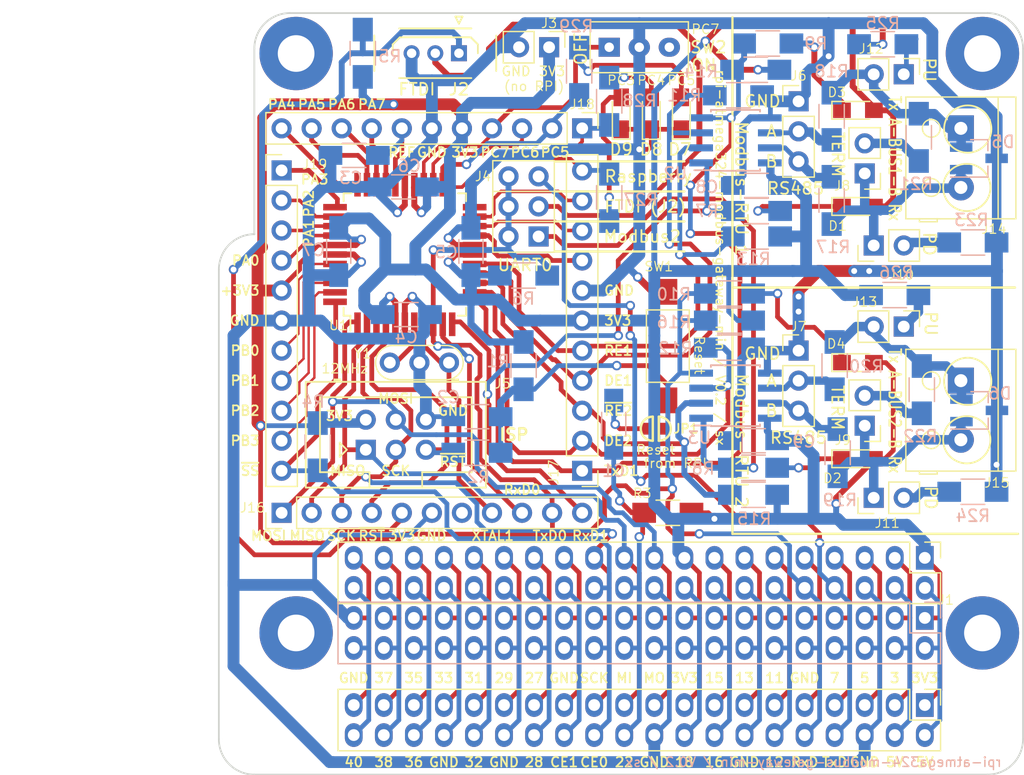
<source format=kicad_pcb>
(kicad_pcb (version 4) (host pcbnew 4.0.7-e2-6376~61~ubuntu18.04.1)
  (title_block (title "RPI Atmega324 Modbus Gateway") (date 2018-06-10) (rev V0.1) (company Manfred.Steiner@gmx.at))
  (layers (0 F.Cu signal) (31 B.Cu signal) (34 B.Paste user hide) (35 F.Paste user hide) (36 B.SilkS user) (37 F.SilkS user hide) (38 B.Mask user hide) (39 F.Mask user hide) (44 Edge.Cuts user))
  (net 0 "")
  (net 1 "Net-(J1-Pad2)")
  (net 2 "Net-(J1-Pad3)")
  (net 3 "Net-(J1-Pad4)")
  (net 4 "Net-(J1-Pad5)")
  (net 5 "Net-(J1-Pad7)")
  (net 6 "Net-(J1-Pad9)")
  (net 7 "Net-(J1-Pad12)")
  (net 8 "Net-(J1-Pad13)")
  (net 9 "Net-(J1-Pad14)")
  (net 10 "Net-(J1-Pad15)")
  (net 11 "Net-(J1-Pad16)")
  (net 12 "Net-(J1-Pad18)")
  (net 13 "Net-(J1-Pad26)")
  (net 14 "Net-(J1-Pad27)")
  (net 15 "Net-(J1-Pad28)")
  (net 16 "Net-(J1-Pad29)")
  (net 17 "Net-(J1-Pad30)")
  (net 18 "Net-(J1-Pad31)")
  (net 19 "Net-(J1-Pad32)")
  (net 20 "Net-(J1-Pad33)")
  (net 21 "Net-(J1-Pad34)")
  (net 22 "Net-(J1-Pad35)")
  (net 23 "Net-(J1-Pad36)")
  (net 24 "Net-(J1-Pad37)")
  (net 25 "Net-(J1-Pad38)")
  (net 26 "Net-(J1-Pad40)")
  (net 27 "Net-(C1-Pad1)")
  (net 28 GND)
  (net 29 /UC_SCK)
  (net 30 /UC_MISO)
  (net 31 /UC_MOSI)
  (net 32 +3V3)
  (net 33 /UC_RST)
  (net 34 "Net-(C1-Pad2)")
  (net 35 "Net-(C2-Pad1)")
  (net 36 /Modbus/B1-A)
  (net 37 /Modbus/B1-B)
  (net 38 /Modbus/B2-A)
  (net 39 /Modbus/B2-B)
  (net 40 "Net-(J1-Pad25)")
  (net 41 "Net-(J1-Pad8)")
  (net 42 /Modbus/TxD2)
  (net 43 "Net-(J6-Pad2)")
  (net 44 "Net-(J6-Pad3)")
  (net 45 "Net-(J7-Pad2)")
  (net 46 "Net-(J7-Pad3)")
  (net 47 "Net-(J8-Pad2)")
  (net 48 "Net-(J9-Pad2)")
  (net 49 "Net-(J10-Pad2)")
  (net 50 "Net-(J11-Pad2)")
  (net 51 "Net-(J12-Pad1)")
  (net 52 "Net-(J13-Pad1)")
  (net 53 /TxD0)
  (net 54 /RxD0)
  (net 55 /XTAL2)
  (net 56 /XTAL1)
  (net 57 /RxD1)
  (net 58 /TxD1)
  (net 59 /DE2)
  (net 60 /nRE2)
  (net 61 /DE1)
  (net 62 /nRE1)
  (net 63 /PC0)
  (net 64 /PC1)
  (net 65 /PC2)
  (net 66 /PC3)
  (net 67 /AREF)
  (net 68 /nSS)
  (net 69 /PC4)
  (net 70 /PC5)
  (net 71 /PC6)
  (net 72 /PC7)
  (net 73 /PA7)
  (net 74 /PA6)
  (net 75 /PA5)
  (net 76 /PA4)
  (net 77 /PA3)
  (net 78 /PA2)
  (net 79 /PA1)
  (net 80 /PA0)
  (net 81 /PB0)
  (net 82 /PB1)
  (net 83 /PB2)
  (net 84 /PB3)
  (net 85 "Net-(J16-Pad7)")
  (net 86 "Net-(J1-Pad11)")
  (net 87 "Net-(D7-Pad2)")
  (net 88 "Net-(D8-Pad2)")
  (net 89 "Net-(D9-Pad2)")
  (net 90 "Net-(J2-Pad2)")
  (net 91 "Net-(D1-Pad1)")
  (net 92 "Net-(D2-Pad1)")
  (net 93 "Net-(D3-Pad1)")
  (net 94 "Net-(D4-Pad1)")
  (module Project:RPI_DINRAILBOX_4TE_72mmx91mm_DEBUG (layer F.Cu) (at 177.8 101.6)
    (fp_text reference J1 (at 1.778 -1.524) (layer F.SilkS) (effects (font (size 0.8 0.8) (thickness 0.1))))
    (fp_text value Raspberry_Pi_2+ hide)
    (fp_text user GND (at -48.26 5.08) (layer F.SilkS) (effects (font (size 0.82 0.82))))
    (fp_text user 37 (at -45.72 5.08) (layer F.SilkS) (effects (font (size 0.82 0.82))))
    (fp_text user 35 (at -43.18 5.08) (layer F.SilkS) (effects (font (size 0.82 0.82))))
    (fp_text user 33 (at -40.64 5.08) (layer F.SilkS) (effects (font (size 0.82 0.82))))
    (fp_text user 31 (at -38.1 5.08) (layer F.SilkS) (effects (font (size 0.82 0.82))))
    (fp_text user 29 (at -35.56 5.08) (layer F.SilkS) (effects (font (size 0.82 0.82))))
    (fp_text user 27 (at -33.02 5.08) (layer F.SilkS) (effects (font (size 0.82 0.82))))
    (fp_text user GND (at -30.48 5.08) (layer F.SilkS) (effects (font (size 0.82 0.82))))
    (fp_text user SCK (at -27.94 5.08) (layer F.SilkS) (effects (font (size 0.82 0.82))))
    (fp_text user MI (at -25.4 5.08) (layer F.SilkS) (effects (font (size 0.82 0.82))))
    (fp_text user MO (at -22.86 5.08) (layer F.SilkS) (effects (font (size 0.82 0.82))))
    (fp_text user 3V3 (at -20.32 5.08) (layer F.SilkS) (effects (font (size 0.82 0.82))))
    (fp_text user 15 (at -17.78 5.08) (layer F.SilkS) (effects (font (size 0.82 0.82))))
    (fp_text user 40 (at -48.26 12.192) (layer F.SilkS) (effects (font (size 0.82 0.82))))
    (fp_text user 38 (at -45.72 12.192) (layer F.SilkS) (effects (font (size 0.82 0.82))))
    (fp_text user 36 (at -43.18 12.192) (layer F.SilkS) (effects (font (size 0.82 0.82))))
    (fp_text user GND (at -40.64 12.192) (layer F.SilkS) (effects (font (size 0.82 0.82))))
    (fp_text user 32 (at -38.1 12.192) (layer F.SilkS) (effects (font (size 0.82 0.82))))
    (fp_text user GND (at -35.56 12.192) (layer F.SilkS) (effects (font (size 0.82 0.82))))
    (fp_text user 28 (at -33.02 12.192) (layer F.SilkS) (effects (font (size 0.82 0.82))))
    (fp_text user CE1 (at -30.48 12.192) (layer F.SilkS) (effects (font (size 0.82 0.82))))
    (fp_text user CE0 (at -27.94 12.192) (layer F.SilkS) (effects (font (size 0.82 0.82))))
    (fp_text user 22 (at -25.4 12.192) (layer F.SilkS) (effects (font (size 0.82 0.82))))
    (fp_text user GND (at -22.86 12.192) (layer F.SilkS) (effects (font (size 0.82 0.82))))
    (fp_text user 18 (at -20.32 12.192) (layer F.SilkS) (effects (font (size 0.82 0.82))))
    (fp_text user 16 (at -17.78 12.192) (layer F.SilkS) (effects (font (size 0.82 0.82))))
    (fp_text user GND (at -15.24 12.192) (layer F.SilkS) (effects (font (size 0.82 0.82))))
    (fp_text user 12 (at -12.7 12.192) (layer F.SilkS) (effects (font (size 0.82 0.82))))
    (fp_text user 13 (at -15.24 5.08) (layer F.SilkS) (effects (font (size 0.82 0.82))))
    (fp_text user 11 (at -12.7 5.08) (layer F.SilkS) (effects (font (size 0.82 0.82))))
    (fp_text user RxD (at -10.16 12.192) (layer F.SilkS) (effects (font (size 0.82 0.82))))
    (fp_text user TxD (at -7.62 12.192) (layer F.SilkS) (effects (font (size 0.82 0.82))))
    (fp_text user GND (at -10.16 5.08) (layer F.SilkS) (effects (font (size 0.82 0.82))))
    (fp_text user 7 (at -7.62 5.08) (layer F.SilkS) (effects (font (size 0.82 0.82))))
    (fp_text user 5 (at -5.08 5.08) (layer F.SilkS) (effects (font (size 0.82 0.82))))
    (fp_text user 3 (at -2.54 5.08) (layer F.SilkS) (effects (font (size 0.82 0.82))))
    (fp_text user GND (at -5.08 12.192) (layer F.SilkS) (effects (font (size 0.82 0.82))))
    (fp_text user 5V (at -2.54 12.192) (layer F.SilkS) (effects (font (size 0.82 0.82))))
    (fp_text user 5V (at 0 12.192) (layer F.SilkS) (effects (font (size 0.82 0.82))))
    (fp_text user 3V3 (at 0 5.08) (layer F.SilkS) (effects (font (size 0.82 0.82))))
    (pad 40 thru_hole oval (at -48.26 2.54) (size 1.5 2) (drill 1) (layers *.Cu *.Mask) (net 26 "Net-(J1-Pad40)"))
    (pad 39 thru_hole oval (at -48.26 0) (size 1.5 2) (drill 1) (layers *.Cu *.Mask) (net 28 GND))
    (pad 38 thru_hole oval (at -45.72 2.54) (size 1.5 2) (drill 1) (layers *.Cu *.Mask) (net 25 "Net-(J1-Pad38)"))
    (pad 37 thru_hole oval (at -45.72 0) (size 1.5 2) (drill 1) (layers *.Cu *.Mask) (net 24 "Net-(J1-Pad37)"))
    (pad 36 thru_hole oval (at -43.18 2.54) (size 1.5 2) (drill 1) (layers *.Cu *.Mask) (net 23 "Net-(J1-Pad36)"))
    (pad 35 thru_hole oval (at -43.18 0) (size 1.5 2) (drill 1) (layers *.Cu *.Mask) (net 22 "Net-(J1-Pad35)"))
    (pad 34 thru_hole oval (at -40.64 2.54) (size 1.5 2) (drill 1) (layers *.Cu *.Mask) (net 21 "Net-(J1-Pad34)"))
    (pad 33 thru_hole oval (at -40.64 0) (size 1.5 2) (drill 1) (layers *.Cu *.Mask) (net 20 "Net-(J1-Pad33)"))
    (pad 32 thru_hole oval (at -38.1 2.54) (size 1.5 2) (drill 1) (layers *.Cu *.Mask) (net 19 "Net-(J1-Pad32)"))
    (pad 31 thru_hole oval (at -38.1 0) (size 1.5 2) (drill 1) (layers *.Cu *.Mask) (net 18 "Net-(J1-Pad31)"))
    (pad 30 thru_hole oval (at -35.56 2.54) (size 1.5 2) (drill 1) (layers *.Cu *.Mask) (net 17 "Net-(J1-Pad30)"))
    (pad 29 thru_hole oval (at -35.56 0) (size 1.5 2) (drill 1) (layers *.Cu *.Mask) (net 16 "Net-(J1-Pad29)"))
    (pad 28 thru_hole oval (at -33.02 2.54) (size 1.5 2) (drill 1) (layers *.Cu *.Mask) (net 15 "Net-(J1-Pad28)"))
    (pad 27 thru_hole oval (at -33.02 0) (size 1.5 2) (drill 1) (layers *.Cu *.Mask) (net 14 "Net-(J1-Pad27)"))
    (pad 26 thru_hole oval (at -30.48 2.54) (size 1.5 2) (drill 1) (layers *.Cu *.Mask) (net 13 "Net-(J1-Pad26)"))
    (pad 25 thru_hole oval (at -30.48 0) (size 1.5 2) (drill 1) (layers *.Cu *.Mask) (net 40 "Net-(J1-Pad25)"))
    (pad 24 thru_hole oval (at -27.94 2.54) (size 1.5 2) (drill 1) (layers *.Cu *.Mask) (net 68 /nSS))
    (pad 23 thru_hole oval (at -27.94 0) (size 1.5 2) (drill 1) (layers *.Cu *.Mask) (net 29 /UC_SCK))
    (pad 22 thru_hole oval (at -25.4 2.54) (size 1.5 2) (drill 1) (layers *.Cu *.Mask) (net 34 "Net-(C1-Pad2)"))
    (pad 21 thru_hole oval (at -25.4 0) (size 1.5 2) (drill 1) (layers *.Cu *.Mask) (net 30 /UC_MISO))
    (pad 20 thru_hole oval (at -22.86 2.54) (size 1.5 2) (drill 1) (layers *.Cu *.Mask) (net 28 GND))
    (pad 19 thru_hole oval (at -22.86 0) (size 1.5 2) (drill 1) (layers *.Cu *.Mask) (net 31 /UC_MOSI))
    (pad 18 thru_hole oval (at -20.32 2.54) (size 1.5 2) (drill 1) (layers *.Cu *.Mask) (net 12 "Net-(J1-Pad18)"))
    (pad 17 thru_hole oval (at -20.32 0) (size 1.5 2) (drill 1) (layers *.Cu *.Mask) (net 32 +3V3))
    (pad 16 thru_hole oval (at -17.78 2.54) (size 1.5 2) (drill 1) (layers *.Cu *.Mask) (net 11 "Net-(J1-Pad16)"))
    (pad 15 thru_hole oval (at -17.78 0) (size 1.5 2) (drill 1) (layers *.Cu *.Mask) (net 10 "Net-(J1-Pad15)"))
    (pad 14 thru_hole oval (at -15.24 2.54) (size 1.5 2) (drill 1) (layers *.Cu *.Mask) (net 9 "Net-(J1-Pad14)"))
    (pad 13 thru_hole oval (at -15.24 0) (size 1.5 2) (drill 1) (layers *.Cu *.Mask) (net 8 "Net-(J1-Pad13)"))
    (pad 12 thru_hole oval (at -12.7 2.54) (size 1.5 2) (drill 1) (layers *.Cu *.Mask) (net 7 "Net-(J1-Pad12)"))
    (pad 11 thru_hole oval (at -12.7 0) (size 1.5 2) (drill 1) (layers *.Cu *.Mask) (net 86 "Net-(J1-Pad11)"))
    (pad 10 thru_hole oval (at -10.16 2.54) (size 1.5 2) (drill 1) (layers *.Cu *.Mask) (net 53 /TxD0))
    (pad 9 thru_hole oval (at -10.16 0) (size 1.5 2) (drill 1) (layers *.Cu *.Mask) (net 6 "Net-(J1-Pad9)"))
    (pad 8 thru_hole oval (at -7.62 2.54) (size 1.5 2) (drill 1) (layers *.Cu *.Mask) (net 41 "Net-(J1-Pad8)"))
    (pad 7 thru_hole oval (at -7.62 0) (size 1.5 2) (drill 1) (layers *.Cu *.Mask) (net 5 "Net-(J1-Pad7)"))
    (pad 6 thru_hole oval (at -5.08 2.54) (size 1.5 2) (drill 1) (layers *.Cu *.Mask) (net 28 GND))
    (pad 5 thru_hole oval (at -5.08 0) (size 1.5 2) (drill 1) (layers *.Cu *.Mask) (net 4 "Net-(J1-Pad5)"))
    (pad 4 thru_hole oval (at -2.54 2.54) (size 1.5 2) (drill 1) (layers *.Cu *.Mask) (net 3 "Net-(J1-Pad4)"))
    (pad 3 thru_hole oval (at -2.54 0) (size 1.5 2) (drill 1) (layers *.Cu *.Mask) (net 2 "Net-(J1-Pad3)"))
    (pad 2 thru_hole oval (at 0 2.54) (size 1.5 2) (drill 1) (layers *.Cu *.Mask) (net 1 "Net-(J1-Pad2)"))
    (pad 1 thru_hole rect (at 0 0) (size 1.5 2) (drill 1) (layers *.Cu *.Mask) (net 32 +3V3))
    (pad 1 thru_hole rect (at 0 -5.08) (size 1.5 2) (drill 1) (layers *.Cu *.Mask) (net 32 +3V3))
    (pad 2 thru_hole oval (at 0 -2.54) (size 1.5 2) (drill 1) (layers *.Cu *.Mask) (net 1 "Net-(J1-Pad2)"))
    (pad 3 thru_hole oval (at -2.54 -5.08) (size 1.5 2) (drill 1) (layers *.Cu *.Mask) (net 2 "Net-(J1-Pad3)"))
    (pad 4 thru_hole oval (at -2.54 -2.54) (size 1.5 2) (drill 1) (layers *.Cu *.Mask) (net 3 "Net-(J1-Pad4)"))
    (pad 5 thru_hole oval (at -5.08 -5.08) (size 1.5 2) (drill 1) (layers *.Cu *.Mask) (net 4 "Net-(J1-Pad5)"))
    (pad 6 thru_hole oval (at -5.08 -2.54) (size 1.5 2) (drill 1) (layers *.Cu *.Mask) (net 28 GND))
    (pad 7 thru_hole oval (at -7.62 -5.08) (size 1.5 2) (drill 1) (layers *.Cu *.Mask) (net 5 "Net-(J1-Pad7)"))
    (pad 8 thru_hole oval (at -7.62 -2.54) (size 1.5 2) (drill 1) (layers *.Cu *.Mask) (net 41 "Net-(J1-Pad8)"))
    (pad 9 thru_hole oval (at -10.16 -5.08) (size 1.5 2) (drill 1) (layers *.Cu *.Mask) (net 6 "Net-(J1-Pad9)"))
    (pad 10 thru_hole oval (at -10.16 -2.54) (size 1.5 2) (drill 1) (layers *.Cu *.Mask) (net 53 /TxD0))
    (pad 11 thru_hole oval (at -12.7 -5.08) (size 1.5 2) (drill 1) (layers *.Cu *.Mask) (net 86 "Net-(J1-Pad11)"))
    (pad 12 thru_hole oval (at -12.7 -2.54) (size 1.5 2) (drill 1) (layers *.Cu *.Mask) (net 7 "Net-(J1-Pad12)"))
    (pad 13 thru_hole oval (at -15.24 -5.08) (size 1.5 2) (drill 1) (layers *.Cu *.Mask) (net 8 "Net-(J1-Pad13)"))
    (pad 14 thru_hole oval (at -15.24 -2.54) (size 1.5 2) (drill 1) (layers *.Cu *.Mask) (net 9 "Net-(J1-Pad14)"))
    (pad 15 thru_hole oval (at -17.78 -5.08) (size 1.5 2) (drill 1) (layers *.Cu *.Mask) (net 10 "Net-(J1-Pad15)"))
    (pad 16 thru_hole oval (at -17.78 -2.54) (size 1.5 2) (drill 1) (layers *.Cu *.Mask) (net 11 "Net-(J1-Pad16)"))
    (pad 17 thru_hole oval (at -20.32 -5.08) (size 1.5 2) (drill 1) (layers *.Cu *.Mask) (net 32 +3V3))
    (pad 18 thru_hole oval (at -20.32 -2.54) (size 1.5 2) (drill 1) (layers *.Cu *.Mask) (net 12 "Net-(J1-Pad18)"))
    (pad 19 thru_hole oval (at -22.86 -5.08) (size 1.5 2) (drill 1) (layers *.Cu *.Mask) (net 31 /UC_MOSI))
    (pad 20 thru_hole oval (at -22.86 -2.54) (size 1.5 2) (drill 1) (layers *.Cu *.Mask) (net 28 GND))
    (pad 21 thru_hole oval (at -25.4 -5.08) (size 1.5 2) (drill 1) (layers *.Cu *.Mask) (net 30 /UC_MISO))
    (pad 22 thru_hole oval (at -25.4 -2.54) (size 1.5 2) (drill 1) (layers *.Cu *.Mask) (net 34 "Net-(C1-Pad2)"))
    (pad 23 thru_hole oval (at -27.94 -5.08) (size 1.5 2) (drill 1) (layers *.Cu *.Mask) (net 29 /UC_SCK))
    (pad 24 thru_hole oval (at -27.94 -2.54) (size 1.5 2) (drill 1) (layers *.Cu *.Mask) (net 68 /nSS))
    (pad 25 thru_hole oval (at -30.48 -5.08) (size 1.5 2) (drill 1) (layers *.Cu *.Mask) (net 40 "Net-(J1-Pad25)"))
    (pad 26 thru_hole oval (at -30.48 -2.54) (size 1.5 2) (drill 1) (layers *.Cu *.Mask) (net 13 "Net-(J1-Pad26)"))
    (pad 27 thru_hole oval (at -33.02 -5.08) (size 1.5 2) (drill 1) (layers *.Cu *.Mask) (net 14 "Net-(J1-Pad27)"))
    (pad 28 thru_hole oval (at -33.02 -2.54) (size 1.5 2) (drill 1) (layers *.Cu *.Mask) (net 15 "Net-(J1-Pad28)"))
    (pad 29 thru_hole oval (at -35.56 -5.08) (size 1.5 2) (drill 1) (layers *.Cu *.Mask) (net 16 "Net-(J1-Pad29)"))
    (pad 30 thru_hole oval (at -35.56 -2.54) (size 1.5 2) (drill 1) (layers *.Cu *.Mask) (net 17 "Net-(J1-Pad30)"))
    (pad 31 thru_hole oval (at -38.1 -5.08) (size 1.5 2) (drill 1) (layers *.Cu *.Mask) (net 18 "Net-(J1-Pad31)"))
    (pad 32 thru_hole oval (at -38.1 -2.54) (size 1.5 2) (drill 1) (layers *.Cu *.Mask) (net 19 "Net-(J1-Pad32)"))
    (pad 33 thru_hole oval (at -40.64 -5.08) (size 1.5 2) (drill 1) (layers *.Cu *.Mask) (net 20 "Net-(J1-Pad33)"))
    (pad 34 thru_hole oval (at -40.64 -2.54) (size 1.5 2) (drill 1) (layers *.Cu *.Mask) (net 21 "Net-(J1-Pad34)"))
    (pad 35 thru_hole oval (at -43.18 -5.08) (size 1.5 2) (drill 1) (layers *.Cu *.Mask) (net 22 "Net-(J1-Pad35)"))
    (pad 36 thru_hole oval (at -43.18 -2.54) (size 1.5 2) (drill 1) (layers *.Cu *.Mask) (net 23 "Net-(J1-Pad36)"))
    (pad 37 thru_hole oval (at -45.72 -5.08) (size 1.5 2) (drill 1) (layers *.Cu *.Mask) (net 24 "Net-(J1-Pad37)"))
    (pad 38 thru_hole oval (at -45.72 -2.54) (size 1.5 2) (drill 1) (layers *.Cu *.Mask) (net 25 "Net-(J1-Pad38)"))
    (pad 39 thru_hole oval (at -48.26 -5.08) (size 1.5 2) (drill 1) (layers *.Cu *.Mask) (net 28 GND))
    (pad 40 thru_hole oval (at -48.26 -2.54) (size 1.5 2) (drill 1) (layers *.Cu *.Mask) (net 26 "Net-(J1-Pad40)"))
    (pad 40 thru_hole oval (at -48.26 9.906) (size 1.5 2) (drill 1) (layers *.Cu *.Mask) (net 26 "Net-(J1-Pad40)"))
    (pad 39 thru_hole oval (at -48.26 7.366) (size 1.5 2) (drill 1) (layers *.Cu *.Mask) (net 28 GND))
    (pad 38 thru_hole oval (at -45.72 9.906) (size 1.5 2) (drill 1) (layers *.Cu *.Mask) (net 25 "Net-(J1-Pad38)"))
    (pad 37 thru_hole oval (at -45.72 7.366) (size 1.5 2) (drill 1) (layers *.Cu *.Mask) (net 24 "Net-(J1-Pad37)"))
    (pad 36 thru_hole oval (at -43.18 9.906) (size 1.5 2) (drill 1) (layers *.Cu *.Mask) (net 23 "Net-(J1-Pad36)"))
    (pad 35 thru_hole oval (at -43.18 7.366) (size 1.5 2) (drill 1) (layers *.Cu *.Mask) (net 22 "Net-(J1-Pad35)"))
    (pad 34 thru_hole oval (at -40.64 9.906) (size 1.5 2) (drill 1) (layers *.Cu *.Mask) (net 21 "Net-(J1-Pad34)"))
    (pad 33 thru_hole oval (at -40.64 7.366) (size 1.5 2) (drill 1) (layers *.Cu *.Mask) (net 20 "Net-(J1-Pad33)"))
    (pad 32 thru_hole oval (at -38.1 9.906) (size 1.5 2) (drill 1) (layers *.Cu *.Mask) (net 19 "Net-(J1-Pad32)"))
    (pad 31 thru_hole oval (at -38.1 7.366) (size 1.5 2) (drill 1) (layers *.Cu *.Mask) (net 18 "Net-(J1-Pad31)"))
    (pad 30 thru_hole oval (at -35.56 9.906) (size 1.5 2) (drill 1) (layers *.Cu *.Mask) (net 17 "Net-(J1-Pad30)"))
    (pad 29 thru_hole oval (at -35.56 7.366) (size 1.5 2) (drill 1) (layers *.Cu *.Mask) (net 16 "Net-(J1-Pad29)"))
    (pad 28 thru_hole oval (at -33.02 9.906) (size 1.5 2) (drill 1) (layers *.Cu *.Mask) (net 15 "Net-(J1-Pad28)"))
    (pad 27 thru_hole oval (at -33.02 7.366) (size 1.5 2) (drill 1) (layers *.Cu *.Mask) (net 14 "Net-(J1-Pad27)"))
    (pad 26 thru_hole oval (at -30.48 9.906) (size 1.5 2) (drill 1) (layers *.Cu *.Mask) (net 13 "Net-(J1-Pad26)"))
    (pad 25 thru_hole oval (at -30.48 7.366) (size 1.5 2) (drill 1) (layers *.Cu *.Mask) (net 40 "Net-(J1-Pad25)"))
    (pad 24 thru_hole oval (at -27.94 9.906) (size 1.5 2) (drill 1) (layers *.Cu *.Mask) (net 68 /nSS))
    (pad 23 thru_hole oval (at -27.94 7.366) (size 1.5 2) (drill 1) (layers *.Cu *.Mask) (net 29 /UC_SCK))
    (pad 22 thru_hole oval (at -25.4 9.906) (size 1.5 2) (drill 1) (layers *.Cu *.Mask) (net 34 "Net-(C1-Pad2)"))
    (pad 21 thru_hole oval (at -25.4 7.366) (size 1.5 2) (drill 1) (layers *.Cu *.Mask) (net 30 /UC_MISO))
    (pad 20 thru_hole oval (at -22.86 9.906) (size 1.5 2) (drill 1) (layers *.Cu *.Mask) (net 28 GND))
    (pad 19 thru_hole oval (at -22.86 7.366) (size 1.5 2) (drill 1) (layers *.Cu *.Mask) (net 31 /UC_MOSI))
    (pad 18 thru_hole oval (at -20.32 9.906) (size 1.5 2) (drill 1) (layers *.Cu *.Mask) (net 12 "Net-(J1-Pad18)"))
    (pad 17 thru_hole oval (at -20.32 7.366) (size 1.5 2) (drill 1) (layers *.Cu *.Mask) (net 32 +3V3))
    (pad 16 thru_hole oval (at -17.78 9.906) (size 1.5 2) (drill 1) (layers *.Cu *.Mask) (net 11 "Net-(J1-Pad16)"))
    (pad 15 thru_hole oval (at -17.78 7.366) (size 1.5 2) (drill 1) (layers *.Cu *.Mask) (net 10 "Net-(J1-Pad15)"))
    (pad 14 thru_hole oval (at -15.24 9.906) (size 1.5 2) (drill 1) (layers *.Cu *.Mask) (net 9 "Net-(J1-Pad14)"))
    (pad 13 thru_hole oval (at -15.24 7.366) (size 1.5 2) (drill 1) (layers *.Cu *.Mask) (net 8 "Net-(J1-Pad13)"))
    (pad 12 thru_hole oval (at -12.7 9.906) (size 1.5 2) (drill 1) (layers *.Cu *.Mask) (net 7 "Net-(J1-Pad12)"))
    (pad 11 thru_hole oval (at -12.7 7.366) (size 1.5 2) (drill 1) (layers *.Cu *.Mask) (net 86 "Net-(J1-Pad11)"))
    (pad 10 thru_hole oval (at -10.16 9.906) (size 1.5 2) (drill 1) (layers *.Cu *.Mask) (net 53 /TxD0))
    (pad 9 thru_hole oval (at -10.16 7.366) (size 1.5 2) (drill 1) (layers *.Cu *.Mask) (net 6 "Net-(J1-Pad9)"))
    (pad 8 thru_hole oval (at -7.62 9.906) (size 1.5 2) (drill 1) (layers *.Cu *.Mask) (net 41 "Net-(J1-Pad8)"))
    (pad 7 thru_hole oval (at -7.62 7.366) (size 1.5 2) (drill 1) (layers *.Cu *.Mask) (net 5 "Net-(J1-Pad7)"))
    (pad 6 thru_hole oval (at -5.08 9.906) (size 1.5 2) (drill 1) (layers *.Cu *.Mask) (net 28 GND))
    (pad 5 thru_hole oval (at -5.08 7.366) (size 1.5 2) (drill 1) (layers *.Cu *.Mask) (net 4 "Net-(J1-Pad5)"))
    (pad 4 thru_hole oval (at -2.54 9.906) (size 1.5 2) (drill 1) (layers *.Cu *.Mask) (net 3 "Net-(J1-Pad4)"))
    (pad 3 thru_hole oval (at -2.54 7.366) (size 1.5 2) (drill 1) (layers *.Cu *.Mask) (net 2 "Net-(J1-Pad3)"))
    (pad 2 thru_hole oval (at 0 9.906) (size 1.5 2) (drill 1) (layers *.Cu *.Mask) (net 1 "Net-(J1-Pad2)"))
    (pad 1 thru_hole rect (at 0 7.366) (size 1.5 2) (drill 1) (layers *.Cu *.Mask) (net 32 +3V3))
    (pad "" np_thru_hole circle (at 4.87 -47.73) (size 6.2 6.2) (drill 3.1) (layers *.Cu *.Mask))
    (pad "" np_thru_hole circle (at -53.13 -47.73) (size 6.2 6.2) (drill 3.1) (layers *.Cu *.Mask))
    (pad "" np_thru_hole circle (at -53.13 1.27) (size 6.2 6.2) (drill 3.1) (layers *.Cu *.Mask))
    (pad "" np_thru_hole circle (at 4.87 1.27) (size 6.2 6.2) (drill 3.1) (layers *.Cu *.Mask))
  )
  (module Capacitors_SMD:C_1206_HandSoldering (layer B.Cu) (at 151.511 85.217 270)
    (fp_text reference C1 (at 3.937 0 360) (layer B.SilkS) (effects (justify mirror)))
    (fp_text value 100n hide)
    (pad 1 smd rect (at -2 0 270) (size 2 1.6) (layers B.Cu B.Paste B.Mask) (net 27 "Net-(C1-Pad1)"))
    (pad 2 smd rect (at 2 0 270) (size 2 1.6) (layers B.Cu B.Paste B.Mask) (net 34 "Net-(C1-Pad2)"))
  )
  (module Capacitors_SMD:C_1206_HandSoldering (layer B.Cu) (at 139.954 84.582 180)
    (fp_text reference C2 (at 2.413 1.651 180) (layer B.SilkS) (effects (justify mirror)))
    (fp_text value 1n hide)
    (pad 1 smd rect (at -2 0 180) (size 2 1.6) (layers B.Cu B.Paste B.Mask) (net 35 "Net-(C2-Pad1)"))
    (pad 2 smd rect (at 2 0 180) (size 2 1.6) (layers B.Cu B.Paste B.Mask) (net 28 GND))
  )
  (module Capacitors_SMD:C_1206_HandSoldering (layer B.Cu) (at 129.572 62.484 180)
    (fp_text reference C3 (at 0.286 -1.905 180) (layer B.SilkS) (effects (justify mirror)))
    (fp_text value 100n hide)
    (pad 1 smd rect (at -2 0 180) (size 2 1.6) (layers B.Cu B.Paste B.Mask) (net 67 /AREF))
    (pad 2 smd rect (at 2 0 180) (size 2 1.6) (layers B.Cu B.Paste B.Mask) (net 28 GND))
  )
  (module Capacitors_SMD:C_1206_HandSoldering (layer B.Cu) (at 133.985 75.946 180)
    (fp_text reference C4 (at 0 -1.905 360) (layer B.SilkS) (effects (justify mirror)))
    (fp_text value 100n hide)
    (pad 1 smd rect (at -2 0 180) (size 2 1.6) (layers B.Cu B.Paste B.Mask) (net 28 GND))
    (pad 2 smd rect (at 2 0 180) (size 2 1.6) (layers B.Cu B.Paste B.Mask) (net 32 +3V3))
  )
  (module Capacitors_SMD:C_1206_HandSoldering (layer B.Cu) (at 139.446 70.612 270)
    (fp_text reference C5 (at 0.0508 2.0828 360) (layer B.SilkS) (effects (justify mirror)))
    (fp_text value 100n hide)
    (pad 1 smd rect (at -2 0 270) (size 2 1.6) (layers B.Cu B.Paste B.Mask) (net 28 GND))
    (pad 2 smd rect (at 2 0 270) (size 2 1.6) (layers B.Cu B.Paste B.Mask) (net 32 +3V3))
  )
  (module Capacitors_SMD:C_1206_HandSoldering (layer B.Cu) (at 133.731 65.151)
    (fp_text reference C6 (at 0.508 -1.778 180) (layer B.SilkS) (effects (justify mirror)))
    (fp_text value 100n hide)
    (pad 1 smd rect (at -2 0) (size 2 1.6) (layers B.Cu B.Paste B.Mask) (net 28 GND))
    (pad 2 smd rect (at 2 0) (size 2 1.6) (layers B.Cu B.Paste B.Mask) (net 32 +3V3))
  )
  (module Capacitors_SMD:C_1206_HandSoldering (layer B.Cu) (at 128.27 70.612 90)
    (fp_text reference C7 (at 0.127 -2.1336 180) (layer B.SilkS) (effects (justify mirror)))
    (fp_text value 100n hide)
    (pad 1 smd rect (at -2 0 90) (size 2 1.6) (layers B.Cu B.Paste B.Mask) (net 28 GND))
    (pad 2 smd rect (at 2 0 90) (size 2 1.6) (layers B.Cu B.Paste B.Mask) (net 32 +3V3))
  )
  (module Capacitors_SMD:C_1206_HandSoldering (layer B.Cu) (at 163.576 65.024)
    (fp_text reference C8 (at -4.191 0.127 180) (layer B.SilkS) (effects (justify mirror)))
    (fp_text value 100n hide)
    (pad 1 smd rect (at -2 0) (size 2 1.6) (layers B.Cu B.Paste B.Mask) (net 28 GND))
    (pad 2 smd rect (at 2 0) (size 2 1.6) (layers B.Cu B.Paste B.Mask) (net 32 +3V3))
  )
  (module Capacitors_SMD:C_1206_HandSoldering (layer B.Cu) (at 163.322 86.614)
    (fp_text reference C9 (at 4.2545 0.0635 180) (layer B.SilkS) (effects (justify mirror)))
    (fp_text value 100n hide)
    (pad 1 smd rect (at -2 0) (size 2 1.6) (layers B.Cu B.Paste B.Mask) (net 28 GND))
    (pad 2 smd rect (at 2 0) (size 2 1.6) (layers B.Cu B.Paste B.Mask) (net 32 +3V3))
  )
  (module LEDs:LED_0805_HandSoldering (layer F.Cu) (at 172.1485 66.802)
    (fp_text reference D1 (at -1.7145 1.651) (layer F.SilkS) (effects (font (size 0.8 0.8) (thickness 0.1))))
    (fp_text value LED hide)
    (pad 1 smd rect (at -1.35 0) (size 1.5 1.3) (layers F.Cu F.Paste F.Mask) (net 91 "Net-(D1-Pad1)"))
    (pad 2 smd rect (at 1.35 0) (size 1.5 1.3) (layers F.Cu F.Paste F.Mask) (net 32 +3V3))
  )
  (module LEDs:LED_0805_HandSoldering (layer F.Cu) (at 172.1485 88.138)
    (fp_text reference D2 (at -2.159 1.651) (layer F.SilkS) (effects (font (size 0.8 0.8) (thickness 0.1))))
    (fp_text value LED hide)
    (pad 1 smd rect (at -1.35 0) (size 1.5 1.3) (layers F.Cu F.Paste F.Mask) (net 92 "Net-(D2-Pad1)"))
    (pad 2 smd rect (at 1.35 0) (size 1.5 1.3) (layers F.Cu F.Paste F.Mask) (net 32 +3V3))
  )
  (module LEDs:LED_0805_HandSoldering (layer F.Cu) (at 172.1485 58.674)
    (fp_text reference D3 (at -1.778 -1.524) (layer F.SilkS) (effects (font (size 0.8 0.8) (thickness 0.1))))
    (fp_text value LED hide)
    (pad 1 smd rect (at -1.35 0) (size 1.5 1.3) (layers F.Cu F.Paste F.Mask) (net 93 "Net-(D3-Pad1)"))
    (pad 2 smd rect (at 1.35 0) (size 1.5 1.3) (layers F.Cu F.Paste F.Mask) (net 32 +3V3))
  )
  (module LEDs:LED_0805_HandSoldering (layer F.Cu) (at 172.1485 80.01)
    (fp_text reference D4 (at -1.8415 -1.5875) (layer F.SilkS) (effects (font (size 0.8 0.8) (thickness 0.1))))
    (fp_text value LED hide)
    (pad 1 smd rect (at -1.35 0) (size 1.5 1.3) (layers F.Cu F.Paste F.Mask) (net 94 "Net-(D4-Pad1)"))
    (pad 2 smd rect (at 1.35 0) (size 1.5 1.3) (layers F.Cu F.Paste F.Mask) (net 32 +3V3))
  )
  (module TO_SOT_Packages_SMD:SOT-23_Handsoldering (layer B.Cu) (at 182.372 62.738)
    (fp_text reference D5 (at 2.032 -1.397 180) (layer B.SilkS) (effects (justify mirror)))
    (fp_text value D_TVS_x2_AAC hide)
    (pad 1 smd rect (at -1.5 0.95) (size 1.9 0.8) (layers B.Cu B.Paste B.Mask) (net 37 /Modbus/B1-B))
    (pad 2 smd rect (at -1.5 -0.95) (size 1.9 0.8) (layers B.Cu B.Paste B.Mask) (net 36 /Modbus/B1-A))
    (pad 3 smd rect (at 1.5 0) (size 1.9 0.8) (layers B.Cu B.Paste B.Mask) (net 28 GND))
  )
  (module TO_SOT_Packages_SMD:SOT-23_Handsoldering (layer B.Cu) (at 182.3974 84.0486)
    (fp_text reference D6 (at 1.7526 -1.4351 180) (layer B.SilkS) (effects (justify mirror)))
    (fp_text value D_TVS_x2_AAC hide)
    (pad 1 smd rect (at -1.5 0.95) (size 1.9 0.8) (layers B.Cu B.Paste B.Mask) (net 39 /Modbus/B2-B))
    (pad 2 smd rect (at -1.5 -0.95) (size 1.9 0.8) (layers B.Cu B.Paste B.Mask) (net 38 /Modbus/B2-A))
    (pad 3 smd rect (at 1.5 0) (size 1.9 0.8) (layers B.Cu B.Paste B.Mask) (net 28 GND))
  )
  (module Pin_Headers:Pin_Header_Straight_1x02_Pitch2.54mm (layer F.Cu) (at 146.05 53.34 270)
    (fp_text reference J3 (at -2.032 0 360) (layer F.SilkS) (effects (font (size 0.8 0.8) (thickness 0.1))))
    (fp_text value Conn_01x02 hide)
    (pad 1 thru_hole rect (at 0 0 270) (size 1.7 1.7) (drill 1) (layers *.Cu *.Mask) (net 32 +3V3))
    (pad 2 thru_hole oval (at 0 2.54 270) (size 1.7 1.7) (drill 1) (layers *.Cu *.Mask) (net 28 GND))
  )
  (module Project:IDC_2x3x2.54mm_Straight (layer F.Cu) (at 130.556 87.376)
    (fp_text reference J5 (at 11.557 -5.588) (layer F.SilkS) (effects (font (size 0.8 0.8) (thickness 0.1))))
    (fp_text value Atmega-ISP-6 hide)
    (pad 1 thru_hole rect (at 0 0) (size 1.7 1.7) (drill 1) (layers *.Cu *.Mask) (net 30 /UC_MISO))
    (pad 2 thru_hole circle (at 0 -2.54) (size 1.7 1.7) (drill 1) (layers *.Cu *.Mask) (net 32 +3V3))
    (pad 3 thru_hole circle (at 2.54 0) (size 1.7 1.7) (drill 1) (layers *.Cu *.Mask) (net 29 /UC_SCK))
    (pad 4 thru_hole circle (at 2.54 -2.54) (size 1.7 1.7) (drill 1) (layers *.Cu *.Mask) (net 31 /UC_MOSI))
    (pad 5 thru_hole circle (at 5.08 0) (size 1.7 1.7) (drill 1) (layers *.Cu *.Mask) (net 33 /UC_RST))
    (pad 6 thru_hole circle (at 5.08 -2.54) (size 1.7 1.7) (drill 1) (layers *.Cu *.Mask) (net 28 GND))
  )
  (module Pin_Headers:Pin_Header_Straight_1x03_Pitch2.54mm (layer F.Cu) (at 167.132 57.912)
    (fp_text reference J6 (at 0 -2.159) (layer F.SilkS) (effects (font (size 0.8 0.8) (thickness 0.1))))
    (fp_text value Conn_01x03 hide)
    (pad 1 thru_hole rect (at 0 0) (size 1.7 1.7) (drill 1) (layers *.Cu *.Mask) (net 28 GND))
    (pad 2 thru_hole oval (at 0 2.54) (size 1.7 1.7) (drill 1) (layers *.Cu *.Mask) (net 43 "Net-(J6-Pad2)"))
    (pad 3 thru_hole oval (at 0 5.08) (size 1.7 1.7) (drill 1) (layers *.Cu *.Mask) (net 44 "Net-(J6-Pad3)"))
  )
  (module Pin_Headers:Pin_Header_Straight_1x03_Pitch2.54mm (layer F.Cu) (at 167.132 78.994)
    (fp_text reference J7 (at 0 -2.032) (layer F.SilkS) (effects (font (size 0.8 0.8) (thickness 0.1))))
    (fp_text value Conn_01x03 hide)
    (pad 1 thru_hole rect (at 0 0) (size 1.7 1.7) (drill 1) (layers *.Cu *.Mask) (net 28 GND))
    (pad 2 thru_hole oval (at 0 2.54) (size 1.7 1.7) (drill 1) (layers *.Cu *.Mask) (net 45 "Net-(J7-Pad2)"))
    (pad 3 thru_hole oval (at 0 5.08) (size 1.7 1.7) (drill 1) (layers *.Cu *.Mask) (net 46 "Net-(J7-Pad3)"))
  )
  (module Pin_Headers:Pin_Header_Straight_1x02_Pitch2.54mm (layer F.Cu) (at 172.72 64.008 180)
    (fp_text reference J8 (at 1.905 -1.0414 180) (layer F.SilkS) (effects (font (size 0.8 0.8) (thickness 0.1))))
    (fp_text value Conn_01x02 hide)
    (pad 1 thru_hole rect (at 0 0 180) (size 1.7 1.7) (drill 1) (layers *.Cu *.Mask) (net 37 /Modbus/B1-B))
    (pad 2 thru_hole oval (at 0 2.54 180) (size 1.7 1.7) (drill 1) (layers *.Cu *.Mask) (net 47 "Net-(J8-Pad2)"))
  )
  (module Pin_Headers:Pin_Header_Straight_1x02_Pitch2.54mm (layer F.Cu) (at 172.72 85.344 180)
    (fp_text reference J9 (at 1.8542 -1.2192 180) (layer F.SilkS) (effects (font (size 0.8 0.8) (thickness 0.1))))
    (fp_text value Conn_01x02 hide)
    (pad 1 thru_hole rect (at 0 0 180) (size 1.7 1.7) (drill 1) (layers *.Cu *.Mask) (net 39 /Modbus/B2-B))
    (pad 2 thru_hole oval (at 0 2.54 180) (size 1.7 1.7) (drill 1) (layers *.Cu *.Mask) (net 48 "Net-(J9-Pad2)"))
  )
  (module Pin_Headers:Pin_Header_Straight_1x02_Pitch2.54mm (layer F.Cu) (at 173.482 70.104 90)
    (fp_text reference J10 (at -2.4765 2.3495 180) (layer F.SilkS) (effects (font (size 0.8 0.8) (thickness 0.1))))
    (fp_text value Conn_01x02 hide)
    (pad 1 thru_hole rect (at 0 0 90) (size 1.7 1.7) (drill 1) (layers *.Cu *.Mask) (net 37 /Modbus/B1-B))
    (pad 2 thru_hole oval (at 0 2.54 90) (size 1.7 1.7) (drill 1) (layers *.Cu *.Mask) (net 49 "Net-(J10-Pad2)"))
  )
  (module Pin_Headers:Pin_Header_Straight_1x02_Pitch2.54mm (layer F.Cu) (at 173.482 91.44 90)
    (fp_text reference J11 (at -2.1336 1.143 180) (layer F.SilkS) (effects (font (size 0.8 0.8) (thickness 0.1))))
    (fp_text value Conn_01x02 hide)
    (pad 1 thru_hole rect (at 0 0 90) (size 1.7 1.7) (drill 1) (layers *.Cu *.Mask) (net 39 /Modbus/B2-B))
    (pad 2 thru_hole oval (at 0 2.54 90) (size 1.7 1.7) (drill 1) (layers *.Cu *.Mask) (net 50 "Net-(J11-Pad2)"))
  )
  (module Pin_Headers:Pin_Header_Straight_1x02_Pitch2.54mm (layer F.Cu) (at 176.022 55.626 270)
    (fp_text reference J12 (at -2.159 2.7432 360) (layer F.SilkS) (effects (font (size 0.8 0.8) (thickness 0.1))))
    (fp_text value Conn_01x02 hide)
    (pad 1 thru_hole rect (at 0 0 270) (size 1.7 1.7) (drill 1) (layers *.Cu *.Mask) (net 51 "Net-(J12-Pad1)"))
    (pad 2 thru_hole oval (at 0 2.54 270) (size 1.7 1.7) (drill 1) (layers *.Cu *.Mask) (net 36 /Modbus/B1-A))
  )
  (module Pin_Headers:Pin_Header_Straight_1x02_Pitch2.54mm (layer F.Cu) (at 176.022 76.962 270)
    (fp_text reference J13 (at -2.0828 3.302 360) (layer F.SilkS) (effects (font (size 0.8 0.8) (thickness 0.1))))
    (fp_text value Conn_01x02 hide)
    (pad 1 thru_hole rect (at 0 0 270) (size 1.7 1.7) (drill 1) (layers *.Cu *.Mask) (net 52 "Net-(J13-Pad1)"))
    (pad 2 thru_hole oval (at 0 2.54 270) (size 1.7 1.7) (drill 1) (layers *.Cu *.Mask) (net 38 /Modbus/B2-A))
  )
  (module Project:Terminalblock-2x-5mm (layer F.Cu) (at 180.848 60.198 270)
    (fp_text reference J14 (at 8.509 -2.794 360) (layer F.SilkS) (effects (font (size 0.8 0.8) (thickness 0.1))))
    (fp_text value Screw_Terminal_01x02 hide)
    (pad 2 thru_hole circle (at 5 0 270) (size 2.2 2.2) (drill 1.1) (layers *.Cu *.Mask) (net 37 /Modbus/B1-B))
    (pad 1 thru_hole rect (at 0 0 270) (size 2.2 2.2) (drill 1.1) (layers *.Cu *.Mask) (net 36 /Modbus/B1-A))
  )
  (module Project:Terminalblock-2x-5mm (layer F.Cu) (at 180.848 81.534 270)
    (fp_text reference J15 (at 8.636 -3.048 360) (layer F.SilkS) (effects (font (size 0.8 0.8) (thickness 0.1))))
    (fp_text value Screw_Terminal_01x02 hide)
    (pad 2 thru_hole circle (at 5 0 270) (size 2.2 2.2) (drill 1.1) (layers *.Cu *.Mask) (net 39 /Modbus/B2-B))
    (pad 1 thru_hole rect (at 0 0 270) (size 2.2 2.2) (drill 1.1) (layers *.Cu *.Mask) (net 38 /Modbus/B2-A))
  )
  (module Project:SOLDER-JUMPER_1-WAY (layer F.Cu) (at 155.067 85.598)
    (fp_text reference JP1 (at 2.54 0 180) (layer F.SilkS) (effects (font (size 0.762 0.762) (thickness 0.1524))))
    (fp_text value Jumper_NC_Small hide)
    (pad 1 smd rect (at -0.65 0) (size 1 1) (layers F.Cu F.Paste F.Mask) (net 27 "Net-(C1-Pad1)"))
    (pad 2 smd rect (at 0.65 0) (size 1 1) (layers F.Cu F.Paste F.Mask) (net 35 "Net-(C2-Pad1)"))
  )
  (module Resistors_SMD:R_1206_HandSoldering (layer B.Cu) (at 143.891 80.264 90)
    (fp_text reference R1 (at 0.381 -2.159 180) (layer B.SilkS) (effects (justify mirror)))
    (fp_text value 10K hide)
    (pad 1 smd rect (at -2 0 90) (size 2 1.7) (layers B.Cu B.Paste B.Mask) (net 35 "Net-(C2-Pad1)"))
    (pad 2 smd rect (at 2 0 90) (size 2 1.7) (layers B.Cu B.Paste B.Mask) (net 32 +3V3))
  )
  (module Resistors_SMD:R_1206_HandSoldering (layer B.Cu) (at 139.954 87.63)
    (fp_text reference R2 (at 0.127 2.032) (layer B.SilkS) (effects (justify mirror)))
    (fp_text value 10K hide)
    (pad 1 smd rect (at -2 0) (size 2 1.7) (layers B.Cu B.Paste B.Mask) (net 33 /UC_RST))
    (pad 2 smd rect (at 2 0) (size 2 1.7) (layers B.Cu B.Paste B.Mask) (net 35 "Net-(C2-Pad1)"))
  )
  (module Resistors_SMD:R_1206_HandSoldering (layer F.Cu) (at 156.083 92.71)
    (fp_text reference R3 (at -2.159 -1.651) (layer F.SilkS) (effects (font (size 0.8 0.8) (thickness 0.1))))
    (fp_text value 47K hide)
    (pad 1 smd rect (at -2 0) (size 2 1.7) (layers F.Cu F.Paste F.Mask) (net 34 "Net-(C1-Pad2)"))
    (pad 2 smd rect (at 2 0) (size 2 1.7) (layers F.Cu F.Paste F.Mask) (net 32 +3V3))
  )
  (module Resistors_SMD:R_1206_HandSoldering (layer B.Cu) (at 126.492 87.122 90)
    (fp_text reference R4 (at 3.81 -0.381 180) (layer B.SilkS) (effects (justify mirror)))
    (fp_text value 47K hide)
    (pad 1 smd rect (at -2 0 90) (size 2 1.7) (layers B.Cu B.Paste B.Mask) (net 68 /nSS))
    (pad 2 smd rect (at 2 0 90) (size 2 1.7) (layers B.Cu B.Paste B.Mask) (net 32 +3V3))
  )
  (module Resistors_SMD:R_1206_HandSoldering (layer B.Cu) (at 130.302 53.848 270)
    (fp_text reference R5 (at 0.254 -2.286 540) (layer B.SilkS) (effects (justify mirror)))
    (fp_text value 47K hide)
    (pad 1 smd rect (at -2 0 270) (size 2 1.7) (layers B.Cu B.Paste B.Mask) (net 53 /TxD0))
    (pad 2 smd rect (at 2 0 270) (size 2 1.7) (layers B.Cu B.Paste B.Mask) (net 32 +3V3))
  )
  (module Resistors_SMD:R_1206_HandSoldering (layer B.Cu) (at 143.891 72.644 180)
    (fp_text reference R6 (at 0.0254 -1.9558 180) (layer B.SilkS) (effects (justify mirror)))
    (fp_text value 47K hide)
    (pad 1 smd rect (at -2 0 180) (size 2 1.7) (layers B.Cu B.Paste B.Mask) (net 54 /RxD0))
    (pad 2 smd rect (at 2 0 180) (size 2 1.7) (layers B.Cu B.Paste B.Mask) (net 32 +3V3))
  )
  (module Resistors_SMD:R_1206_HandSoldering (layer B.Cu) (at 163.576 67.183)
    (fp_text reference R7 (at -4.191 0 180) (layer B.SilkS) (effects (justify mirror)))
    (fp_text value 560R hide)
    (pad 1 smd rect (at -2 0) (size 2 1.7) (layers B.Cu B.Paste B.Mask) (net 57 /RxD1))
    (pad 2 smd rect (at 2 0) (size 2 1.7) (layers B.Cu B.Paste B.Mask) (net 91 "Net-(D1-Pad1)"))
  )
  (module Resistors_SMD:R_1206_HandSoldering (layer B.Cu) (at 163.322 88.9)
    (fp_text reference R8 (at -4.2545 0.0635 180) (layer B.SilkS) (effects (justify mirror)))
    (fp_text value 560R hide)
    (pad 1 smd rect (at -2 0) (size 2 1.7) (layers B.Cu B.Paste B.Mask) (net 42 /Modbus/TxD2))
    (pad 2 smd rect (at 2 0) (size 2 1.7) (layers B.Cu B.Paste B.Mask) (net 92 "Net-(D2-Pad1)"))
  )
  (module Resistors_SMD:R_1206_HandSoldering (layer B.Cu) (at 164.5285 53.0225)
    (fp_text reference R9 (at 4.064 0 180) (layer B.SilkS) (effects (justify mirror)))
    (fp_text value 560R hide)
    (pad 1 smd rect (at -2 0) (size 2 1.7) (layers B.Cu B.Paste B.Mask) (net 58 /TxD1))
    (pad 2 smd rect (at 2 0) (size 2 1.7) (layers B.Cu B.Paste B.Mask) (net 93 "Net-(D3-Pad1)"))
  )
  (module Resistors_SMD:R_1206_HandSoldering (layer B.Cu) (at 161.29 74.168)
    (fp_text reference R10 (at -4.699 0.0635 180) (layer B.SilkS) (effects (justify mirror)))
    (fp_text value 560R hide)
    (pad 1 smd rect (at -2 0) (size 2 1.7) (layers B.Cu B.Paste B.Mask) (net 53 /TxD0))
    (pad 2 smd rect (at 2 0) (size 2 1.7) (layers B.Cu B.Paste B.Mask) (net 94 "Net-(D4-Pad1)"))
  )
  (module Resistors_SMD:R_1206_HandSoldering (layer B.Cu) (at 162.052 57.404 180)
    (fp_text reference R11 (at 4.572 0 360) (layer B.SilkS) (effects (justify mirror)))
    (fp_text value 47K hide)
    (pad 1 smd rect (at -2 0 180) (size 2 1.7) (layers B.Cu B.Paste B.Mask) (net 28 GND))
    (pad 2 smd rect (at 2 0 180) (size 2 1.7) (layers B.Cu B.Paste B.Mask) (net 61 /DE1))
  )
  (module Resistors_SMD:R_1206_HandSoldering (layer B.Cu) (at 161.29 78.74 180)
    (fp_text reference R12 (at 4.572 -0.0635 360) (layer B.SilkS) (effects (justify mirror)))
    (fp_text value 47K hide)
    (pad 1 smd rect (at -2 0 180) (size 2 1.7) (layers B.Cu B.Paste B.Mask) (net 28 GND))
    (pad 2 smd rect (at 2 0 180) (size 2 1.7) (layers B.Cu B.Paste B.Mask) (net 59 /DE2))
  )
  (module Resistors_SMD:R_1206_HandSoldering (layer B.Cu) (at 163.576 69.342)
    (fp_text reference R13 (at -0.254 1.905 180) (layer B.SilkS) (effects (justify mirror)))
    (fp_text value 47K hide)
    (pad 1 smd rect (at -2 0) (size 2 1.7) (layers B.Cu B.Paste B.Mask) (net 62 /nRE1))
    (pad 2 smd rect (at 2 0) (size 2 1.7) (layers B.Cu B.Paste B.Mask) (net 32 +3V3))
  )
  (module Resistors_SMD:R_1206_HandSoldering (layer B.Cu) (at 163.5125 55.245)
    (fp_text reference R14 (at -4.6355 0.127 180) (layer B.SilkS) (effects (justify mirror)))
    (fp_text value 47K hide)
    (pad 1 smd rect (at -2 0) (size 2 1.7) (layers B.Cu B.Paste B.Mask) (net 58 /TxD1))
    (pad 2 smd rect (at 2 0) (size 2 1.7) (layers B.Cu B.Paste B.Mask) (net 32 +3V3))
  )
  (module Resistors_SMD:R_1206_HandSoldering (layer B.Cu) (at 163.322 91.186)
    (fp_text reference R15 (at 0.0635 2.032 180) (layer B.SilkS) (effects (justify mirror)))
    (fp_text value 47K hide)
    (pad 1 smd rect (at -2 0) (size 2 1.7) (layers B.Cu B.Paste B.Mask) (net 60 /nRE2))
    (pad 2 smd rect (at 2 0) (size 2 1.7) (layers B.Cu B.Paste B.Mask) (net 32 +3V3))
  )
  (module Resistors_SMD:R_1206_HandSoldering (layer B.Cu) (at 161.29 76.454)
    (fp_text reference R16 (at -4.699 0.127 180) (layer B.SilkS) (effects (justify mirror)))
    (fp_text value 47K hide)
    (pad 1 smd rect (at -2 0) (size 2 1.7) (layers B.Cu B.Paste B.Mask) (net 53 /TxD0))
    (pad 2 smd rect (at 2 0) (size 2 1.7) (layers B.Cu B.Paste B.Mask) (net 32 +3V3))
  )
  (module Resistors_SMD:R_1206_HandSoldering (layer B.Cu) (at 169.926 66.294 270)
    (fp_text reference R17 (at 3.937 -0.127 540) (layer B.SilkS) (effects (justify mirror)))
    (fp_text value 10R hide)
    (pad 1 smd rect (at -2 0 270) (size 2 1.7) (layers B.Cu B.Paste B.Mask) (net 44 "Net-(J6-Pad3)"))
    (pad 2 smd rect (at 2 0 270) (size 2 1.7) (layers B.Cu B.Paste B.Mask) (net 37 /Modbus/B1-B))
  )
  (module Resistors_SMD:R_1206_HandSoldering (layer B.Cu) (at 169.926 59.182 90)
    (fp_text reference R18 (at 3.81 0 360) (layer B.SilkS) (effects (justify mirror)))
    (fp_text value 10R hide)
    (pad 1 smd rect (at -2 0 90) (size 2 1.7) (layers B.Cu B.Paste B.Mask) (net 43 "Net-(J6-Pad2)"))
    (pad 2 smd rect (at 2 0 90) (size 2 1.7) (layers B.Cu B.Paste B.Mask) (net 36 /Modbus/B1-A))
  )
  (module Resistors_SMD:R_1206_HandSoldering (layer B.Cu) (at 170.434 87.63 270)
    (fp_text reference R19 (at 4.0005 -0.1905 360) (layer B.SilkS) (effects (justify mirror)))
    (fp_text value 10R hide)
    (pad 1 smd rect (at -2 0 270) (size 2 1.7) (layers B.Cu B.Paste B.Mask) (net 46 "Net-(J7-Pad3)"))
    (pad 2 smd rect (at 2 0 270) (size 2 1.7) (layers B.Cu B.Paste B.Mask) (net 39 /Modbus/B2-B))
  )
  (module Resistors_SMD:R_1206_HandSoldering (layer B.Cu) (at 170.18 80.264 90)
    (fp_text reference R20 (at -0.0635 2.667 180) (layer B.SilkS) (effects (justify mirror)))
    (fp_text value 10R hide)
    (pad 1 smd rect (at -2 0 90) (size 2 1.7) (layers B.Cu B.Paste B.Mask) (net 45 "Net-(J7-Pad2)"))
    (pad 2 smd rect (at 2 0 90) (size 2 1.7) (layers B.Cu B.Paste B.Mask) (net 38 /Modbus/B2-A))
  )
  (module Resistors_SMD:R_1206_HandSoldering (layer B.Cu) (at 177.292 60.96 270)
    (fp_text reference R21 (at 3.937 0.254 360) (layer B.SilkS) (effects (justify mirror)))
    (fp_text value 150R hide)
    (pad 1 smd rect (at -2 0 270) (size 2 1.7) (layers B.Cu B.Paste B.Mask) (net 36 /Modbus/B1-A))
    (pad 2 smd rect (at 2 0 270) (size 2 1.7) (layers B.Cu B.Paste B.Mask) (net 47 "Net-(J8-Pad2)"))
  )
  (module Resistors_SMD:R_1206_HandSoldering (layer B.Cu) (at 177.546 82.296 270)
    (fp_text reference R22 (at 3.937 0.127 360) (layer B.SilkS) (effects (justify mirror)))
    (fp_text value 150R hide)
    (pad 1 smd rect (at -2 0 270) (size 2 1.7) (layers B.Cu B.Paste B.Mask) (net 38 /Modbus/B2-A))
    (pad 2 smd rect (at 2 0 270) (size 2 1.7) (layers B.Cu B.Paste B.Mask) (net 48 "Net-(J9-Pad2)"))
  )
  (module Resistors_SMD:R_1206_HandSoldering (layer B.Cu) (at 181.864 69.85 180)
    (fp_text reference R23 (at 0.127 1.905 180) (layer B.SilkS) (effects (justify mirror)))
    (fp_text value 330R hide)
    (pad 1 smd rect (at -2 0 180) (size 2 1.7) (layers B.Cu B.Paste B.Mask) (net 28 GND))
    (pad 2 smd rect (at 2 0 180) (size 2 1.7) (layers B.Cu B.Paste B.Mask) (net 49 "Net-(J10-Pad2)"))
  )
  (module Resistors_SMD:R_1206_HandSoldering (layer B.Cu) (at 181.864 90.932 180)
    (fp_text reference R24 (at 0 -2.032 180) (layer B.SilkS) (effects (justify mirror)))
    (fp_text value 330R hide)
    (pad 1 smd rect (at -2 0 180) (size 2 1.7) (layers B.Cu B.Paste B.Mask) (net 28 GND))
    (pad 2 smd rect (at 2 0 180) (size 2 1.7) (layers B.Cu B.Paste B.Mask) (net 50 "Net-(J11-Pad2)"))
  )
  (module Resistors_SMD:R_1206_HandSoldering (layer B.Cu) (at 174.244 53.086 180)
    (fp_text reference R25 (at 0 1.778 180) (layer B.SilkS) (effects (justify mirror)))
    (fp_text value 330R hide)
    (pad 1 smd rect (at -2 0 180) (size 2 1.7) (layers B.Cu B.Paste B.Mask) (net 51 "Net-(J12-Pad1)"))
    (pad 2 smd rect (at 2 0 180) (size 2 1.7) (layers B.Cu B.Paste B.Mask) (net 32 +3V3))
  )
  (module Resistors_SMD:R_1206_HandSoldering (layer B.Cu) (at 175.26 74.295 180)
    (fp_text reference R26 (at -0.127 1.905 360) (layer B.SilkS) (effects (justify mirror)))
    (fp_text value 330R hide)
    (pad 1 smd rect (at -2 0 180) (size 2 1.7) (layers B.Cu B.Paste B.Mask) (net 52 "Net-(J13-Pad1)"))
    (pad 2 smd rect (at 2 0 180) (size 2 1.7) (layers B.Cu B.Paste B.Mask) (net 32 +3V3))
  )
  (module Buttons_Switches_SMD:SW_SPST_FSMSM (layer F.Cu) (at 156.083 78.613 270)
    (fp_text reference SW1 (at -6.731 0.762 360) (layer F.SilkS) (effects (font (size 0.8 0.8) (thickness 0.1))))
    (fp_text value SW_Push hide)
    (pad 1 smd rect (at -4.59 0 270) (size 2.18 1.6) (layers F.Cu F.Paste F.Mask) (net 28 GND))
    (pad 2 smd rect (at 4.59 0 270) (size 2.18 1.6) (layers F.Cu F.Paste F.Mask) (net 35 "Net-(C2-Pad1)"))
  )
  (module Crystals:Resonator-3pin_w7.0mm_h2.5mm (layer F.Cu) (at 132.588 80.01)
    (fp_text reference Y1 (at -2.286 -0.762) (layer F.SilkS) (effects (font (size 0.8 0.8) (thickness 0.1))))
    (fp_text value 12MHz (at -3.81 0.508) (layer F.SilkS) (effects (font (size 0.8 0.8) (thickness 0.1))))
    (pad 1 thru_hole circle (at 0 0) (size 1.7 1.7) (drill 1) (layers *.Cu *.Mask) (net 55 /XTAL2))
    (pad 2 thru_hole circle (at 2.5 0) (size 1.7 1.7) (drill 1) (layers *.Cu *.Mask) (net 28 GND))
    (pad 3 thru_hole circle (at 5 0) (size 1.7 1.7) (drill 1) (layers *.Cu *.Mask) (net 56 /XTAL1))
  )
  (module Pin_Headers:Pin_Header_Straight_1x11_Pitch2.54mm (layer F.Cu) (at 123.444 92.71 90)
    (fp_text reference J16 (at 0.4318 -2.4638 180) (layer F.SilkS) (effects (font (size 0.8 0.8) (thickness 0.1))))
    (fp_text value Conn_01x11 hide)
    (pad 1 thru_hole rect (at 0 0 90) (size 1.7 1.7) (drill 1) (layers *.Cu *.Mask) (net 31 /UC_MOSI))
    (pad 2 thru_hole oval (at 0 2.54 90) (size 1.7 1.7) (drill 1) (layers *.Cu *.Mask) (net 30 /UC_MISO))
    (pad 3 thru_hole oval (at 0 5.08 90) (size 1.7 1.7) (drill 1) (layers *.Cu *.Mask) (net 29 /UC_SCK))
    (pad 4 thru_hole oval (at 0 7.62 90) (size 1.7 1.7) (drill 1) (layers *.Cu *.Mask) (net 33 /UC_RST))
    (pad 5 thru_hole oval (at 0 10.16 90) (size 1.7 1.7) (drill 1) (layers *.Cu *.Mask) (net 32 +3V3))
    (pad 6 thru_hole oval (at 0 12.7 90) (size 1.7 1.7) (drill 1) (layers *.Cu *.Mask) (net 28 GND))
    (pad 7 thru_hole oval (at 0 15.24 90) (size 1.7 1.7) (drill 1) (layers *.Cu *.Mask) (net 85 "Net-(J16-Pad7)"))
    (pad 8 thru_hole oval (at 0 17.78 90) (size 1.7 1.7) (drill 1) (layers *.Cu *.Mask) (net 56 /XTAL1))
    (pad 9 thru_hole oval (at 0 20.32 90) (size 1.7 1.7) (drill 1) (layers *.Cu *.Mask) (net 54 /RxD0))
    (pad 10 thru_hole oval (at 0 22.86 90) (size 1.7 1.7) (drill 1) (layers *.Cu *.Mask) (net 53 /TxD0))
    (pad 11 thru_hole oval (at 0 25.4 90) (size 1.7 1.7) (drill 1) (layers *.Cu *.Mask) (net 57 /RxD1))
  )
  (module Pin_Headers:Pin_Header_Straight_1x11_Pitch2.54mm (layer F.Cu) (at 148.844 89.154 180)
    (fp_text reference J17 (at 2.413 -0.127 270) (layer F.SilkS) (effects (font (size 0.8 0.8) (thickness 0.1))))
    (fp_text value Conn_01x11 hide)
    (pad 1 thru_hole rect (at 0 0 180) (size 1.7 1.7) (drill 1) (layers *.Cu *.Mask) (net 58 /TxD1))
    (pad 2 thru_hole oval (at 0 2.54 180) (size 1.7 1.7) (drill 1) (layers *.Cu *.Mask) (net 59 /DE2))
    (pad 3 thru_hole oval (at 0 5.08 180) (size 1.7 1.7) (drill 1) (layers *.Cu *.Mask) (net 60 /nRE2))
    (pad 4 thru_hole oval (at 0 7.62 180) (size 1.7 1.7) (drill 1) (layers *.Cu *.Mask) (net 61 /DE1))
    (pad 5 thru_hole oval (at 0 10.16 180) (size 1.7 1.7) (drill 1) (layers *.Cu *.Mask) (net 62 /nRE1))
    (pad 6 thru_hole oval (at 0 12.7 180) (size 1.7 1.7) (drill 1) (layers *.Cu *.Mask) (net 32 +3V3))
    (pad 7 thru_hole oval (at 0 15.24 180) (size 1.7 1.7) (drill 1) (layers *.Cu *.Mask) (net 28 GND))
    (pad 8 thru_hole oval (at 0 17.78 180) (size 1.7 1.7) (drill 1) (layers *.Cu *.Mask) (net 63 /PC0))
    (pad 9 thru_hole oval (at 0 20.32 180) (size 1.7 1.7) (drill 1) (layers *.Cu *.Mask) (net 64 /PC1))
    (pad 10 thru_hole oval (at 0 22.86 180) (size 1.7 1.7) (drill 1) (layers *.Cu *.Mask) (net 65 /PC2))
    (pad 11 thru_hole oval (at 0 25.4 180) (size 1.7 1.7) (drill 1) (layers *.Cu *.Mask) (net 66 /PC3))
  )
  (module Pin_Headers:Pin_Header_Straight_1x11_Pitch2.54mm (layer F.Cu) (at 148.844 60.198 270)
    (fp_text reference J18 (at -2.032 0 360) (layer F.SilkS) (effects (font (size 0.8 0.8) (thickness 0.1))))
    (fp_text value Conn_01x11 hide)
    (pad 1 thru_hole rect (at 0 0 270) (size 1.7 1.7) (drill 1) (layers *.Cu *.Mask) (net 69 /PC4))
    (pad 2 thru_hole oval (at 0 2.54 270) (size 1.7 1.7) (drill 1) (layers *.Cu *.Mask) (net 70 /PC5))
    (pad 3 thru_hole oval (at 0 5.08 270) (size 1.7 1.7) (drill 1) (layers *.Cu *.Mask) (net 71 /PC6))
    (pad 4 thru_hole oval (at 0 7.62 270) (size 1.7 1.7) (drill 1) (layers *.Cu *.Mask) (net 72 /PC7))
    (pad 5 thru_hole oval (at 0 10.16 270) (size 1.7 1.7) (drill 1) (layers *.Cu *.Mask) (net 32 +3V3))
    (pad 6 thru_hole oval (at 0 12.7 270) (size 1.7 1.7) (drill 1) (layers *.Cu *.Mask) (net 28 GND))
    (pad 7 thru_hole oval (at 0 15.24 270) (size 1.7 1.7) (drill 1) (layers *.Cu *.Mask) (net 67 /AREF))
    (pad 8 thru_hole oval (at 0 17.78 270) (size 1.7 1.7) (drill 1) (layers *.Cu *.Mask) (net 73 /PA7))
    (pad 9 thru_hole oval (at 0 20.32 270) (size 1.7 1.7) (drill 1) (layers *.Cu *.Mask) (net 74 /PA6))
    (pad 10 thru_hole oval (at 0 22.86 270) (size 1.7 1.7) (drill 1) (layers *.Cu *.Mask) (net 75 /PA5))
    (pad 11 thru_hole oval (at 0 25.4 270) (size 1.7 1.7) (drill 1) (layers *.Cu *.Mask) (net 76 /PA4))
  )
  (module Pin_Headers:Pin_Header_Straight_1x11_Pitch2.54mm (layer F.Cu) (at 123.444 63.754)
    (fp_text reference J19 (at 2.794 -0.508 180) (layer F.SilkS) (effects (font (size 0.8 0.8) (thickness 0.1))))
    (fp_text value Conn_01x11 hide)
    (pad 1 thru_hole rect (at 0 0) (size 1.7 1.7) (drill 1) (layers *.Cu *.Mask) (net 77 /PA3))
    (pad 2 thru_hole oval (at 0 2.54) (size 1.7 1.7) (drill 1) (layers *.Cu *.Mask) (net 78 /PA2))
    (pad 3 thru_hole oval (at 0 5.08) (size 1.7 1.7) (drill 1) (layers *.Cu *.Mask) (net 79 /PA1))
    (pad 4 thru_hole oval (at 0 7.62) (size 1.7 1.7) (drill 1) (layers *.Cu *.Mask) (net 80 /PA0))
    (pad 5 thru_hole oval (at 0 10.16) (size 1.7 1.7) (drill 1) (layers *.Cu *.Mask) (net 32 +3V3))
    (pad 6 thru_hole oval (at 0 12.7) (size 1.7 1.7) (drill 1) (layers *.Cu *.Mask) (net 28 GND))
    (pad 7 thru_hole oval (at 0 15.24) (size 1.7 1.7) (drill 1) (layers *.Cu *.Mask) (net 81 /PB0))
    (pad 8 thru_hole oval (at 0 17.78) (size 1.7 1.7) (drill 1) (layers *.Cu *.Mask) (net 82 /PB1))
    (pad 9 thru_hole oval (at 0 20.32) (size 1.7 1.7) (drill 1) (layers *.Cu *.Mask) (net 83 /PB2))
    (pad 10 thru_hole oval (at 0 22.86) (size 1.7 1.7) (drill 1) (layers *.Cu *.Mask) (net 84 /PB3))
    (pad 11 thru_hole oval (at 0 25.4) (size 1.7 1.7) (drill 1) (layers *.Cu *.Mask) (net 68 /nSS))
  )
  (module LEDs:LED_0805_HandSoldering (layer F.Cu) (at 157.226 58.928 90)
    (fp_text reference D7 (at -3.048 -0.127 180) (layer F.SilkS))
    (fp_text value LED hide)
    (pad 1 smd rect (at -1.35 0 90) (size 1.5 1.3) (layers F.Cu F.Paste F.Mask) (net 28 GND))
    (pad 2 smd rect (at 1.35 0 90) (size 1.5 1.3) (layers F.Cu F.Paste F.Mask) (net 87 "Net-(D7-Pad2)"))
  )
  (module LEDs:LED_0805_HandSoldering (layer F.Cu) (at 154.686 58.928 90)
    (fp_text reference D8 (at -3.048 0 180) (layer F.SilkS))
    (fp_text value LED hide)
    (pad 1 smd rect (at -1.35 0 90) (size 1.5 1.3) (layers F.Cu F.Paste F.Mask) (net 28 GND))
    (pad 2 smd rect (at 1.35 0 90) (size 1.5 1.3) (layers F.Cu F.Paste F.Mask) (net 88 "Net-(D8-Pad2)"))
  )
  (module LEDs:LED_0805_HandSoldering (layer F.Cu) (at 152.146 58.928 90)
    (fp_text reference D9 (at -3.048 0 180) (layer F.SilkS))
    (fp_text value LED hide)
    (pad 1 smd rect (at -1.35 0 90) (size 1.5 1.3) (layers F.Cu F.Paste F.Mask) (net 28 GND))
    (pad 2 smd rect (at 1.35 0 90) (size 1.5 1.3) (layers F.Cu F.Paste F.Mask) (net 89 "Net-(D9-Pad2)"))
  )
  (module Resistors_SMD:R_1206_HandSoldering (layer B.Cu) (at 151.13 66.04 270)
    (fp_text reference R27 (at 0.1905 -2.667 360) (layer B.SilkS) (effects (justify mirror)))
    (fp_text value 560R hide)
    (pad 1 smd rect (at -2 0 270) (size 2 1.7) (layers B.Cu B.Paste B.Mask) (net 66 /PC3))
    (pad 2 smd rect (at 2 0 270) (size 2 1.7) (layers B.Cu B.Paste B.Mask) (net 89 "Net-(D9-Pad2)"))
  )
  (module Resistors_SMD:R_1206_HandSoldering (layer B.Cu) (at 151.13 57.912 90)
    (fp_text reference R28 (at 0.0508 2.5654 180) (layer B.SilkS) (effects (justify mirror)))
    (fp_text value 560R hide)
    (pad 1 smd rect (at -2 0 90) (size 2 1.7) (layers B.Cu B.Paste B.Mask) (net 69 /PC4))
    (pad 2 smd rect (at 2 0 90) (size 2 1.7) (layers B.Cu B.Paste B.Mask) (net 88 "Net-(D8-Pad2)"))
  )
  (module Resistors_SMD:R_1206_HandSoldering (layer B.Cu) (at 148.59 55.372 90)
    (fp_text reference R29 (at 3.81 -0.254 180) (layer B.SilkS) (effects (justify mirror)))
    (fp_text value 560R hide)
    (pad 1 smd rect (at -2 0 90) (size 2 1.7) (layers B.Cu B.Paste B.Mask) (net 70 /PC5))
    (pad 2 smd rect (at 2 0 90) (size 2 1.7) (layers B.Cu B.Paste B.Mask) (net 87 "Net-(D7-Pad2)"))
  )
  (module Project:SW-ebay-171865305033 (layer F.Cu) (at 153.67 53.34)
    (fp_text reference SW2 (at 5.842 0) (layer F.SilkS))
    (fp_text value SW_SPST hide)
    (pad 1 thru_hole rect (at -2.54 0) (size 1.8 1.6) (drill 0.8) (layers *.Cu *.Mask) (net 72 /PC7))
    (pad 2 thru_hole oval (at 0 0) (size 1.8 1.6) (drill 0.8) (layers *.Cu *.Mask) (net 28 GND))
    (pad 3 thru_hole oval (at 2.54 0) (size 1.8 1.6) (drill 0.8) (layers *.Cu *.Mask))
  )
  (module Project:Jumper_3x_2x03_Pitch2.54mm (layer F.Cu) (at 145.161 69.342 180)
    (fp_text reference J4 (at 4.699 5.08 180) (layer F.SilkS) (effects (font (size 0.8 0.8) (thickness 0.1))))
    (fp_text value Conn_02x03_Odd_Even hide)
    (pad 1 thru_hole rect (at 0 0 180) (size 1.7 1.7) (drill 1) (layers *.Cu *.Mask) (net 42 /Modbus/TxD2))
    (pad 2 thru_hole oval (at 2.54 0 180) (size 1.7 1.7) (drill 1) (layers *.Cu *.Mask) (net 54 /RxD0))
    (pad 3 thru_hole oval (at 0 2.54 180) (size 1.7 1.7) (drill 1) (layers *.Cu *.Mask) (net 90 "Net-(J2-Pad2)"))
    (pad 4 thru_hole oval (at 2.54 2.54 180) (size 1.7 1.7) (drill 1) (layers *.Cu *.Mask) (net 54 /RxD0))
    (pad 5 thru_hole oval (at 0 5.08 180) (size 1.7 1.7) (drill 1) (layers *.Cu *.Mask) (net 41 "Net-(J1-Pad8)"))
    (pad 6 thru_hole oval (at 2.54 5.08 180) (size 1.7 1.7) (drill 1) (layers *.Cu *.Mask) (net 54 /RxD0))
  )
  (module Connectors_Harwin:Harwin_LTek-Male_03x2.00mm_Straight_StrainRelief (layer F.Cu) (at 138.43 53.848 180)
    (fp_text reference J2 (at 0 -3.048 180) (layer F.SilkS))
    (fp_text value UART-Harwin3 hide)
    (pad 1 thru_hole rect (at 0 0 180) (size 1.35 1.35) (drill 0.8) (layers *.Cu *.Mask) (net 53 /TxD0))
    (pad 2 thru_hole circle (at 2 0 180) (size 1.35 1.35) (drill 0.8) (layers *.Cu *.Mask) (net 90 "Net-(J2-Pad2)"))
    (pad 3 thru_hole circle (at 4 0 180) (size 1.35 1.35) (drill 0.8) (layers *.Cu *.Mask) (net 28 GND))
    (pad "" np_thru_hole circle (at -2.25 -2.375 180) (size 0.95 0.95) (drill 0.95) (layers *.Cu *.Mask))
    (pad "" np_thru_hole circle (at -2.25 2.375 180) (size 0.95 0.95) (drill 0.95) (layers *.Cu *.Mask))
    (pad "" np_thru_hole circle (at 6.25 -2.375 180) (size 0.95 0.95) (drill 0.95) (layers *.Cu *.Mask))
    (pad "" np_thru_hole circle (at 6.25 2.375 180) (size 0.95 0.95) (drill 0.95) (layers *.Cu *.Mask))
  )
  (module Project:TQFP-44_10x10mm_Pitch0.8mm_Handsolded (layer F.Cu) (at 133.858 70.866 90)
    (fp_text reference U1 (at -5.9944 -5.6134 180) (layer F.SilkS) (effects (font (size 0.8 0.8) (thickness 0.1))))
    (fp_text value ATMEGA324P-20AU hide)
    (pad 1 smd rect (at -5.9 -4 90) (size 2 0.55) (layers F.Cu F.Paste F.Mask) (net 31 /UC_MOSI))
    (pad 2 smd rect (at -5.9 -3.2 90) (size 2 0.55) (layers F.Cu F.Paste F.Mask) (net 30 /UC_MISO))
    (pad 3 smd rect (at -5.9 -2.4 90) (size 2 0.55) (layers F.Cu F.Paste F.Mask) (net 29 /UC_SCK))
    (pad 4 smd rect (at -5.9 -1.6 90) (size 2 0.55) (layers F.Cu F.Paste F.Mask) (net 33 /UC_RST))
    (pad 5 smd rect (at -5.9 -0.8 90) (size 2 0.55) (layers F.Cu F.Paste F.Mask) (net 32 +3V3))
    (pad 6 smd rect (at -5.9 0 90) (size 2 0.55) (layers F.Cu F.Paste F.Mask) (net 28 GND))
    (pad 7 smd rect (at -5.9 0.8 90) (size 2 0.55) (layers F.Cu F.Paste F.Mask) (net 55 /XTAL2))
    (pad 8 smd rect (at -5.9 1.6 90) (size 2 0.55) (layers F.Cu F.Paste F.Mask) (net 56 /XTAL1))
    (pad 9 smd rect (at -5.9 2.4 90) (size 2 0.55) (layers F.Cu F.Paste F.Mask) (net 54 /RxD0))
    (pad 10 smd rect (at -5.9 3.2 90) (size 2 0.55) (layers F.Cu F.Paste F.Mask) (net 53 /TxD0))
    (pad 11 smd rect (at -5.9 4 90) (size 2 0.55) (layers F.Cu F.Paste F.Mask) (net 57 /RxD1))
    (pad 12 smd rect (at -4 5.9 180) (size 2 0.55) (layers F.Cu F.Paste F.Mask) (net 58 /TxD1))
    (pad 13 smd rect (at -3.2 5.9 180) (size 2 0.55) (layers F.Cu F.Paste F.Mask) (net 59 /DE2))
    (pad 14 smd rect (at -2.4 5.9 180) (size 2 0.55) (layers F.Cu F.Paste F.Mask) (net 60 /nRE2))
    (pad 15 smd rect (at -1.6 5.9 180) (size 2 0.55) (layers F.Cu F.Paste F.Mask) (net 61 /DE1))
    (pad 16 smd rect (at -0.8 5.9 180) (size 2 0.55) (layers F.Cu F.Paste F.Mask) (net 62 /nRE1))
    (pad 17 smd rect (at 0 5.9 180) (size 2 0.55) (layers F.Cu F.Paste F.Mask) (net 32 +3V3))
    (pad 18 smd rect (at 0.8 5.9 180) (size 2 0.55) (layers F.Cu F.Paste F.Mask) (net 28 GND))
    (pad 19 smd rect (at 1.6 5.9 180) (size 2 0.55) (layers F.Cu F.Paste F.Mask) (net 63 /PC0))
    (pad 20 smd rect (at 2.4 5.9 180) (size 2 0.55) (layers F.Cu F.Paste F.Mask) (net 64 /PC1))
    (pad 21 smd rect (at 3.2 5.9 180) (size 2 0.55) (layers F.Cu F.Paste F.Mask) (net 65 /PC2))
    (pad 22 smd rect (at 4 5.9 180) (size 2 0.55) (layers F.Cu F.Paste F.Mask) (net 66 /PC3))
    (pad 23 smd rect (at 5.9 4 90) (size 2 0.55) (layers F.Cu F.Paste F.Mask) (net 69 /PC4))
    (pad 24 smd rect (at 5.9 3.2 90) (size 2 0.55) (layers F.Cu F.Paste F.Mask) (net 70 /PC5))
    (pad 25 smd rect (at 5.9 2.4 90) (size 2 0.55) (layers F.Cu F.Paste F.Mask) (net 71 /PC6))
    (pad 26 smd rect (at 5.9 1.6 90) (size 2 0.55) (layers F.Cu F.Paste F.Mask) (net 72 /PC7))
    (pad 27 smd rect (at 5.9 0.8 90) (size 2 0.55) (layers F.Cu F.Paste F.Mask) (net 32 +3V3))
    (pad 28 smd rect (at 5.9 0 90) (size 2 0.55) (layers F.Cu F.Paste F.Mask) (net 28 GND))
    (pad 29 smd rect (at 5.9 -0.8 90) (size 2 0.55) (layers F.Cu F.Paste F.Mask) (net 67 /AREF))
    (pad 30 smd rect (at 5.9 -1.6 90) (size 2 0.55) (layers F.Cu F.Paste F.Mask) (net 73 /PA7))
    (pad 31 smd rect (at 5.9 -2.4 90) (size 2 0.55) (layers F.Cu F.Paste F.Mask) (net 74 /PA6))
    (pad 32 smd rect (at 5.9 -3.2 90) (size 2 0.55) (layers F.Cu F.Paste F.Mask) (net 75 /PA5))
    (pad 33 smd rect (at 5.9 -4 90) (size 2 0.55) (layers F.Cu F.Paste F.Mask) (net 76 /PA4))
    (pad 34 smd rect (at 4 -5.9 180) (size 2 0.55) (layers F.Cu F.Paste F.Mask) (net 77 /PA3))
    (pad 35 smd rect (at 3.2 -5.9 180) (size 2 0.55) (layers F.Cu F.Paste F.Mask) (net 78 /PA2))
    (pad 36 smd rect (at 2.4 -5.9 180) (size 2 0.55) (layers F.Cu F.Paste F.Mask) (net 79 /PA1))
    (pad 37 smd rect (at 1.6 -5.9 180) (size 2 0.55) (layers F.Cu F.Paste F.Mask) (net 80 /PA0))
    (pad 38 smd rect (at 0.8 -5.9 180) (size 2 0.55) (layers F.Cu F.Paste F.Mask) (net 32 +3V3))
    (pad 39 smd rect (at 0 -5.9 180) (size 2 0.55) (layers F.Cu F.Paste F.Mask) (net 28 GND))
    (pad 40 smd rect (at -0.8 -5.9 180) (size 2 0.55) (layers F.Cu F.Paste F.Mask) (net 81 /PB0))
    (pad 41 smd rect (at -1.6 -5.9 180) (size 2 0.55) (layers F.Cu F.Paste F.Mask) (net 82 /PB1))
    (pad 42 smd rect (at -2.4 -5.9 180) (size 2 0.55) (layers F.Cu F.Paste F.Mask) (net 83 /PB2))
    (pad 43 smd rect (at -3.2 -5.9 180) (size 2 0.55) (layers F.Cu F.Paste F.Mask) (net 84 /PB3))
    (pad 44 smd rect (at -4 -5.9 180) (size 2 0.55) (layers F.Cu F.Paste F.Mask) (net 68 /nSS))
  )
  (module Project:SOIC-8_3.9x4.9mm_Pitch1.27mm_Handsolded (layer B.Cu) (at 161.798 82.804)
    (fp_text reference U3 (at -3.048 3.556) (layer B.SilkS) (effects (justify mirror)))
    (fp_text value SN65HVD11 hide)
    (pad 1 smd rect (at -2.9 1.905) (size 2 0.6) (layers B.Cu B.Paste B.Mask) (net 42 /Modbus/TxD2))
    (pad 2 smd rect (at -2.9 0.635) (size 2 0.6) (layers B.Cu B.Paste B.Mask) (net 60 /nRE2))
    (pad 3 smd rect (at -2.9 -0.635) (size 2 0.6) (layers B.Cu B.Paste B.Mask) (net 59 /DE2))
    (pad 4 smd rect (at -2.9 -1.905) (size 2 0.6) (layers B.Cu B.Paste B.Mask) (net 53 /TxD0))
    (pad 5 smd rect (at 2.9 -1.905) (size 2 0.6) (layers B.Cu B.Paste B.Mask) (net 28 GND))
    (pad 6 smd rect (at 2.9 -0.635) (size 2 0.6) (layers B.Cu B.Paste B.Mask) (net 45 "Net-(J7-Pad2)"))
    (pad 7 smd rect (at 2.9 0.635) (size 2 0.6) (layers B.Cu B.Paste B.Mask) (net 46 "Net-(J7-Pad3)"))
    (pad 8 smd rect (at 2.9 1.905) (size 2 0.6) (layers B.Cu B.Paste B.Mask) (net 32 +3V3))
  )
  (module Project:SOIC-8_3.9x4.9mm_Pitch1.27mm_Handsolded (layer B.Cu) (at 161.798 61.214)
    (fp_text reference U2 (at -5.08 2.794) (layer B.SilkS) (effects (justify mirror)))
    (fp_text value SN65HVD11 hide)
    (pad 1 smd rect (at -2.9 1.905) (size 2 0.6) (layers B.Cu B.Paste B.Mask) (net 57 /RxD1))
    (pad 2 smd rect (at -2.9 0.635) (size 2 0.6) (layers B.Cu B.Paste B.Mask) (net 62 /nRE1))
    (pad 3 smd rect (at -2.9 -0.635) (size 2 0.6) (layers B.Cu B.Paste B.Mask) (net 61 /DE1))
    (pad 4 smd rect (at -2.9 -1.905) (size 2 0.6) (layers B.Cu B.Paste B.Mask) (net 58 /TxD1))
    (pad 5 smd rect (at 2.9 -1.905) (size 2 0.6) (layers B.Cu B.Paste B.Mask) (net 28 GND))
    (pad 6 smd rect (at 2.9 -0.635) (size 2 0.6) (layers B.Cu B.Paste B.Mask) (net 43 "Net-(J6-Pad2)"))
    (pad 7 smd rect (at 2.9 0.635) (size 2 0.6) (layers B.Cu B.Paste B.Mask) (net 44 "Net-(J6-Pad3)"))
    (pad 8 smd rect (at 2.9 1.905) (size 2 0.6) (layers B.Cu B.Paste B.Mask) (net 32 +3V3))
  )
  (gr_text XTAL1 (at 141.2875 94.65) (layer F.SilkS) (effects (font (size 0.82 0.82))))
  (gr_text OFF (at 148.717 53.467 90) (layer F.SilkS) (effects (font (size 1 1))))
  (gr_text ON (at 159.131 54.864) (layer F.SilkS) (effects (font (size 1 1))))
  (gr_text ISP (at 141.732 86.106) (layer F.SilkS) (effects (font (size 1 1) (thickness 0.2)) (justify left)))
  (gr_arc (start 121.14 111.85) (end 121.14 114.85) (angle 90) (layer Edge.Cuts) (width 0.15))
  (gr_arc (start 121.14 72.15) (end 118.14 72.15) (angle 90) (layer Edge.Cuts) (width 0.15))
  (gr_arc (start 124.14 53.45) (end 121.14 53.45) (angle 90) (layer Edge.Cuts) (width 0.15))
  (gr_arc (start 183.1 53.45) (end 183.1 50.45) (angle 90) (layer Edge.Cuts) (width 0.15))
  (gr_arc (start 183.1 111.85) (end 186.1 111.85) (angle 90) (layer Edge.Cuts) (width 0.15))
  (gr_text "rpi-atmega324-modbus-gateway-min / V0.2 / sx" (at 168.402 113.792) (layer B.SilkS) (effects (font (size 0.8 0.8) (thickness 0.12)) (justify mirror)))
  (gr_text "rpi-atmega324-modbus-gateway-min / V0.2 / sx" (at 160.528 71.12 270) (layer F.SilkS) (effects (font (size 0.8 0.8) (thickness 0.12))))
  (gr_text "(no RPI)" (at 144.78 56.642) (layer F.SilkS) (effects (font (size 0.8 0.8) (thickness 0.1))))
  (gr_text GND (at 143.256 55.372) (layer F.SilkS) (effects (font (size 0.8 0.8) (thickness 0.12))))
  (gr_text GND (at 137.922 84.074) (layer F.SilkS) (effects (font (size 0.82 0.82))))
  (gr_text MOSI (at 133.096 83.058) (layer F.SilkS) (effects (font (size 0.82 0.82))))
  (gr_text MOSI (at 122.3518 94.65) (layer F.SilkS) (effects (font (size 0.82 0.82))))
  (gr_text 3V3 (at 128.3335 84.5185) (layer F.SilkS) (effects (font (size 0.82 0.82))))
  (gr_text MISO (at 129.032 89.154) (layer F.SilkS) (effects (font (size 0.82 0.82))))
  (gr_text SCK (at 133.096 89.154) (layer F.SilkS) (effects (font (size 0.82 0.82))))
  (gr_text ~RST~ (at 137.922 88.392) (layer F.SilkS) (effects (font (size 0.82 0.82))))
  (gr_text MISO (at 125.603 94.65) (layer F.SilkS) (effects (font (size 0.82 0.82))))
  (gr_text SCK (at 128.4986 94.65) (layer F.SilkS) (effects (font (size 0.82 0.82))))
  (gr_text ~RST~ (at 131.064 94.65) (layer F.SilkS) (effects (font (size 0.82 0.82))))
  (gr_text 3V3 (at 133.604 94.65) (layer F.SilkS) (effects (font (size 0.82 0.82))))
  (gr_text GND (at 136.1186 94.65) (layer F.SilkS) (effects (font (size 0.82 0.82))))
  (gr_text RxD0 (at 143.764 90.7542) (layer F.SilkS) (effects (font (size 0.82 0.82))))
  (gr_text TxD0 (at 146.1135 94.65) (layer F.SilkS) (effects (font (size 0.82 0.82))))
  (gr_text RxD1 (at 149.5425 94.65) (layer F.SilkS) (effects (font (size 0.82 0.82))))
  (gr_text Reset (at 158.75 79.375 270) (layer F.SilkS) (effects (font (size 0.8 0.8) (thickness 0.1))))
  (gr_text TxD1 (at 150.622 89.154) (layer F.SilkS) (effects (font (size 0.82 0.82)) (justify left)))
  (gr_text DE2 (at 150.622 86.614) (layer F.SilkS) (effects (font (size 0.82 0.82)) (justify left)))
  (gr_text ~RE2~ (at 150.622 84.074) (layer F.SilkS) (effects (font (size 0.82 0.82)) (justify left)))
  (gr_text DE1 (at 150.622 81.534) (layer F.SilkS) (effects (font (size 0.82 0.82)) (justify left)))
  (gr_text ~RE1~ (at 150.622 78.994) (layer F.SilkS) (effects (font (size 0.82 0.82)) (justify left)))
  (gr_text 3V3 (at 150.622 76.454) (layer F.SilkS) (effects (font (size 0.82 0.82)) (justify left)))
  (gr_text GND (at 150.622 73.914) (layer F.SilkS) (effects (font (size 0.82 0.82)) (justify left)))
  (gr_text PC5 (at 146.558 62.23) (layer F.SilkS) (effects (font (size 0.82 0.82))))
  (gr_text PC6 (at 144.018 62.23) (layer F.SilkS) (effects (font (size 0.82 0.82))))
  (gr_text REF (at 133.604 62.23) (layer F.SilkS) (effects (font (size 0.82 0.82))))
  (gr_text 3V3 (at 138.938 62.23) (layer F.SilkS) (effects (font (size 0.82 0.82))))
  (gr_text GND (at 136.144 62.23) (layer F.SilkS) (effects (font (size 0.82 0.82))))
  (gr_text PC7 (at 141.478 62.23) (layer F.SilkS) (effects (font (size 0.82 0.82))))
  (gr_text PA7 (at 131.064 58.166) (layer F.SilkS) (effects (font (size 0.82 0.82))))
  (gr_text PA6 (at 128.524 58.166) (layer F.SilkS) (effects (font (size 0.82 0.82))))
  (gr_text PA5 (at 125.984 58.166) (layer F.SilkS) (effects (font (size 0.82 0.82))))
  (gr_text PA4 (at 123.444 58.166) (layer F.SilkS) (effects (font (size 0.82 0.82))))
  (gr_text ~SS~ (at 121.666 89.154) (layer F.SilkS) (effects (font (size 0.82 0.82)) (justify right)))
  (gr_text PB3 (at 121.666 86.614) (layer F.SilkS) (effects (font (size 0.82 0.82)) (justify right)))
  (gr_text PB2 (at 121.666 84.074) (layer F.SilkS) (effects (font (size 0.82 0.82)) (justify right)))
  (gr_text PB1 (at 121.666 81.534) (layer F.SilkS) (effects (font (size 0.82 0.82)) (justify right)))
  (gr_text PB0 (at 121.666 78.994) (layer F.SilkS) (effects (font (size 0.82 0.82)) (justify right)))
  (gr_text GND (at 121.666 76.454) (layer F.SilkS) (effects (font (size 0.82 0.82)) (justify right)))
  (gr_text +3V3 (at 121.666 73.914) (layer F.SilkS) (effects (font (size 0.82 0.82)) (justify right)))
  (gr_text PA0 (at 121.666 71.374) (layer F.SilkS) (effects (font (size 0.82 0.82)) (justify right)))
  (gr_text PA1 (at 125.73 69.088 90) (layer F.SilkS) (effects (font (size 0.82 0.82))))
  (gr_text PA3 (at 126.238 64.516) (layer F.SilkS) (effects (font (size 0.82 0.82))))
  (gr_text PA2 (at 125.73 66.548 90) (layer F.SilkS) (effects (font (size 0.82 0.82))))
  (gr_text PC7 (at 159.258 51.816) (layer F.SilkS) (effects (font (size 0.8 0.8) (thickness 0.1))))
  (gr_text PC3 (at 152.146 56.134) (layer F.SilkS) (effects (font (size 0.8 0.8) (thickness 0.1))))
  (gr_text PC4 (at 154.686 56.134) (layer F.SilkS) (effects (font (size 0.8 0.8) (thickness 0.1))))
  (gr_text PC5 (at 157.226 56.134) (layer F.SilkS) (effects (font (size 0.8 0.8) (thickness 0.1))))
  (gr_text "from RPI" (at 156.718 88.519) (layer F.SilkS) (effects (font (size 0.8 0.8) (thickness 0.1))))
  (gr_text "Modbus-RTU 2" (at 162.306 86.614 270) (layer F.SilkS) (effects (font (size 1 1))))
  (gr_text "Modbus-RTU 1" (at 162.306 65.278 270) (layer F.SilkS) (effects (font (size 1 1))))
  (gr_line (start 161.544 94.488) (end 161.544 50.8) (angle 90) (layer F.SilkS) (width 0.2))
  (gr_line (start 161.544 94.488) (end 185.674 94.488) (angle 90) (layer F.SilkS) (width 0.2))
  (gr_line (start 185.42 73.66) (end 161.544 73.66) (angle 90) (layer F.SilkS) (width 0.2))
  (gr_text B (at 164.846 84.074) (layer F.SilkS) (effects (font (size 1 1))))
  (gr_text A (at 164.846 81.534) (layer F.SilkS) (effects (font (size 1 1))))
  (gr_text GND (at 164.084 79.248) (layer F.SilkS) (effects (font (size 1 1))))
  (gr_text RS485 (at 167.132 86.36) (layer F.SilkS) (effects (font (size 1 1))))
  (gr_text RS485 (at 166.878 65.278) (layer F.SilkS) (effects (font (size 1 1))))
  (gr_text B (at 164.846 62.992) (layer F.SilkS) (effects (font (size 1 1))))
  (gr_text 3V3 (at 146.304 55.372) (layer F.SilkS) (effects (font (size 0.8 0.8) (thickness 0.12))))
  (gr_text FTDI (at 134.874 56.896) (layer F.SilkS) (effects (font (size 1 1))))
  (gr_line (start 146.558 70.612) (end 157.48 70.612) (angle 90) (layer F.SilkS) (width 0.2))
  (gr_line (start 146.558 68.072) (end 157.48 68.072) (angle 90) (layer F.SilkS) (width 0.2))
  (gr_line (start 146.558 62.992) (end 157.48 62.992) (angle 90) (layer F.SilkS) (width 0.2))
  (gr_line (start 146.558 65.532) (end 157.48 65.532) (angle 90) (layer F.SilkS) (width 0.2))
  (gr_text "FTDI (J2)" (at 154.178 66.802) (layer F.SilkS) (effects (font (size 1 1))))
  (gr_text UART0 (at 144.018 71.755) (layer F.SilkS) (effects (font (size 1 1))))
  (gr_text Raspberry (at 154.432 64.262) (layer F.SilkS) (effects (font (size 1 1))))
  (gr_text Modbus2 (at 153.924 69.342) (layer F.SilkS) (effects (font (size 1 1))))
  (gr_text Reset (at 155.067 87.376) (layer F.SilkS) (effects (font (size 0.8 0.8) (thickness 0.1))))
  (gr_text TERM (at 170.434 83.82 270) (layer F.SilkS) (effects (font (size 1 1))))
  (gr_text "Tx A-BUS2-B Rx" (at 175.26 84.074 270) (layer F.SilkS) (effects (font (size 1 0.8))))
  (gr_text PU (at 178.308 76.708 270) (layer F.SilkS) (effects (font (size 1 1))))
  (gr_text PD (at 178.308 91.44 270) (layer F.SilkS) (effects (font (size 1 1))))
  (gr_text TERM (at 170.4594 62.4078 270) (layer F.SilkS) (effects (font (size 1 1))))
  (gr_text PD (at 178.181 69.977 270) (layer F.SilkS) (effects (font (size 1 1))))
  (gr_text PU (at 178.181 55.245 270) (layer F.SilkS) (effects (font (size 1 1))))
  (gr_text GND (at 164.084 57.912) (layer F.SilkS) (effects (font (size 1 1))))
  (gr_text A (at 164.846 60.452) (layer F.SilkS) (effects (font (size 1 1))))
  (gr_text "Tx A-BUS1-B Rx" (at 175.26 62.738 270) (layer F.SilkS) (effects (font (size 1 0.8))))
  (gr_line (start 121.14 53.45) (end 121.14 69.15) (angle 90) (layer Edge.Cuts) (width 0.15))
  (gr_line (start 118.14 72.15) (end 118.14 111.85) (angle 90) (layer Edge.Cuts) (width 0.15))
  (gr_line (start 124.14 50.45) (end 183.1 50.45) (angle 90) (layer Edge.Cuts) (width 0.15))
  (gr_line (start 186.1 53.45) (end 186.1 111.85) (angle 90) (layer Edge.Cuts) (width 0.15))
  (gr_line (start 121.14 114.85) (end 183.1 114.85) (angle 90) (layer Edge.Cuts) (width 0.15))
  (segment (start 177.8 104.14) (end 179.07 104.14) (width 0.4) (layer B.Cu) (net 1))
  (segment (start 177.8 99.06) (end 179.07 100.33) (width 0.4) (layer B.Cu) (net 1))
  (segment (start 179.07 110.236) (end 177.8 111.506) (width 0.4) (layer B.Cu) (net 1))
  (segment (start 179.07 100.33) (end 179.07 104.14) (width 0.4) (layer B.Cu) (net 1))
  (segment (start 179.07 104.14) (end 179.07 110.236) (width 0.4) (layer B.Cu) (net 1))
  (segment (start 175.26 101.6) (end 176.53 101.6) (width 0.4) (layer F.Cu) (net 2))
  (segment (start 175.26 96.52) (end 176.53 97.79) (width 0.4) (layer F.Cu) (net 2))
  (segment (start 176.53 107.696) (end 175.26 108.966) (width 0.4) (layer F.Cu) (net 2))
  (segment (start 176.53 97.79) (end 176.53 101.6) (width 0.4) (layer F.Cu) (net 2))
  (segment (start 176.53 101.6) (end 176.53 107.696) (width 0.4) (layer F.Cu) (net 2))
  (segment (start 175.26 104.14) (end 176.53 104.14) (width 0.4) (layer B.Cu) (net 3))
  (segment (start 175.26 99.06) (end 176.53 100.33) (width 0.4) (layer B.Cu) (net 3))
  (segment (start 176.53 110.236) (end 175.26 111.506) (width 0.4) (layer B.Cu) (net 3))
  (segment (start 176.53 100.33) (end 176.53 104.14) (width 0.4) (layer B.Cu) (net 3))
  (segment (start 176.53 104.14) (end 176.53 110.236) (width 0.4) (layer B.Cu) (net 3))
  (segment (start 172.72 101.6) (end 173.99 101.6) (width 0.4) (layer F.Cu) (net 4))
  (segment (start 172.72 96.52) (end 173.99 97.79) (width 0.4) (layer F.Cu) (net 4))
  (segment (start 173.99 107.696) (end 172.72 108.966) (width 0.4) (layer F.Cu) (net 4))
  (segment (start 173.99 97.79) (end 173.99 101.6) (width 0.4) (layer F.Cu) (net 4))
  (segment (start 173.99 101.6) (end 173.99 107.696) (width 0.4) (layer F.Cu) (net 4))
  (segment (start 170.18 101.6) (end 171.45 101.6) (width 0.4) (layer F.Cu) (net 5))
  (segment (start 170.18 96.52) (end 171.45 97.79) (width 0.4) (layer F.Cu) (net 5))
  (segment (start 171.45 107.696) (end 170.18 108.966) (width 0.4) (layer F.Cu) (net 5))
  (segment (start 171.45 97.79) (end 171.45 101.6) (width 0.4) (layer F.Cu) (net 5))
  (segment (start 171.45 101.6) (end 171.45 107.696) (width 0.4) (layer F.Cu) (net 5))
  (segment (start 167.64 101.6) (end 168.91 101.6) (width 0.4) (layer F.Cu) (net 6))
  (segment (start 167.64 96.52) (end 168.91 97.79) (width 0.4) (layer F.Cu) (net 6))
  (segment (start 168.91 107.696) (end 167.64 108.966) (width 0.4) (layer F.Cu) (net 6))
  (segment (start 168.91 97.79) (end 168.91 101.6) (width 0.4) (layer F.Cu) (net 6))
  (segment (start 168.91 101.6) (end 168.91 107.696) (width 0.4) (layer F.Cu) (net 6))
  (segment (start 165.1 104.14) (end 166.37 104.14) (width 0.4) (layer B.Cu) (net 7))
  (segment (start 165.1 99.06) (end 166.37 100.33) (width 0.4) (layer B.Cu) (net 7))
  (segment (start 166.37 110.236) (end 165.1 111.506) (width 0.4) (layer B.Cu) (net 7))
  (segment (start 166.37 100.33) (end 166.37 104.14) (width 0.4) (layer B.Cu) (net 7))
  (segment (start 166.37 104.14) (end 166.37 110.236) (width 0.4) (layer B.Cu) (net 7))
  (segment (start 162.56 101.6) (end 163.83 101.6) (width 0.4) (layer F.Cu) (net 8))
  (segment (start 162.56 96.52) (end 163.83 97.79) (width 0.4) (layer F.Cu) (net 8))
  (segment (start 163.83 107.696) (end 162.56 108.966) (width 0.4) (layer F.Cu) (net 8))
  (segment (start 163.83 97.79) (end 163.83 101.6) (width 0.4) (layer F.Cu) (net 8))
  (segment (start 163.83 101.6) (end 163.83 107.696) (width 0.4) (layer F.Cu) (net 8))
  (segment (start 162.56 104.14) (end 163.83 104.14) (width 0.4) (layer B.Cu) (net 9))
  (segment (start 162.56 99.06) (end 163.83 100.33) (width 0.4) (layer B.Cu) (net 9))
  (segment (start 163.83 110.236) (end 162.56 111.506) (width 0.4) (layer B.Cu) (net 9))
  (segment (start 163.83 100.33) (end 163.83 104.14) (width 0.4) (layer B.Cu) (net 9))
  (segment (start 163.83 104.14) (end 163.83 110.236) (width 0.4) (layer B.Cu) (net 9))
  (segment (start 160.02 101.6) (end 161.29 101.6) (width 0.4) (layer F.Cu) (net 10))
  (segment (start 160.02 96.52) (end 161.29 97.79) (width 0.4) (layer F.Cu) (net 10))
  (segment (start 161.29 107.696) (end 160.02 108.966) (width 0.4) (layer F.Cu) (net 10))
  (segment (start 161.29 97.79) (end 161.29 101.6) (width 0.4) (layer F.Cu) (net 10))
  (segment (start 161.29 101.6) (end 161.29 107.696) (width 0.4) (layer F.Cu) (net 10))
  (segment (start 160.02 104.14) (end 161.29 104.14) (width 0.4) (layer B.Cu) (net 11))
  (segment (start 160.02 99.06) (end 161.29 100.33) (width 0.4) (layer B.Cu) (net 11))
  (segment (start 161.29 110.236) (end 160.02 111.506) (width 0.4) (layer B.Cu) (net 11))
  (segment (start 161.29 100.33) (end 161.29 104.14) (width 0.4) (layer B.Cu) (net 11))
  (segment (start 161.29 104.14) (end 161.29 110.236) (width 0.4) (layer B.Cu) (net 11))
  (segment (start 157.48 104.14) (end 158.75 104.14) (width 0.4) (layer B.Cu) (net 12))
  (segment (start 157.48 99.06) (end 158.75 100.33) (width 0.4) (layer B.Cu) (net 12))
  (segment (start 158.75 110.236) (end 157.48 111.506) (width 0.4) (layer B.Cu) (net 12))
  (segment (start 158.75 100.33) (end 158.75 104.14) (width 0.4) (layer B.Cu) (net 12))
  (segment (start 158.75 104.14) (end 158.75 110.236) (width 0.4) (layer B.Cu) (net 12))
  (segment (start 147.32 104.14) (end 148.59 104.14) (width 0.4) (layer B.Cu) (net 13))
  (segment (start 147.32 99.06) (end 148.59 100.33) (width 0.4) (layer B.Cu) (net 13))
  (segment (start 148.59 110.236) (end 147.32 111.506) (width 0.4) (layer B.Cu) (net 13))
  (segment (start 148.59 100.33) (end 148.59 104.14) (width 0.4) (layer B.Cu) (net 13))
  (segment (start 148.59 104.14) (end 148.59 110.236) (width 0.4) (layer B.Cu) (net 13))
  (segment (start 144.78 101.6) (end 146.05 101.6) (width 0.4) (layer F.Cu) (net 14))
  (segment (start 144.78 96.52) (end 146.05 97.79) (width 0.4) (layer F.Cu) (net 14))
  (segment (start 146.05 107.696) (end 144.78 108.966) (width 0.4) (layer F.Cu) (net 14))
  (segment (start 146.05 97.79) (end 146.05 101.6) (width 0.4) (layer F.Cu) (net 14))
  (segment (start 146.05 101.6) (end 146.05 107.696) (width 0.4) (layer F.Cu) (net 14))
  (segment (start 144.78 104.14) (end 146.05 104.14) (width 0.4) (layer B.Cu) (net 15))
  (segment (start 144.78 99.06) (end 146.05 100.33) (width 0.4) (layer B.Cu) (net 15))
  (segment (start 146.05 110.236) (end 144.78 111.506) (width 0.4) (layer B.Cu) (net 15))
  (segment (start 146.05 100.33) (end 146.05 104.14) (width 0.4) (layer B.Cu) (net 15))
  (segment (start 146.05 104.14) (end 146.05 110.236) (width 0.4) (layer B.Cu) (net 15))
  (segment (start 142.24 101.6) (end 143.51 101.6) (width 0.4) (layer F.Cu) (net 16))
  (segment (start 142.24 96.52) (end 143.51 97.79) (width 0.4) (layer F.Cu) (net 16))
  (segment (start 143.51 107.696) (end 142.24 108.966) (width 0.4) (layer F.Cu) (net 16))
  (segment (start 143.51 97.79) (end 143.51 101.6) (width 0.4) (layer F.Cu) (net 16))
  (segment (start 143.51 101.6) (end 143.51 107.696) (width 0.4) (layer F.Cu) (net 16))
  (segment (start 142.24 104.14) (end 143.51 104.14) (width 0.4) (layer B.Cu) (net 17))
  (segment (start 142.24 99.06) (end 143.51 100.33) (width 0.4) (layer B.Cu) (net 17))
  (segment (start 143.51 110.236) (end 142.24 111.506) (width 0.4) (layer B.Cu) (net 17))
  (segment (start 143.51 100.33) (end 143.51 104.14) (width 0.4) (layer B.Cu) (net 17))
  (segment (start 143.51 104.14) (end 143.51 110.236) (width 0.4) (layer B.Cu) (net 17))
  (segment (start 139.7 101.6) (end 140.97 101.6) (width 0.4) (layer F.Cu) (net 18))
  (segment (start 139.7 96.52) (end 140.97 97.79) (width 0.4) (layer F.Cu) (net 18))
  (segment (start 140.97 107.696) (end 139.7 108.966) (width 0.4) (layer F.Cu) (net 18))
  (segment (start 140.97 97.79) (end 140.97 101.6) (width 0.4) (layer F.Cu) (net 18))
  (segment (start 140.97 101.6) (end 140.97 107.696) (width 0.4) (layer F.Cu) (net 18))
  (segment (start 139.7 104.14) (end 140.97 104.14) (width 0.4) (layer B.Cu) (net 19))
  (segment (start 139.7 99.06) (end 140.97 100.33) (width 0.4) (layer B.Cu) (net 19))
  (segment (start 140.97 110.236) (end 139.7 111.506) (width 0.4) (layer B.Cu) (net 19))
  (segment (start 140.97 100.33) (end 140.97 104.14) (width 0.4) (layer B.Cu) (net 19))
  (segment (start 140.97 104.14) (end 140.97 110.236) (width 0.4) (layer B.Cu) (net 19))
  (segment (start 137.16 101.6) (end 138.43 101.6) (width 0.4) (layer F.Cu) (net 20))
  (segment (start 137.16 96.52) (end 138.43 97.79) (width 0.4) (layer F.Cu) (net 20))
  (segment (start 138.43 107.696) (end 137.16 108.966) (width 0.4) (layer F.Cu) (net 20))
  (segment (start 138.43 97.79) (end 138.43 101.6) (width 0.4) (layer F.Cu) (net 20))
  (segment (start 138.43 101.6) (end 138.43 107.696) (width 0.4) (layer F.Cu) (net 20))
  (segment (start 137.16 104.14) (end 138.43 104.14) (width 0.4) (layer B.Cu) (net 21))
  (segment (start 137.16 99.06) (end 138.43 100.33) (width 0.4) (layer B.Cu) (net 21))
  (segment (start 138.43 110.236) (end 137.16 111.506) (width 0.4) (layer B.Cu) (net 21))
  (segment (start 138.43 100.33) (end 138.43 104.14) (width 0.4) (layer B.Cu) (net 21))
  (segment (start 138.43 104.14) (end 138.43 110.236) (width 0.4) (layer B.Cu) (net 21))
  (segment (start 134.62 101.6) (end 135.89 101.6) (width 0.4) (layer F.Cu) (net 22))
  (segment (start 134.62 96.52) (end 135.89 97.79) (width 0.4) (layer F.Cu) (net 22))
  (segment (start 135.89 107.696) (end 134.62 108.966) (width 0.4) (layer F.Cu) (net 22))
  (segment (start 135.89 97.79) (end 135.89 101.6) (width 0.4) (layer F.Cu) (net 22))
  (segment (start 135.89 101.6) (end 135.89 107.696) (width 0.4) (layer F.Cu) (net 22))
  (segment (start 134.62 104.14) (end 135.89 104.14) (width 0.4) (layer B.Cu) (net 23))
  (segment (start 134.62 99.06) (end 135.89 100.33) (width 0.4) (layer B.Cu) (net 23))
  (segment (start 135.89 110.236) (end 134.62 111.506) (width 0.4) (layer B.Cu) (net 23))
  (segment (start 135.89 100.33) (end 135.89 104.14) (width 0.4) (layer B.Cu) (net 23))
  (segment (start 135.89 104.14) (end 135.89 110.236) (width 0.4) (layer B.Cu) (net 23))
  (segment (start 132.08 101.6) (end 133.35 101.6) (width 0.4) (layer F.Cu) (net 24))
  (segment (start 132.08 96.52) (end 133.35 97.79) (width 0.4) (layer F.Cu) (net 24))
  (segment (start 133.35 107.696) (end 132.08 108.966) (width 0.4) (layer F.Cu) (net 24))
  (segment (start 133.35 97.79) (end 133.35 101.6) (width 0.4) (layer F.Cu) (net 24))
  (segment (start 133.35 101.6) (end 133.35 107.696) (width 0.4) (layer F.Cu) (net 24))
  (segment (start 132.08 104.14) (end 133.35 104.14) (width 0.4) (layer B.Cu) (net 25))
  (segment (start 132.08 99.06) (end 133.35 100.33) (width 0.4) (layer B.Cu) (net 25))
  (segment (start 133.35 110.236) (end 132.08 111.506) (width 0.4) (layer B.Cu) (net 25))
  (segment (start 133.35 100.33) (end 133.35 104.14) (width 0.4) (layer B.Cu) (net 25))
  (segment (start 133.35 104.14) (end 133.35 110.236) (width 0.4) (layer B.Cu) (net 25))
  (segment (start 129.54 104.14) (end 130.81 104.14) (width 0.4) (layer B.Cu) (net 26))
  (segment (start 129.54 99.06) (end 130.81 100.33) (width 0.4) (layer B.Cu) (net 26))
  (segment (start 130.81 110.236) (end 129.54 111.506) (width 0.4) (layer B.Cu) (net 26))
  (segment (start 130.81 100.33) (end 130.81 104.14) (width 0.4) (layer B.Cu) (net 26))
  (segment (start 130.81 104.14) (end 130.81 110.236) (width 0.4) (layer B.Cu) (net 26))
  (segment (start 152.781 85.598) (end 152.019 85.598) (width 0.4) (layer F.Cu) (net 27))
  (segment (start 154.417 85.598) (end 152.781 85.598) (width 0.4) (layer F.Cu) (net 27))
  (segment (start 151.511 85.09) (end 151.511 83.217) (width 0.4) (layer B.Cu) (net 27))
  (segment (start 151.638 85.217) (end 151.511 85.09) (width 0.4) (layer B.Cu) (net 27))
  (via (at 151.638 85.217) (size 0.8) (drill 0.5) (layers F.Cu B.Cu) (net 27))
  (segment (start 152.019 85.598) (end 151.638 85.217) (width 0.4) (layer F.Cu) (net 27))
  (segment (start 151.511 84.328) (end 151.511 82.582) (width 0.4) (layer B.Cu) (net 27))
  (segment (start 151.638 84.455) (end 151.511 84.328) (width 0.4) (layer B.Cu) (net 27))
  (segment (start 169.672 54.102) (end 168.656 55.118) (width 0.8) (layer B.Cu) (net 28))
  (via (at 169.672 54.102) (size 0.8) (drill 0.5) (layers F.Cu B.Cu) (net 28))
  (segment (start 169.672 51.308) (end 169.672 54.102) (width 1) (layer B.Cu) (net 28))
  (segment (start 167.767 55.499) (end 167.767 57.277) (width 0.8) (layer B.Cu) (net 28))
  (segment (start 168.148 55.118) (end 167.767 55.499) (width 0.8) (layer B.Cu) (net 28))
  (segment (start 168.656 55.118) (end 168.148 55.118) (width 0.8) (layer B.Cu) (net 28))
  (segment (start 167.767 57.277) (end 167.132 57.912) (width 0.8) (layer B.Cu) (net 28))
  (segment (start 156.083 74.023) (end 154.795 74.023) (width 0.6) (layer F.Cu) (net 28))
  (segment (start 152.781 72.009) (end 152.781 71.755) (width 0.6) (layer B.Cu) (net 28))
  (segment (start 152.654 71.882) (end 152.781 72.009) (width 0.6) (layer B.Cu) (net 28))
  (segment (start 153.543 72.771) (end 152.654 71.882) (width 0.6) (layer B.Cu) (net 28))
  (via (at 153.543 72.771) (size 0.8) (drill 0.5) (layers F.Cu B.Cu) (net 28))
  (segment (start 154.795 74.023) (end 153.543 72.771) (width 0.6) (layer F.Cu) (net 28))
  (segment (start 151.9555 72.5805) (end 152.019 72.644) (width 0.6) (layer B.Cu) (net 28))
  (segment (start 152.019 72.644) (end 152.019 72.517) (width 0.6) (layer B.Cu) (net 28))
  (segment (start 169.672 51.308) (end 169.672 51.435) (width 1) (layer B.Cu) (net 28))
  (segment (start 169.672 51.435) (end 169.672 51.308) (width 1) (layer B.Cu) (net 28))
  (segment (start 153.67 53.34) (end 153.67 51.308) (width 1) (layer B.Cu) (net 28))
  (segment (start 178.435 56.007) (end 178.435 52.07) (width 1) (layer B.Cu) (net 28))
  (segment (start 177.673 51.308) (end 169.672 51.308) (width 1) (layer B.Cu) (net 28))
  (segment (start 178.435 52.07) (end 177.673 51.308) (width 1) (layer B.Cu) (net 28))
  (segment (start 169.672 51.308) (end 153.67 51.308) (width 1) (layer B.Cu) (net 28))
  (segment (start 144.018 51.308) (end 141.986 53.34) (width 1) (layer B.Cu) (net 28))
  (segment (start 153.67 51.308) (end 144.018 51.308) (width 1) (layer B.Cu) (net 28))
  (segment (start 178.5366 56.1086) (end 178.435 56.007) (width 1) (layer B.Cu) (net 28))
  (segment (start 178.435 56.007) (end 180.4416 58.0136) (width 1) (layer B.Cu) (net 28))
  (segment (start 183.872 59.2342) (end 183.872 62.738) (width 1) (layer B.Cu) (net 28))
  (segment (start 182.6514 58.0136) (end 183.872 59.2342) (width 1) (layer B.Cu) (net 28))
  (segment (start 180.4416 58.0136) (end 182.6514 58.0136) (width 1) (layer B.Cu) (net 28))
  (segment (start 141.986 53.34) (end 142.24 53.34) (width 1) (layer B.Cu) (net 28))
  (segment (start 136.144 56.134) (end 138.938 56.134) (width 1) (layer B.Cu) (net 28))
  (segment (start 138.938 56.134) (end 141.732 53.34) (width 1) (layer B.Cu) (net 28))
  (segment (start 141.732 53.34) (end 141.986 53.34) (width 1) (layer B.Cu) (net 28))
  (segment (start 141.986 53.34) (end 143.51 53.34) (width 1) (layer B.Cu) (net 28))
  (segment (start 136.144 56.134) (end 134.874 56.134) (width 1) (layer B.Cu) (net 28))
  (segment (start 134.43 55.69) (end 134.43 53.848) (width 1) (layer B.Cu) (net 28))
  (segment (start 134.874 56.134) (end 134.43 55.69) (width 1) (layer B.Cu) (net 28))
  (segment (start 136.144 60.198) (end 136.144 56.134) (width 1) (layer B.Cu) (net 28))
  (segment (start 154.686 60.278) (end 157.226 60.278) (width 0.4) (layer F.Cu) (net 28))
  (segment (start 154.686 60.278) (end 152.146 60.278) (width 0.4) (layer F.Cu) (net 28))
  (segment (start 153.67 61.976) (end 154.432 61.976) (width 0.4) (layer F.Cu) (net 28))
  (segment (start 154.686 61.722) (end 154.686 60.278) (width 0.4) (layer F.Cu) (net 28))
  (segment (start 154.432 61.976) (end 154.686 61.722) (width 0.4) (layer F.Cu) (net 28))
  (segment (start 163.29 78.74) (end 162.306 79.724) (width 0.7) (layer B.Cu) (net 28))
  (segment (start 161.798 83.312) (end 161.798 86.138) (width 0.7) (layer B.Cu) (net 28))
  (segment (start 162.306 82.804) (end 161.798 83.312) (width 0.7) (layer B.Cu) (net 28))
  (segment (start 162.306 79.724) (end 162.306 82.804) (width 0.7) (layer B.Cu) (net 28))
  (segment (start 161.798 86.138) (end 161.322 86.614) (width 0.7) (layer B.Cu) (net 28))
  (via (at 153.67 61.976) (size 0.8) (drill 0.5) (layers F.Cu B.Cu) (net 28))
  (segment (start 153.67 61.976) (end 153.67 62.23) (width 1) (layer F.Cu) (net 28))
  (segment (start 153.67 70.866) (end 153.67 61.976) (width 1) (layer B.Cu) (net 28))
  (segment (start 153.67 61.976) (end 146.558 61.976) (width 1) (layer B.Cu) (net 28))
  (segment (start 146.558 61.976) (end 146.05 62.484) (width 1) (layer B.Cu) (net 28))
  (segment (start 146.05 62.484) (end 141.859 62.484) (width 1) (layer B.Cu) (net 28))
  (segment (start 139.446 64.897) (end 139.446 68.612) (width 1) (layer B.Cu) (net 28))
  (segment (start 141.859 62.484) (end 139.446 64.897) (width 1) (layer B.Cu) (net 28))
  (segment (start 150.622 73.914) (end 152.019 72.517) (width 1) (layer B.Cu) (net 28))
  (segment (start 152.019 72.517) (end 152.781 71.755) (width 1) (layer B.Cu) (net 28))
  (segment (start 152.781 71.755) (end 153.67 70.866) (width 1) (layer B.Cu) (net 28))
  (segment (start 148.844 73.914) (end 150.622 73.914) (width 1) (layer B.Cu) (net 28))
  (segment (start 153.67 61.976) (end 153.67 53.34) (width 1) (layer B.Cu) (net 28))
  (segment (start 134.2644 94.5896) (end 136.144 92.71) (width 0.4) (layer B.Cu) (net 28))
  (segment (start 119.38 98.806) (end 126.238 98.806) (width 1) (layer B.Cu) (net 28))
  (segment (start 126.238 98.806) (end 129.032 101.6) (width 1) (layer B.Cu) (net 28))
  (segment (start 129.032 101.6) (end 129.54 101.6) (width 1) (layer B.Cu) (net 28))
  (segment (start 126.238 98.552) (end 126.238 96.266) (width 0.4) (layer B.Cu) (net 28))
  (segment (start 126.238 96.266) (end 127.9144 94.5896) (width 0.4) (layer B.Cu) (net 28))
  (segment (start 127.9144 94.5896) (end 134.2644 94.5896) (width 0.4) (layer B.Cu) (net 28))
  (segment (start 154.94 113.792) (end 154.94 111.506) (width 1) (layer B.Cu) (net 28))
  (segment (start 154.94 104.14) (end 156.21 104.14) (width 0.4) (layer B.Cu) (net 28))
  (segment (start 154.94 99.06) (end 156.21 100.33) (width 0.4) (layer B.Cu) (net 28))
  (segment (start 156.21 110.236) (end 154.94 111.506) (width 0.4) (layer B.Cu) (net 28))
  (segment (start 156.21 104.14) (end 156.21 110.236) (width 0.4) (layer B.Cu) (net 28))
  (segment (start 156.21 100.33) (end 156.21 104.14) (width 0.4) (layer B.Cu) (net 28))
  (via (at 183.864 88.646) (size 0.8) (drill 0.5) (layers F.Cu B.Cu) (net 28))
  (segment (start 164.498 80.899) (end 164.498 78.994) (width 0.6) (layer B.Cu) (net 28))
  (segment (start 164.498 78.994) (end 164.465 79.027) (width 0.8) (layer B.Cu) (net 28))
  (segment (start 167.132 78.994) (end 164.465 78.994) (width 0.8) (layer B.Cu) (net 28))
  (segment (start 164.465 78.994) (end 163.544 78.994) (width 0.8) (layer B.Cu) (net 28))
  (segment (start 163.544 78.994) (end 163.29 78.74) (width 0.8) (layer B.Cu) (net 28))
  (segment (start 183.8974 84.0486) (end 183.8974 72.2644) (width 1) (layer B.Cu) (net 28))
  (segment (start 183.8974 72.2644) (end 183.896 72.263) (width 1) (layer B.Cu) (net 28))
  (segment (start 183.864 90.932) (end 183.864 88.646) (width 1) (layer B.Cu) (net 28))
  (segment (start 183.864 88.646) (end 183.864 84.082) (width 1) (layer B.Cu) (net 28))
  (segment (start 183.864 84.082) (end 183.8974 84.0486) (width 1) (layer B.Cu) (net 28))
  (segment (start 171.831 72.263) (end 173.101 72.263) (width 1) (layer F.Cu) (net 28))
  (via (at 173.101 72.263) (size 0.8) (drill 0.5) (layers F.Cu B.Cu) (net 28))
  (segment (start 167.132 75.692) (end 167.132 74.422) (width 1) (layer B.Cu) (net 28))
  (via (at 167.132 74.422) (size 0.8) (drill 0.5) (layers F.Cu B.Cu) (net 28))
  (segment (start 167.132 73.914) (end 167.132 74.422) (width 1) (layer F.Cu) (net 28))
  (segment (start 167.132 74.422) (end 167.132 75.692) (width 1) (layer F.Cu) (net 28))
  (via (at 167.132 75.692) (size 0.8) (drill 0.5) (layers F.Cu B.Cu) (net 28))
  (segment (start 171.831 72.263) (end 168.783 72.263) (width 1) (layer F.Cu) (net 28))
  (via (at 171.831 72.263) (size 0.8) (drill 0.5) (layers F.Cu B.Cu) (net 28))
  (segment (start 183.896 72.263) (end 173.101 72.263) (width 1) (layer B.Cu) (net 28))
  (segment (start 173.101 72.263) (end 171.831 72.263) (width 1) (layer B.Cu) (net 28))
  (segment (start 167.132 75.692) (end 167.132 78.994) (width 1) (layer B.Cu) (net 28))
  (segment (start 168.783 72.263) (end 167.132 73.914) (width 1) (layer F.Cu) (net 28))
  (segment (start 183.896 72.263) (end 183.896 69.882) (width 1) (layer B.Cu) (net 28))
  (segment (start 183.896 69.882) (end 183.864 69.85) (width 1) (layer B.Cu) (net 28))
  (segment (start 183.8974 90.8986) (end 183.864 90.932) (width 1) (layer B.Cu) (net 28))
  (segment (start 135.088 80.01) (end 135.088 82.002) (width 1) (layer B.Cu) (net 28))
  (segment (start 135.636 82.55) (end 135.636 84.836) (width 1) (layer B.Cu) (net 28))
  (segment (start 135.088 82.002) (end 135.636 82.55) (width 1) (layer B.Cu) (net 28))
  (segment (start 135.088 80.01) (end 135.088 78.065) (width 1) (layer B.Cu) (net 28))
  (segment (start 135.088 78.065) (end 135.001 77.978) (width 1) (layer B.Cu) (net 28))
  (segment (start 131.731 65.151) (end 132.207 65.151) (width 1) (layer B.Cu) (net 28))
  (segment (start 132.207 65.151) (end 136.144 61.214) (width 1) (layer B.Cu) (net 28))
  (segment (start 136.144 61.214) (end 136.144 60.198) (width 1) (layer B.Cu) (net 28))
  (segment (start 129.064 72.612) (end 130.175 71.501) (width 0.5) (layer B.Cu) (net 28))
  (segment (start 129.54 70.866) (end 130.175 71.501) (width 0.5) (layer F.Cu) (net 28))
  (via (at 130.175 71.501) (size 0.8) (drill 0.5) (layers F.Cu B.Cu) (net 28))
  (segment (start 129.54 70.866) (end 128.158 70.866) (width 0.5) (layer F.Cu) (net 28))
  (segment (start 129.064 72.612) (end 128.27 72.612) (width 0.5) (layer B.Cu) (net 28))
  (segment (start 131.731 65.818) (end 133.223 67.31) (width 0.7) (layer B.Cu) (net 28))
  (segment (start 133.858 66.675) (end 133.858 65.166) (width 0.5) (layer F.Cu) (net 28))
  (via (at 133.223 67.31) (size 0.8) (drill 0.5) (layers F.Cu B.Cu) (net 28))
  (segment (start 133.858 66.675) (end 133.223 67.31) (width 0.5) (layer F.Cu) (net 28))
  (segment (start 131.731 65.818) (end 131.731 65.151) (width 0.7) (layer B.Cu) (net 28))
  (segment (start 131.731 65.151) (end 127 65.151) (width 1) (layer B.Cu) (net 28))
  (segment (start 127.381 65.151) (end 127.381 64.77) (width 1) (layer B.Cu) (net 28))
  (segment (start 127 65.151) (end 127.381 65.151) (width 1) (layer B.Cu) (net 28))
  (segment (start 125.73 66.421) (end 127.381 64.77) (width 1) (layer B.Cu) (net 28))
  (segment (start 127.381 64.77) (end 127.572 64.579) (width 1) (layer B.Cu) (net 28))
  (segment (start 125.73 72.39) (end 125.73 66.421) (width 1) (layer B.Cu) (net 28))
  (segment (start 127.572 64.579) (end 127.572 62.484) (width 1) (layer B.Cu) (net 28))
  (segment (start 139.558 70.066) (end 138.138 70.066) (width 0.5) (layer F.Cu) (net 28))
  (segment (start 138.138 70.066) (end 137.541 69.469) (width 0.5) (layer F.Cu) (net 28))
  (segment (start 138.398 68.612) (end 139.446 68.612) (width 0.6) (layer B.Cu) (net 28))
  (via (at 137.541 69.469) (size 0.8) (drill 0.5) (layers F.Cu B.Cu) (net 28))
  (segment (start 138.398 68.612) (end 137.541 69.469) (width 0.6) (layer B.Cu) (net 28))
  (segment (start 135.985 75.946) (end 135.985 75.914) (width 0.6) (layer B.Cu) (net 28))
  (segment (start 135.985 75.914) (end 134.493 74.422) (width 0.6) (layer B.Cu) (net 28))
  (segment (start 133.858 76.566) (end 133.858 75.057) (width 0.5) (layer F.Cu) (net 28))
  (via (at 134.493 74.422) (size 0.8) (drill 0.5) (layers F.Cu B.Cu) (net 28))
  (segment (start 133.858 75.057) (end 134.493 74.422) (width 0.5) (layer F.Cu) (net 28))
  (segment (start 135.477 76.327) (end 135.477 75.787) (width 0.5) (layer B.Cu) (net 28))
  (segment (start 128.27 77.978) (end 135.001 77.978) (width 1) (layer B.Cu) (net 28))
  (segment (start 126.746 76.454) (end 128.27 77.978) (width 1) (layer B.Cu) (net 28))
  (segment (start 125.73 76.454) (end 126.746 76.454) (width 1) (layer B.Cu) (net 28))
  (segment (start 135.477 77.502) (end 135.477 76.327) (width 1) (layer B.Cu) (net 28))
  (segment (start 135.001 77.978) (end 135.477 77.502) (width 1) (layer B.Cu) (net 28))
  (segment (start 139.414 68.58) (end 139.446 68.612) (width 1) (layer B.Cu) (net 28))
  (segment (start 128.27 72.612) (end 125.73 72.612) (width 1) (layer B.Cu) (net 28))
  (segment (start 125.73 72.612) (end 125.73 72.39) (width 1) (layer B.Cu) (net 28))
  (segment (start 125.73 76.454) (end 125.73 72.39) (width 1) (layer B.Cu) (net 28))
  (segment (start 123.444 76.454) (end 125.73 76.454) (width 1) (layer B.Cu) (net 28))
  (segment (start 183.872 62.738) (end 183.872 69.842) (width 0.8) (layer B.Cu) (net 28))
  (segment (start 183.872 69.842) (end 183.864 69.85) (width 0.8) (layer B.Cu) (net 28))
  (segment (start 167.132 57.912) (end 164.56 57.912) (width 1) (layer B.Cu) (net 28))
  (segment (start 164.56 57.912) (end 164.052 57.404) (width 1) (layer B.Cu) (net 28))
  (segment (start 161.576 65.024) (end 162.433 64.167) (width 0.6) (layer B.Cu) (net 28))
  (segment (start 163.068 59.309) (end 164.752 59.309) (width 0.6) (layer B.Cu) (net 28))
  (segment (start 162.433 59.944) (end 163.068 59.309) (width 0.6) (layer B.Cu) (net 28))
  (segment (start 162.433 64.167) (end 162.433 59.944) (width 0.6) (layer B.Cu) (net 28))
  (segment (start 164.052 57.404) (end 164.752 58.104) (width 0.4) (layer B.Cu) (net 28))
  (segment (start 164.752 58.104) (end 164.752 59.309) (width 0.4) (layer B.Cu) (net 28))
  (segment (start 137.954 84.582) (end 135.89 84.582) (width 0.4) (layer B.Cu) (net 28))
  (segment (start 135.89 84.582) (end 135.636 84.836) (width 0.4) (layer B.Cu) (net 28))
  (segment (start 129.54 101.6) (end 129.286 101.6) (width 0.8) (layer B.Cu) (net 28))
  (segment (start 119.38 105.664) (end 119.38 98.806) (width 1) (layer B.Cu) (net 28))
  (segment (start 119.38 98.806) (end 119.38 98.552) (width 1) (layer B.Cu) (net 28))
  (segment (start 154.94 113.792) (end 127.762 113.792) (width 1) (layer B.Cu) (net 28))
  (segment (start 127.762 113.792) (end 127.508 113.792) (width 1) (layer B.Cu) (net 28))
  (segment (start 127.508 113.792) (end 119.38 105.664) (width 1) (layer B.Cu) (net 28))
  (segment (start 119.38 98.552) (end 119.38 77.724) (width 1) (layer B.Cu) (net 28))
  (segment (start 119.38 77.724) (end 120.65 76.454) (width 1) (layer B.Cu) (net 28))
  (segment (start 123.444 76.454) (end 120.65 76.454) (width 1) (layer B.Cu) (net 28))
  (segment (start 172.72 113.284) (end 172.72 111.506) (width 1) (layer B.Cu) (net 28))
  (segment (start 172.72 113.284) (end 172.212 113.792) (width 1) (layer B.Cu) (net 28))
  (segment (start 172.212 113.792) (end 154.94 113.792) (width 1) (layer B.Cu) (net 28))
  (segment (start 183.8974 90.8986) (end 183.864 90.932) (width 0.6) (layer B.Cu) (net 28))
  (segment (start 183.7069 69.6261) (end 183.6735 69.6595) (width 0.6) (layer B.Cu) (net 28))
  (segment (start 183.864 62.5936) (end 183.7069 62.7507) (width 0.6) (layer B.Cu) (net 28))
  (segment (start 148.481 74.277) (end 148.844 73.914) (width 0.6) (layer F.Cu) (net 28))
  (segment (start 166.9415 57.7215) (end 167.1955 57.9755) (width 0.4) (layer B.Cu) (net 28))
  (segment (start 172.72 104.14) (end 173.99 104.14) (width 0.4) (layer B.Cu) (net 28))
  (segment (start 172.72 99.06) (end 173.99 100.33) (width 0.4) (layer B.Cu) (net 28))
  (segment (start 173.99 110.236) (end 172.72 111.506) (width 0.4) (layer B.Cu) (net 28))
  (segment (start 173.99 104.14) (end 173.99 110.236) (width 0.4) (layer B.Cu) (net 28))
  (segment (start 173.99 100.33) (end 173.99 104.14) (width 0.4) (layer B.Cu) (net 28))
  (segment (start 129.54 101.6) (end 130.81 101.6) (width 0.4) (layer F.Cu) (net 28))
  (segment (start 129.54 96.52) (end 130.81 97.79) (width 0.4) (layer F.Cu) (net 28))
  (segment (start 130.81 107.696) (end 129.54 108.966) (width 0.4) (layer F.Cu) (net 28))
  (segment (start 130.81 97.79) (end 130.81 101.6) (width 0.4) (layer F.Cu) (net 28))
  (segment (start 130.81 101.6) (end 130.81 107.696) (width 0.4) (layer F.Cu) (net 28))
  (segment (start 149.86 96.52) (end 149.86 96.012) (width 0.4) (layer F.Cu) (net 29))
  (segment (start 149.86 96.012) (end 151.384 94.488) (width 0.4) (layer F.Cu) (net 29))
  (segment (start 151.1046 94.2086) (end 151.384 94.488) (width 0.4) (layer B.Cu) (net 29))
  (via (at 151.384 94.488) (size 0.8) (drill 0.5) (layers F.Cu B.Cu) (net 29))
  (segment (start 138.176 90.17) (end 131.064 90.17) (width 0.4) (layer B.Cu) (net 29))
  (segment (start 140.6906 94.2086) (end 139.954 93.472) (width 0.4) (layer B.Cu) (net 29))
  (segment (start 139.954 93.472) (end 139.954 91.948) (width 0.4) (layer B.Cu) (net 29))
  (segment (start 139.954 91.948) (end 138.176 90.17) (width 0.4) (layer B.Cu) (net 29))
  (via (at 130.556 89.662) (size 0.8) (drill 0.5) (layers F.Cu B.Cu) (net 29))
  (segment (start 130.556 89.662) (end 131.064 90.17) (width 0.4) (layer B.Cu) (net 29))
  (segment (start 140.6906 94.2086) (end 151.1046 94.2086) (width 0.4) (layer B.Cu) (net 29))
  (segment (start 133.096 87.376) (end 134.366 86.106) (width 0.4) (layer F.Cu) (net 29))
  (segment (start 131.458 78.092) (end 131.458 76.566) (width 0.4) (layer F.Cu) (net 29))
  (segment (start 130.302 79.248) (end 131.458 78.092) (width 0.4) (layer F.Cu) (net 29))
  (segment (start 130.302 82.55) (end 130.302 79.248) (width 0.4) (layer F.Cu) (net 29))
  (segment (start 130.81 83.058) (end 130.302 82.55) (width 0.4) (layer F.Cu) (net 29))
  (segment (start 133.35 83.058) (end 130.81 83.058) (width 0.4) (layer F.Cu) (net 29))
  (segment (start 134.366 84.074) (end 133.35 83.058) (width 0.4) (layer F.Cu) (net 29))
  (segment (start 134.366 86.106) (end 134.366 84.074) (width 0.4) (layer F.Cu) (net 29))
  (segment (start 130.556 89.662) (end 130.048 89.662) (width 0.4) (layer F.Cu) (net 29))
  (segment (start 128.524 91.186) (end 128.524 92.71) (width 0.4) (layer F.Cu) (net 29))
  (segment (start 130.048 89.662) (end 128.524 91.186) (width 0.4) (layer F.Cu) (net 29))
  (segment (start 133.096 88.392) (end 133.096 87.376) (width 0.4) (layer F.Cu) (net 29))
  (segment (start 131.826 89.662) (end 133.096 88.392) (width 0.4) (layer F.Cu) (net 29))
  (segment (start 130.556 89.662) (end 131.826 89.662) (width 0.4) (layer F.Cu) (net 29))
  (segment (start 149.86 101.6) (end 151.13 101.6) (width 0.4) (layer F.Cu) (net 29))
  (segment (start 149.86 96.52) (end 151.13 97.79) (width 0.4) (layer F.Cu) (net 29))
  (segment (start 151.13 97.79) (end 151.13 101.6) (width 0.4) (layer F.Cu) (net 29))
  (segment (start 151.13 107.696) (end 149.86 108.966) (width 0.4) (layer F.Cu) (net 29))
  (segment (start 151.13 101.6) (end 151.13 107.696) (width 0.4) (layer F.Cu) (net 29))
  (segment (start 152.4 93.853) (end 151.892 93.345) (width 0.4) (layer B.Cu) (net 30))
  (segment (start 138.684 89.408) (end 140.5636 91.2876) (width 0.4) (layer B.Cu) (net 30))
  (segment (start 132.588 89.408) (end 138.684 89.408) (width 0.4) (layer B.Cu) (net 30))
  (segment (start 140.5636 91.2876) (end 149.8346 91.2876) (width 0.4) (layer B.Cu) (net 30))
  (segment (start 130.556 87.376) (end 132.588 89.408) (width 0.4) (layer B.Cu) (net 30))
  (segment (start 152.4 93.853) (end 152.4 96.52) (width 0.4) (layer B.Cu) (net 30))
  (segment (start 150.368 91.821) (end 149.8346 91.2876) (width 0.4) (layer B.Cu) (net 30))
  (segment (start 150.368 92.837) (end 150.368 91.821) (width 0.4) (layer B.Cu) (net 30))
  (segment (start 150.876 93.345) (end 150.368 92.837) (width 0.4) (layer B.Cu) (net 30))
  (segment (start 151.892 93.345) (end 150.876 93.345) (width 0.4) (layer B.Cu) (net 30))
  (segment (start 130.556 87.376) (end 128.778 87.376) (width 0.4) (layer F.Cu) (net 30))
  (segment (start 128.778 83.058) (end 128.778 87.376) (width 0.4) (layer F.Cu) (net 30))
  (segment (start 130.658 76.566) (end 130.658 77.876) (width 0.4) (layer F.Cu) (net 30))
  (segment (start 129.54 82.296) (end 128.778 83.058) (width 0.4) (layer F.Cu) (net 30))
  (segment (start 129.54 78.994) (end 129.54 82.296) (width 0.4) (layer F.Cu) (net 30))
  (segment (start 130.658 77.876) (end 129.54 78.994) (width 0.4) (layer F.Cu) (net 30))
  (segment (start 128.778 87.376) (end 128.778 88.646) (width 0.4) (layer F.Cu) (net 30))
  (segment (start 128.778 88.646) (end 125.984 91.44) (width 0.4) (layer F.Cu) (net 30))
  (segment (start 125.984 91.44) (end 125.984 92.71) (width 0.4) (layer F.Cu) (net 30))
  (segment (start 125.984 91.948) (end 125.984 92.71) (width 0.3) (layer F.Cu) (net 30))
  (segment (start 152.4 101.6) (end 153.67 101.6) (width 0.4) (layer F.Cu) (net 30))
  (segment (start 152.4 96.52) (end 153.67 97.79) (width 0.4) (layer F.Cu) (net 30))
  (segment (start 153.67 107.696) (end 152.4 108.966) (width 0.4) (layer F.Cu) (net 30))
  (segment (start 153.67 97.79) (end 153.67 101.6) (width 0.4) (layer F.Cu) (net 30))
  (segment (start 153.67 101.6) (end 153.67 107.696) (width 0.4) (layer F.Cu) (net 30))
  (segment (start 153.289 93.726) (end 152.273 92.71) (width 0.4) (layer B.Cu) (net 31))
  (segment (start 151.13 91.567) (end 150.114 90.551) (width 0.4) (layer B.Cu) (net 31))
  (segment (start 139.954 88.9) (end 141.605 90.551) (width 0.4) (layer B.Cu) (net 31))
  (segment (start 139.954 88.9) (end 139.954 86.614) (width 0.4) (layer B.Cu) (net 31))
  (segment (start 139.954 86.614) (end 139.446 86.106) (width 0.4) (layer B.Cu) (net 31))
  (segment (start 139.446 86.106) (end 136.525 86.106) (width 0.4) (layer B.Cu) (net 31))
  (segment (start 133.096 84.836) (end 134.366 86.106) (width 0.4) (layer B.Cu) (net 31))
  (segment (start 134.366 86.106) (end 136.525 86.106) (width 0.4) (layer B.Cu) (net 31))
  (segment (start 154.305 93.726) (end 154.94 94.361) (width 0.4) (layer B.Cu) (net 31))
  (segment (start 153.289 93.726) (end 154.305 93.726) (width 0.4) (layer B.Cu) (net 31))
  (segment (start 141.605 90.551) (end 150.114 90.551) (width 0.4) (layer B.Cu) (net 31))
  (segment (start 154.94 94.361) (end 154.94 96.52) (width 0.4) (layer B.Cu) (net 31))
  (segment (start 151.13 92.202) (end 151.13 91.567) (width 0.4) (layer B.Cu) (net 31))
  (segment (start 151.638 92.71) (end 151.13 92.202) (width 0.4) (layer B.Cu) (net 31))
  (segment (start 152.273 92.71) (end 151.638 92.71) (width 0.4) (layer B.Cu) (net 31))
  (segment (start 133.096 84.836) (end 133.096 84.074) (width 0.4) (layer B.Cu) (net 31))
  (segment (start 133.096 84.074) (end 132.334 83.312) (width 0.4) (layer B.Cu) (net 31))
  (via (at 127.762 83.312) (size 0.8) (drill 0.5) (layers F.Cu B.Cu) (net 31))
  (segment (start 132.334 83.312) (end 127.762 83.312) (width 0.4) (layer B.Cu) (net 31))
  (segment (start 127.762 83.312) (end 127.762 88.392) (width 0.4) (layer F.Cu) (net 31))
  (segment (start 127.762 88.392) (end 123.444 92.71) (width 0.4) (layer F.Cu) (net 31))
  (segment (start 128.778 81.788) (end 127.762 82.804) (width 0.4) (layer F.Cu) (net 31))
  (segment (start 128.778 76.962) (end 129.174 76.566) (width 0.4) (layer F.Cu) (net 31))
  (segment (start 129.858 76.566) (end 129.174 76.566) (width 0.4) (layer F.Cu) (net 31))
  (segment (start 128.778 81.788) (end 128.778 76.962) (width 0.4) (layer F.Cu) (net 31))
  (segment (start 127.762 82.804) (end 127.762 83.312) (width 0.4) (layer F.Cu) (net 31))
  (segment (start 154.94 101.6) (end 156.21 101.6) (width 0.4) (layer F.Cu) (net 31))
  (segment (start 154.94 96.52) (end 156.21 97.79) (width 0.4) (layer F.Cu) (net 31))
  (segment (start 156.21 97.79) (end 156.21 101.6) (width 0.4) (layer F.Cu) (net 31))
  (segment (start 156.21 107.696) (end 154.94 108.966) (width 0.4) (layer F.Cu) (net 31))
  (segment (start 156.21 101.6) (end 156.21 107.696) (width 0.4) (layer F.Cu) (net 31))
  (segment (start 165.5125 55.245) (end 163.703 55.245) (width 0.5) (layer B.Cu) (net 32))
  (segment (start 161.671 55.245) (end 159.258 52.832) (width 0.5) (layer F.Cu) (net 32))
  (segment (start 163.703 55.245) (end 161.671 55.245) (width 0.5) (layer F.Cu) (net 32))
  (via (at 163.703 55.245) (size 0.8) (drill 0.5) (layers F.Cu B.Cu) (net 32))
  (segment (start 163.29 76.454) (end 161.9885 76.454) (width 0.4) (layer B.Cu) (net 32))
  (segment (start 161.2265 75.692) (end 161.2265 72.263) (width 0.4) (layer B.Cu) (net 32))
  (segment (start 161.9885 76.454) (end 161.2265 75.692) (width 0.4) (layer B.Cu) (net 32))
  (segment (start 130.302 55.848) (end 130.302 57.4675) (width 0.7) (layer B.Cu) (net 32))
  (via (at 132.9055 58.166) (size 0.8) (drill 0.5) (layers F.Cu B.Cu) (net 32))
  (segment (start 131.0005 58.166) (end 132.9055 58.166) (width 0.7) (layer B.Cu) (net 32))
  (segment (start 130.302 57.4675) (end 131.0005 58.166) (width 0.7) (layer B.Cu) (net 32))
  (segment (start 173.4985 88.138) (end 173.4985 88.2485) (width 0.5) (layer F.Cu) (net 32))
  (segment (start 173.4985 88.2485) (end 170.307 91.44) (width 0.5) (layer F.Cu) (net 32))
  (segment (start 170.307 93.218) (end 170.434 93.218) (width 0.5) (layer B.Cu) (net 32))
  (segment (start 170.307 91.948) (end 170.307 93.218) (width 0.5) (layer B.Cu) (net 32))
  (via (at 170.307 91.948) (size 0.8) (drill 0.5) (layers F.Cu B.Cu) (net 32))
  (segment (start 170.307 91.44) (end 170.307 91.948) (width 0.5) (layer F.Cu) (net 32))
  (segment (start 173.4985 88.138) (end 174.4345 88.138) (width 0.4) (layer F.Cu) (net 32))
  (segment (start 174.498 80.01) (end 173.4985 80.01) (width 0.4) (layer F.Cu) (net 32))
  (segment (start 175.133 80.645) (end 174.498 80.01) (width 0.4) (layer F.Cu) (net 32))
  (segment (start 175.133 87.4395) (end 175.133 80.645) (width 0.4) (layer F.Cu) (net 32))
  (segment (start 174.4345 88.138) (end 175.133 87.4395) (width 0.4) (layer F.Cu) (net 32))
  (segment (start 173.4985 58.674) (end 174.6885 58.674) (width 0.5) (layer F.Cu) (net 32))
  (segment (start 174.498 66.802) (end 173.4985 66.802) (width 0.5) (layer F.Cu) (net 32))
  (segment (start 175.133 66.167) (end 174.498 66.802) (width 0.5) (layer F.Cu) (net 32))
  (segment (start 175.133 59.1185) (end 175.133 66.167) (width 0.5) (layer F.Cu) (net 32))
  (segment (start 174.6885 58.674) (end 175.133 59.1185) (width 0.5) (layer F.Cu) (net 32))
  (segment (start 173.4985 58.674) (end 173.4985 58.4365) (width 0.5) (layer F.Cu) (net 32))
  (segment (start 173.4985 58.4365) (end 171.704 56.642) (width 0.5) (layer F.Cu) (net 32))
  (segment (start 171.704 56.642) (end 171.704 51.181) (width 0.5) (layer F.Cu) (net 32))
  (segment (start 171.704 51.181) (end 171.704 51.308) (width 0.5) (layer F.Cu) (net 32))
  (segment (start 171.704 51.308) (end 171.704 51.181) (width 0.5) (layer F.Cu) (net 32))
  (segment (start 140.97 78.264) (end 143.891 78.264) (width 0.6) (layer B.Cu) (net 32))
  (segment (start 139.446 76.74) (end 140.97 78.264) (width 0.6) (layer B.Cu) (net 32))
  (segment (start 140.97 78.264) (end 140.97 78.264) (width 0.6) (layer B.Cu) (net 32))
  (segment (start 139.446 74.676) (end 139.446 76.74) (width 0.6) (layer B.Cu) (net 32))
  (segment (start 144.907 58.039) (end 146.05 56.896) (width 1) (layer B.Cu) (net 32))
  (segment (start 138.684 58.801) (end 139.446 58.039) (width 1) (layer B.Cu) (net 32))
  (segment (start 139.446 58.039) (end 144.907 58.039) (width 1) (layer B.Cu) (net 32))
  (segment (start 138.684 60.198) (end 138.684 58.801) (width 1) (layer B.Cu) (net 32))
  (segment (start 146.05 56.896) (end 146.05 53.34) (width 1) (layer B.Cu) (net 32))
  (segment (start 168.402 87.884) (end 168.402 93.091) (width 1) (layer B.Cu) (net 32))
  (segment (start 167.132 86.614) (end 168.402 87.884) (width 1) (layer B.Cu) (net 32))
  (segment (start 165.322 86.614) (end 167.132 86.614) (width 1) (layer B.Cu) (net 32))
  (segment (start 168.402 93.091) (end 168.275 93.218) (width 1) (layer B.Cu) (net 32))
  (segment (start 165.354 93.218) (end 165.322 93.186) (width 0.6) (layer B.Cu) (net 32))
  (segment (start 165.322 93.186) (end 165.322 91.186) (width 0.6) (layer B.Cu) (net 32))
  (segment (start 157.48 96.52) (end 156.972 96.012) (width 1) (layer B.Cu) (net 32))
  (segment (start 156.972 96.012) (end 156.972 93.218) (width 1) (layer B.Cu) (net 32))
  (segment (start 141.891 72.644) (end 139.478 72.644) (width 0.5) (layer B.Cu) (net 32))
  (segment (start 139.478 72.644) (end 139.446 72.612) (width 0.5) (layer B.Cu) (net 32))
  (segment (start 158.083 92.71) (end 159.512 92.71) (width 0.4) (layer F.Cu) (net 32))
  (via (at 160.02 93.218) (size 0.8) (drill 0.5) (layers F.Cu B.Cu) (net 32))
  (segment (start 159.512 92.71) (end 160.02 93.218) (width 0.4) (layer F.Cu) (net 32))
  (segment (start 165.354 91.218) (end 165.322 91.186) (width 0.7) (layer B.Cu) (net 32))
  (segment (start 154.94 91.948) (end 156.21 93.218) (width 1) (layer B.Cu) (net 32))
  (segment (start 177.8 95.25) (end 176.276 93.726) (width 1) (layer B.Cu) (net 32))
  (segment (start 168.275 93.218) (end 170.434 93.218) (width 1) (layer B.Cu) (net 32))
  (segment (start 170.434 93.218) (end 170.942 93.726) (width 1) (layer B.Cu) (net 32))
  (segment (start 170.942 93.726) (end 176.276 93.726) (width 1) (layer B.Cu) (net 32))
  (segment (start 177.8 96.52) (end 177.8 95.25) (width 1) (layer B.Cu) (net 32))
  (segment (start 154.94 77.724) (end 154.94 77.724) (width 1) (layer B.Cu) (net 32))
  (segment (start 154.94 77.724) (end 154.94 91.948) (width 1) (layer B.Cu) (net 32))
  (segment (start 154.94 77.724) (end 154.94 76.454) (width 1) (layer B.Cu) (net 32))
  (segment (start 156.21 93.218) (end 156.972 93.218) (width 1) (layer B.Cu) (net 32))
  (segment (start 156.972 93.218) (end 160.02 93.218) (width 1) (layer B.Cu) (net 32))
  (segment (start 160.02 93.218) (end 165.354 93.218) (width 1) (layer B.Cu) (net 32))
  (segment (start 165.354 93.218) (end 168.275 93.218) (width 1) (layer B.Cu) (net 32))
  (segment (start 164.498 84.709) (end 164.498 85.79) (width 0.6) (layer B.Cu) (net 32))
  (segment (start 164.498 85.79) (end 165.322 86.614) (width 0.6) (layer B.Cu) (net 32))
  (segment (start 130.048 58.166) (end 132.9055 58.166) (width 1) (layer F.Cu) (net 32))
  (segment (start 132.9055 58.166) (end 137.922 58.166) (width 1) (layer F.Cu) (net 32))
  (segment (start 138.684 58.928) (end 138.684 60.198) (width 1) (layer F.Cu) (net 32))
  (segment (start 137.922 58.166) (end 138.684 58.928) (width 1) (layer F.Cu) (net 32))
  (segment (start 123.444 73.914) (end 121.412 73.914) (width 1) (layer F.Cu) (net 32))
  (segment (start 121.412 73.914) (end 121.666 73.914) (width 1) (layer F.Cu) (net 32))
  (segment (start 121.666 73.914) (end 121.412 73.914) (width 1) (layer F.Cu) (net 32))
  (segment (start 121.793 70.231) (end 121.412 70.612) (width 1) (layer F.Cu) (net 32))
  (segment (start 121.412 70.612) (end 121.412 73.914) (width 1) (layer F.Cu) (net 32))
  (segment (start 122.936 58.166) (end 121.793 59.309) (width 0.8) (layer F.Cu) (net 32))
  (segment (start 130.048 58.166) (end 122.936 58.166) (width 1) (layer F.Cu) (net 32))
  (segment (start 121.793 59.309) (end 121.793 70.231) (width 0.8) (layer F.Cu) (net 32))
  (segment (start 121.412 85.09) (end 121.666 85.344) (width 1) (layer F.Cu) (net 32))
  (segment (start 121.412 73.914) (end 121.412 85.09) (width 1) (layer F.Cu) (net 32))
  (segment (start 126.492 85.122) (end 130.27 85.122) (width 0.8) (layer B.Cu) (net 32))
  (segment (start 130.27 85.122) (end 130.556 84.836) (width 0.8) (layer B.Cu) (net 32))
  (segment (start 133.604 92.71) (end 133.604 93.218) (width 0.4) (layer F.Cu) (net 32))
  (segment (start 133.604 93.218) (end 132.6642 94.1578) (width 0.4) (layer F.Cu) (net 32))
  (segment (start 132.6642 94.1578) (end 128.3716 94.1578) (width 0.4) (layer F.Cu) (net 32))
  (segment (start 128.3716 94.1578) (end 127.2794 95.25) (width 0.4) (layer F.Cu) (net 32))
  (segment (start 127.2794 95.25) (end 122.7328 95.25) (width 0.4) (layer F.Cu) (net 32))
  (segment (start 122.7328 95.25) (end 121.666 94.1832) (width 0.4) (layer F.Cu) (net 32))
  (segment (start 121.666 94.1832) (end 121.666 85.344) (width 0.4) (layer F.Cu) (net 32))
  (segment (start 121.666 85.344) (end 126.27 85.344) (width 0.4) (layer B.Cu) (net 32))
  (via (at 121.666 85.344) (size 0.8) (drill 0.5) (layers F.Cu B.Cu) (net 32))
  (segment (start 126.27 85.344) (end 126.492 85.122) (width 0.4) (layer B.Cu) (net 32))
  (segment (start 123.444 73.914) (end 123.444 73.66) (width 0.4) (layer F.Cu) (net 32))
  (segment (start 123.444 73.66) (end 124.968 72.136) (width 0.4) (layer F.Cu) (net 32))
  (segment (start 124.968 72.136) (end 124.968 71.628) (width 0.4) (layer F.Cu) (net 32))
  (segment (start 124.968 71.628) (end 126.53 70.066) (width 0.4) (layer F.Cu) (net 32))
  (segment (start 126.53 70.066) (end 128.158 70.066) (width 0.4) (layer F.Cu) (net 32))
  (segment (start 148.844 76.454) (end 154.94 76.454) (width 1) (layer B.Cu) (net 32))
  (segment (start 165.576 65.024) (end 164.752 64.2) (width 0.7) (layer B.Cu) (net 32))
  (segment (start 164.752 64.2) (end 164.752 63.119) (width 0.7) (layer B.Cu) (net 32))
  (segment (start 169.037 72.263) (end 171.069 74.295) (width 1) (layer B.Cu) (net 32))
  (segment (start 171.069 74.295) (end 173.26 74.295) (width 1) (layer B.Cu) (net 32))
  (segment (start 139.478 72.644) (end 139.446 72.612) (width 0.5) (layer B.Cu) (net 32))
  (segment (start 137.668 67.183) (end 134.747 70.104) (width 1) (layer B.Cu) (net 32))
  (segment (start 137.668 65.151) (end 137.668 67.183) (width 1) (layer B.Cu) (net 32))
  (segment (start 134.747 70.104) (end 134.747 72.136) (width 1) (layer B.Cu) (net 32))
  (segment (start 138.176 74.676) (end 135.636 72.136) (width 1) (layer B.Cu) (net 32))
  (segment (start 135.636 72.136) (end 134.747 72.136) (width 1) (layer B.Cu) (net 32))
  (segment (start 139.446 74.676) (end 138.176 74.676) (width 1) (layer B.Cu) (net 32))
  (segment (start 134.747 72.136) (end 132.207 72.136) (width 1) (layer B.Cu) (net 32))
  (segment (start 130.429 75.184) (end 130.429 73.914) (width 1) (layer B.Cu) (net 32))
  (segment (start 130.429 73.914) (end 132.207 72.136) (width 1) (layer B.Cu) (net 32))
  (segment (start 130.81 67.818) (end 132.207 69.215) (width 1) (layer B.Cu) (net 32))
  (segment (start 132.207 72.136) (end 132.207 69.215) (width 1) (layer B.Cu) (net 32))
  (segment (start 130.81 67.818) (end 129.064 67.818) (width 1) (layer B.Cu) (net 32))
  (segment (start 128.27 68.612) (end 129.064 67.818) (width 1) (layer B.Cu) (net 32))
  (segment (start 130.175 69.596) (end 129.254 69.596) (width 0.5) (layer B.Cu) (net 32))
  (segment (start 128.158 70.066) (end 129.705 70.066) (width 0.5) (layer F.Cu) (net 32))
  (via (at 130.175 69.596) (size 0.8) (drill 0.5) (layers F.Cu B.Cu) (net 32))
  (segment (start 129.705 70.066) (end 130.175 69.596) (width 0.5) (layer F.Cu) (net 32))
  (segment (start 129.254 69.596) (end 128.27 68.612) (width 0.5) (layer B.Cu) (net 32))
  (segment (start 135.255 67.31) (end 135.731 66.834) (width 0.7) (layer B.Cu) (net 32))
  (via (at 135.255 67.31) (size 0.8) (drill 0.5) (layers F.Cu B.Cu) (net 32))
  (segment (start 135.255 67.31) (end 134.658 66.713) (width 0.5) (layer F.Cu) (net 32))
  (segment (start 134.658 65.166) (end 134.658 66.713) (width 0.5) (layer F.Cu) (net 32))
  (segment (start 135.731 66.834) (end 135.731 65.151) (width 0.7) (layer B.Cu) (net 32))
  (segment (start 135.731 65.151) (end 137.668 65.151) (width 1) (layer B.Cu) (net 32))
  (segment (start 137.668 65.151) (end 137.541 65.151) (width 1) (layer B.Cu) (net 32))
  (segment (start 137.541 65.151) (end 137.668 65.151) (width 1) (layer B.Cu) (net 32))
  (segment (start 138.684 60.198) (end 138.684 61.341) (width 1) (layer B.Cu) (net 32))
  (segment (start 138.684 61.341) (end 137.668 62.357) (width 1) (layer B.Cu) (net 32))
  (segment (start 137.668 62.357) (end 137.668 65.151) (width 1) (layer B.Cu) (net 32))
  (segment (start 139.446 72.612) (end 138.652 72.612) (width 0.6) (layer B.Cu) (net 32))
  (segment (start 138.652 72.612) (end 137.541 71.501) (width 0.6) (layer B.Cu) (net 32))
  (segment (start 138.176 70.866) (end 137.541 71.501) (width 0.5) (layer F.Cu) (net 32))
  (via (at 137.541 71.501) (size 0.8) (drill 0.5) (layers F.Cu B.Cu) (net 32))
  (segment (start 139.558 70.866) (end 138.176 70.866) (width 0.5) (layer F.Cu) (net 32))
  (segment (start 139.446 72.612) (end 139.446 74.676) (width 1) (layer B.Cu) (net 32))
  (segment (start 139.446 74.676) (end 139.446 74.803) (width 1) (layer B.Cu) (net 32))
  (segment (start 139.446 74.803) (end 139.446 74.676) (width 1) (layer B.Cu) (net 32))
  (segment (start 145.288 76.454) (end 143.51 76.454) (width 1) (layer B.Cu) (net 32))
  (segment (start 143.51 76.454) (end 141.732 74.676) (width 1) (layer B.Cu) (net 32))
  (segment (start 141.732 74.676) (end 139.446 74.676) (width 1) (layer B.Cu) (net 32))
  (segment (start 148.844 76.454) (end 145.288 76.454) (width 1) (layer B.Cu) (net 32))
  (segment (start 131.985 75.946) (end 131.191 75.946) (width 1) (layer B.Cu) (net 32))
  (segment (start 131.191 75.946) (end 130.429 75.184) (width 1) (layer B.Cu) (net 32))
  (segment (start 130.429 75.184) (end 130.429 75.184) (width 1) (layer B.Cu) (net 32))
  (segment (start 131.985 75.946) (end 131.985 75.025) (width 0.6) (layer B.Cu) (net 32))
  (segment (start 133.058 74.892) (end 133.058 76.566) (width 0.5) (layer F.Cu) (net 32))
  (via (at 132.588 74.422) (size 0.8) (drill 0.5) (layers F.Cu B.Cu) (net 32))
  (segment (start 132.588 74.422) (end 133.058 74.892) (width 0.5) (layer F.Cu) (net 32))
  (segment (start 131.985 75.025) (end 132.588 74.422) (width 0.6) (layer B.Cu) (net 32))
  (segment (start 139.446 72.612) (end 139.414 72.644) (width 1) (layer B.Cu) (net 32))
  (segment (start 134.658 65.166) (end 134.62 65.204) (width 0.5) (layer F.Cu) (net 32))
  (segment (start 138.684 60.579) (end 138.684 60.198) (width 1) (layer B.Cu) (net 32))
  (segment (start 167.767 69.215) (end 167.767 72.263) (width 1) (layer B.Cu) (net 32))
  (segment (start 167.767 72.263) (end 167.767 72.136) (width 1) (layer B.Cu) (net 32))
  (segment (start 167.767 72.136) (end 167.767 72.263) (width 1) (layer B.Cu) (net 32))
  (segment (start 174.244 53.086) (end 174.244 51.689) (width 0.5) (layer F.Cu) (net 32))
  (segment (start 154.94 57.15) (end 159.258 52.832) (width 0.5) (layer B.Cu) (net 32))
  (via (at 159.258 52.832) (size 0.8) (drill 0.5) (layers F.Cu B.Cu) (net 32))
  (segment (start 154.94 72.263) (end 154.94 57.15) (width 0.5) (layer B.Cu) (net 32))
  (segment (start 174.244 53.086) (end 172.244 53.086) (width 0.4) (layer B.Cu) (net 32))
  (via (at 174.244 53.086) (size 0.8) (drill 0.5) (layers F.Cu B.Cu) (net 32))
  (segment (start 160.909 51.181) (end 159.258 52.832) (width 0.5) (layer F.Cu) (net 32))
  (segment (start 173.736 51.181) (end 171.704 51.181) (width 0.5) (layer F.Cu) (net 32))
  (segment (start 171.704 51.181) (end 160.909 51.181) (width 0.5) (layer F.Cu) (net 32))
  (segment (start 174.244 51.689) (end 173.736 51.181) (width 0.5) (layer F.Cu) (net 32))
  (segment (start 167.767 69.342) (end 167.767 69.215) (width 1) (layer B.Cu) (net 32))
  (segment (start 167.767 69.215) (end 167.767 66.04) (width 1) (layer B.Cu) (net 32))
  (segment (start 166.751 65.024) (end 165.576 65.024) (width 1) (layer B.Cu) (net 32))
  (segment (start 167.767 66.04) (end 166.751 65.024) (width 1) (layer B.Cu) (net 32))
  (segment (start 166.624 72.263) (end 167.767 72.263) (width 1) (layer B.Cu) (net 32))
  (segment (start 167.767 72.263) (end 169.037 72.263) (width 1) (layer B.Cu) (net 32))
  (segment (start 169.037 72.263) (end 168.91 72.263) (width 1) (layer B.Cu) (net 32))
  (segment (start 167.767 69.342) (end 165.576 69.342) (width 1) (layer B.Cu) (net 32))
  (segment (start 154.94 72.263) (end 161.2265 72.263) (width 1) (layer B.Cu) (net 32))
  (segment (start 161.2265 72.263) (end 166.624 72.263) (width 1) (layer B.Cu) (net 32))
  (segment (start 166.624 72.263) (end 166.751 72.263) (width 1) (layer B.Cu) (net 32))
  (segment (start 154.94 72.39) (end 154.94 72.263) (width 1) (layer B.Cu) (net 32))
  (segment (start 154.94 76.454) (end 154.94 72.39) (width 1) (layer B.Cu) (net 32))
  (segment (start 126.492 85.122) (end 126.27 85.344) (width 0.4) (layer B.Cu) (net 32))
  (segment (start 130.27 85.122) (end 130.556 84.836) (width 0.3) (layer B.Cu) (net 32))
  (segment (start 157.48 101.6) (end 158.75 101.6) (width 0.4) (layer F.Cu) (net 32))
  (segment (start 157.48 96.52) (end 158.75 97.79) (width 0.4) (layer F.Cu) (net 32))
  (segment (start 158.75 107.696) (end 157.48 108.966) (width 0.4) (layer F.Cu) (net 32))
  (segment (start 158.75 97.79) (end 158.75 101.6) (width 0.4) (layer F.Cu) (net 32))
  (segment (start 158.75 101.6) (end 158.75 107.696) (width 0.4) (layer F.Cu) (net 32))
  (segment (start 164.498 84.709) (end 164.719 84.709) (width 0.5) (layer B.Cu) (net 32))
  (segment (start 177.8 101.6) (end 179.07 101.6) (width 0.4) (layer F.Cu) (net 32))
  (segment (start 177.8 96.52) (end 179.07 97.79) (width 0.4) (layer F.Cu) (net 32))
  (segment (start 179.07 107.696) (end 177.8 108.966) (width 0.4) (layer F.Cu) (net 32))
  (segment (start 179.07 97.79) (end 179.07 101.6) (width 0.4) (layer F.Cu) (net 32))
  (segment (start 179.07 101.6) (end 179.07 107.696) (width 0.4) (layer F.Cu) (net 32))
  (segment (start 137.414 87.376) (end 135.636 87.376) (width 0.4) (layer F.Cu) (net 33))
  (segment (start 131.064 92.71) (end 131.064 91.694) (width 0.4) (layer F.Cu) (net 33))
  (segment (start 132.258 78.308) (end 131.064 79.502) (width 0.4) (layer F.Cu) (net 33))
  (segment (start 131.064 79.502) (end 131.064 81.788) (width 0.4) (layer F.Cu) (net 33))
  (segment (start 131.064 81.788) (end 131.572 82.296) (width 0.4) (layer F.Cu) (net 33))
  (segment (start 131.572 82.296) (end 135.636 82.296) (width 0.4) (layer F.Cu) (net 33))
  (segment (start 135.636 82.296) (end 137.414 84.074) (width 0.4) (layer F.Cu) (net 33))
  (segment (start 132.258 78.308) (end 132.258 76.566) (width 0.4) (layer F.Cu) (net 33))
  (segment (start 137.414 88.646) (end 137.414 87.376) (width 0.4) (layer F.Cu) (net 33))
  (segment (start 137.414 87.376) (end 137.414 84.074) (width 0.4) (layer F.Cu) (net 33))
  (segment (start 135.89 90.17) (end 137.414 88.646) (width 0.4) (layer F.Cu) (net 33))
  (segment (start 132.588 90.17) (end 135.89 90.17) (width 0.4) (layer F.Cu) (net 33))
  (segment (start 131.064 91.694) (end 132.588 90.17) (width 0.4) (layer F.Cu) (net 33))
  (segment (start 131.064 92.71) (end 131.064 91.948) (width 0.4) (layer F.Cu) (net 33))
  (segment (start 137.954 87.63) (end 135.89 87.63) (width 0.4) (layer B.Cu) (net 33))
  (segment (start 135.89 87.63) (end 135.636 87.376) (width 0.4) (layer B.Cu) (net 33))
  (segment (start 151.511 90.551) (end 152.019 91.059) (width 0.4) (layer B.Cu) (net 34))
  (segment (start 151.511 86.582) (end 151.511 90.551) (width 0.4) (layer B.Cu) (net 34))
  (segment (start 153.035 92.71) (end 154.083 92.71) (width 0.4) (layer F.Cu) (net 34))
  (segment (start 152.019 91.694) (end 153.035 92.71) (width 0.4) (layer F.Cu) (net 34))
  (via (at 152.019 91.694) (size 0.8) (drill 0.5) (layers F.Cu B.Cu) (net 34))
  (segment (start 152.019 91.059) (end 152.019 91.694) (width 0.4) (layer B.Cu) (net 34))
  (segment (start 154.083 92.71) (end 153.67 92.71) (width 0.4) (layer F.Cu) (net 34))
  (segment (start 152.4 99.06) (end 153.67 99.06) (width 0.4) (layer B.Cu) (net 34))
  (segment (start 153.67 104.14) (end 153.67 99.06) (width 0.4) (layer B.Cu) (net 34))
  (segment (start 153.67 99.06) (end 153.67 94.742) (width 0.4) (layer B.Cu) (net 34))
  (segment (start 153.956 92.71) (end 153.956 94.456) (width 0.4) (layer F.Cu) (net 34))
  (segment (start 153.956 94.456) (end 153.67 94.742) (width 0.4) (layer F.Cu) (net 34))
  (via (at 153.67 94.742) (size 0.8) (drill 0.5) (layers F.Cu B.Cu) (net 34))
  (segment (start 152.4 104.14) (end 153.67 104.14) (width 0.4) (layer B.Cu) (net 34))
  (segment (start 153.67 110.236) (end 152.4 111.506) (width 0.4) (layer B.Cu) (net 34))
  (segment (start 153.67 104.14) (end 153.67 110.236) (width 0.4) (layer B.Cu) (net 34))
  (segment (start 146.812 80.264) (end 151.765 80.264) (width 0.4) (layer B.Cu) (net 35))
  (segment (start 143.891 82.264) (end 144.812 82.264) (width 0.4) (layer B.Cu) (net 35))
  (segment (start 146.812 80.264) (end 144.812 82.264) (width 0.4) (layer B.Cu) (net 35))
  (segment (start 156.083 81.915) (end 156.083 83.203) (width 0.4) (layer F.Cu) (net 35))
  (segment (start 154.432 80.264) (end 156.083 81.915) (width 0.4) (layer F.Cu) (net 35))
  (segment (start 151.765 80.264) (end 154.432 80.264) (width 0.4) (layer F.Cu) (net 35))
  (via (at 151.765 80.264) (size 0.8) (drill 0.5) (layers F.Cu B.Cu) (net 35))
  (segment (start 155.717 85.598) (end 156.083 85.232) (width 0.4) (layer F.Cu) (net 35))
  (segment (start 156.083 85.232) (end 156.083 83.203) (width 0.4) (layer F.Cu) (net 35))
  (segment (start 141.954 84.582) (end 141.954 83.344) (width 0.6) (layer B.Cu) (net 35))
  (segment (start 141.954 83.344) (end 143.034 82.264) (width 0.6) (layer B.Cu) (net 35))
  (segment (start 143.034 82.264) (end 143.891 82.264) (width 0.6) (layer B.Cu) (net 35))
  (segment (start 141.954 87.63) (end 141.954 84.582) (width 0.4) (layer B.Cu) (net 35))
  (segment (start 173.482 55.626) (end 173.482 56.8325) (width 0.8) (layer B.Cu) (net 36))
  (segment (start 175.6095 58.96) (end 177.292 58.96) (width 0.8) (layer B.Cu) (net 36))
  (segment (start 173.482 56.8325) (end 175.6095 58.96) (width 0.8) (layer B.Cu) (net 36))
  (segment (start 173.482 55.626) (end 171.482 55.626) (width 0.8) (layer B.Cu) (net 36))
  (segment (start 171.482 55.626) (end 169.926 57.182) (width 0.8) (layer B.Cu) (net 36))
  (segment (start 180.848 60.198) (end 179.832 60.198) (width 0.8) (layer B.Cu) (net 36))
  (segment (start 179.832 60.198) (end 178.594 58.96) (width 0.8) (layer B.Cu) (net 36))
  (segment (start 178.594 58.96) (end 177.292 58.96) (width 0.8) (layer B.Cu) (net 36))
  (segment (start 180.848 60.198) (end 180.872 60.222) (width 0.8) (layer B.Cu) (net 36))
  (segment (start 180.872 60.222) (end 180.872 61.788) (width 0.8) (layer B.Cu) (net 36))
  (segment (start 173.482 69.85) (end 173.482 67.1195) (width 0.8) (layer B.Cu) (net 37))
  (segment (start 173.609 67.183) (end 173.609 67.1195) (width 0.8) (layer B.Cu) (net 37))
  (segment (start 173.5455 67.1195) (end 173.609 67.183) (width 0.8) (layer B.Cu) (net 37))
  (segment (start 173.482 67.1195) (end 173.5455 67.1195) (width 0.8) (layer B.Cu) (net 37))
  (segment (start 172.72 64.008) (end 172.72 67.1195) (width 0.8) (layer B.Cu) (net 37))
  (segment (start 172.72 67.1195) (end 172.7835 67.1195) (width 0.8) (layer B.Cu) (net 37))
  (segment (start 180.872 63.688) (end 180.848 63.712) (width 0.8) (layer B.Cu) (net 37))
  (segment (start 180.848 63.712) (end 180.848 65.198) (width 0.8) (layer B.Cu) (net 37))
  (segment (start 172.7835 67.1195) (end 171.1005 67.1195) (width 0.8) (layer B.Cu) (net 37))
  (segment (start 171.1005 67.1195) (end 169.926 68.294) (width 0.8) (layer B.Cu) (net 37))
  (segment (start 172.7835 67.1195) (end 172.7835 66.8655) (width 0.4) (layer B.Cu) (net 37))
  (segment (start 172.7835 66.8655) (end 172.7835 67.1195) (width 0.4) (layer B.Cu) (net 37))
  (segment (start 174.0535 67.1195) (end 174.0535 67.3735) (width 0.4) (layer B.Cu) (net 37))
  (segment (start 174.0535 67.3735) (end 174.0535 67.1195) (width 0.4) (layer B.Cu) (net 37))
  (segment (start 180.6575 65.2615) (end 176.6735 65.2615) (width 0.8) (layer B.Cu) (net 37))
  (segment (start 174.8155 67.1195) (end 174.0535 67.1195) (width 0.8) (layer B.Cu) (net 37))
  (segment (start 174.0535 67.1195) (end 173.609 67.1195) (width 0.8) (layer B.Cu) (net 37))
  (segment (start 173.609 67.1195) (end 172.7835 67.1195) (width 0.8) (layer B.Cu) (net 37))
  (segment (start 176.6735 65.2615) (end 174.8155 67.1195) (width 0.8) (layer B.Cu) (net 37))
  (segment (start 180.7069 65.2121) (end 180.6575 65.2615) (width 0.4) (layer B.Cu) (net 37))
  (segment (start 173.482 76.962) (end 173.482 77.5335) (width 0.7) (layer B.Cu) (net 38))
  (segment (start 173.482 77.5335) (end 174.8155 78.867) (width 0.7) (layer B.Cu) (net 38))
  (segment (start 176.117 78.867) (end 177.546 80.296) (width 0.7) (layer B.Cu) (net 38))
  (segment (start 174.8155 78.867) (end 176.117 78.867) (width 0.7) (layer B.Cu) (net 38))
  (segment (start 170.18 78.264) (end 170.7195 78.264) (width 0.8) (layer B.Cu) (net 38))
  (segment (start 170.7195 78.264) (end 172.0215 76.962) (width 0.8) (layer B.Cu) (net 38))
  (segment (start 172.0215 76.962) (end 173.482 76.962) (width 0.8) (layer B.Cu) (net 38))
  (segment (start 173.482 76.962) (end 173.482 77.026) (width 0.8) (layer B.Cu) (net 38))
  (segment (start 180.848 81.534) (end 179.61 80.296) (width 0.8) (layer B.Cu) (net 38))
  (segment (start 179.61 80.296) (end 177.546 80.296) (width 0.8) (layer B.Cu) (net 38))
  (segment (start 180.8974 83.0986) (end 180.8974 81.5834) (width 0.8) (layer B.Cu) (net 38))
  (segment (start 180.8974 81.5834) (end 180.848 81.534) (width 0.8) (layer B.Cu) (net 38))
  (segment (start 175.26 88.392) (end 173.99 88.392) (width 0.8) (layer B.Cu) (net 39))
  (segment (start 173.482 91.44) (end 173.482 88.392) (width 0.8) (layer B.Cu) (net 39))
  (segment (start 173.482 88.392) (end 173.482 88.646) (width 0.8) (layer B.Cu) (net 39))
  (segment (start 173.482 88.646) (end 173.482 88.392) (width 0.8) (layer B.Cu) (net 39))
  (segment (start 172.72 85.344) (end 172.72 88.138) (width 0.8) (layer B.Cu) (net 39))
  (segment (start 172.72 88.138) (end 172.974 88.392) (width 0.8) (layer B.Cu) (net 39))
  (segment (start 173.99 88.392) (end 173.482 88.392) (width 0.8) (layer B.Cu) (net 39))
  (segment (start 173.482 88.392) (end 172.974 88.392) (width 0.8) (layer B.Cu) (net 39))
  (segment (start 172.974 88.392) (end 171.418 88.392) (width 0.8) (layer B.Cu) (net 39))
  (segment (start 180.848 86.534) (end 177.118 86.534) (width 0.8) (layer B.Cu) (net 39))
  (segment (start 171.418 88.392) (end 170.18 89.63) (width 0.8) (layer B.Cu) (net 39))
  (segment (start 177.118 86.534) (end 175.26 88.392) (width 0.8) (layer B.Cu) (net 39))
  (segment (start 180.848 86.534) (end 180.848 85.048) (width 0.8) (layer B.Cu) (net 39))
  (segment (start 180.848 85.048) (end 180.8974 84.9986) (width 0.8) (layer B.Cu) (net 39))
  (segment (start 147.32 101.6) (end 148.59 101.6) (width 0.4) (layer F.Cu) (net 40))
  (segment (start 147.32 96.52) (end 148.59 97.79) (width 0.4) (layer F.Cu) (net 40))
  (segment (start 148.59 107.696) (end 147.32 108.966) (width 0.4) (layer F.Cu) (net 40))
  (segment (start 148.59 97.79) (end 148.59 101.6) (width 0.4) (layer F.Cu) (net 40))
  (segment (start 148.59 101.6) (end 148.59 107.696) (width 0.4) (layer F.Cu) (net 40))
  (segment (start 152.908 77.724) (end 153.289 78.105) (width 0.4) (layer B.Cu) (net 41))
  (segment (start 162.306 93.472) (end 158.369 89.535) (width 0.4) (layer F.Cu) (net 41))
  (segment (start 167.894 93.472) (end 162.56 93.472) (width 0.4) (layer F.Cu) (net 41))
  (segment (start 162.306 93.472) (end 162.56 93.472) (width 0.4) (layer F.Cu) (net 41))
  (via (at 153.797 90.043) (size 0.8) (drill 0.5) (layers F.Cu B.Cu) (net 41))
  (segment (start 154.305 89.535) (end 153.797 90.043) (width 0.4) (layer F.Cu) (net 41))
  (segment (start 155.956 89.535) (end 154.305 89.535) (width 0.4) (layer F.Cu) (net 41))
  (segment (start 158.369 89.535) (end 155.956 89.535) (width 0.4) (layer F.Cu) (net 41))
  (segment (start 147.828 75.184) (end 152.908 75.184) (width 0.4) (layer B.Cu) (net 41))
  (via (at 152.908 75.184) (size 0.8) (drill 0.5) (layers F.Cu B.Cu) (net 41))
  (segment (start 152.908 75.184) (end 152.908 77.724) (width 0.4) (layer F.Cu) (net 41))
  (via (at 152.908 77.724) (size 0.8) (drill 0.5) (layers F.Cu B.Cu) (net 41))
  (segment (start 147.32 66.421) (end 147.32 74.676) (width 0.4) (layer B.Cu) (net 41))
  (segment (start 147.32 66.421) (end 145.161 64.262) (width 0.4) (layer B.Cu) (net 41))
  (segment (start 147.32 74.676) (end 147.828 75.184) (width 0.4) (layer B.Cu) (net 41))
  (segment (start 153.289 89.535) (end 153.797 90.043) (width 0.4) (layer B.Cu) (net 41))
  (segment (start 153.289 78.105) (end 153.289 89.535) (width 0.4) (layer B.Cu) (net 41))
  (segment (start 168.91 95.377) (end 168.91 97.79) (width 0.4) (layer B.Cu) (net 41))
  (segment (start 170.18 99.06) (end 168.91 97.79) (width 0.4) (layer B.Cu) (net 41))
  (segment (start 167.894 93.472) (end 167.894 93.472) (width 0.4) (layer F.Cu) (net 41))
  (segment (start 167.894 93.472) (end 168.91 94.488) (width 0.4) (layer F.Cu) (net 41))
  (segment (start 168.91 94.488) (end 168.91 95.25) (width 0.4) (layer F.Cu) (net 41))
  (via (at 168.91 95.25) (size 0.8) (drill 0.5) (layers F.Cu B.Cu) (net 41))
  (segment (start 168.91 95.25) (end 168.91 95.377) (width 0.4) (layer B.Cu) (net 41))
  (segment (start 170.18 104.14) (end 171.45 104.14) (width 0.4) (layer B.Cu) (net 41))
  (segment (start 170.18 99.06) (end 171.45 100.33) (width 0.4) (layer B.Cu) (net 41))
  (segment (start 171.45 110.236) (end 170.18 111.506) (width 0.4) (layer B.Cu) (net 41))
  (segment (start 171.45 100.33) (end 171.45 104.14) (width 0.4) (layer B.Cu) (net 41))
  (segment (start 171.45 104.14) (end 171.45 110.236) (width 0.4) (layer B.Cu) (net 41))
  (segment (start 145.161 69.342) (end 146.558 69.342) (width 0.4) (layer F.Cu) (net 42))
  (segment (start 147.32 70.104) (end 151.859 70.104) (width 0.4) (layer F.Cu) (net 42))
  (segment (start 146.558 69.342) (end 147.32 70.104) (width 0.4) (layer F.Cu) (net 42))
  (segment (start 151.859 70.104) (end 155.796 66.167) (width 0.4) (layer F.Cu) (net 42))
  (segment (start 163.322 68.867) (end 160.622 66.167) (width 0.4) (layer F.Cu) (net 42))
  (segment (start 155.796 66.167) (end 160.622 66.167) (width 0.4) (layer F.Cu) (net 42))
  (segment (start 163.322 88.9) (end 163.322 68.867) (width 0.4) (layer F.Cu) (net 42))
  (segment (start 159.098 84.709) (end 159.098 88.232) (width 0.5) (layer B.Cu) (net 42))
  (segment (start 159.098 88.232) (end 159.766 88.9) (width 0.5) (layer B.Cu) (net 42))
  (via (at 163.322 88.9) (size 0.8) (drill 0.5) (layers F.Cu B.Cu) (net 42))
  (segment (start 163.322 88.9) (end 161.322 88.9) (width 0.5) (layer B.Cu) (net 42))
  (segment (start 159.766 88.9) (end 161.322 88.9) (width 0.5) (layer B.Cu) (net 42))
  (segment (start 167.132 60.452) (end 167.005 60.579) (width 0.4) (layer B.Cu) (net 43))
  (segment (start 167.005 60.579) (end 164.752 60.579) (width 0.4) (layer B.Cu) (net 43))
  (segment (start 169.9895 61.2455) (end 168.9415 61.2455) (width 0.8) (layer B.Cu) (net 43))
  (segment (start 168.2115 60.5155) (end 167.1955 60.5155) (width 0.8) (layer B.Cu) (net 43))
  (segment (start 168.9415 61.2455) (end 168.2115 60.5155) (width 0.8) (layer B.Cu) (net 43))
  (segment (start 167.132 62.992) (end 165.989 61.849) (width 0.4) (layer B.Cu) (net 44))
  (segment (start 165.989 61.849) (end 164.752 61.849) (width 0.4) (layer B.Cu) (net 44))
  (segment (start 169.9895 64.3575) (end 168.4975 64.3575) (width 0.8) (layer B.Cu) (net 44))
  (segment (start 168.4975 64.3575) (end 167.1955 63.0555) (width 0.8) (layer B.Cu) (net 44))
  (segment (start 170.18 82.264) (end 169.45 81.534) (width 0.7) (layer B.Cu) (net 45))
  (segment (start 169.45 81.534) (end 167.386 81.534) (width 0.7) (layer B.Cu) (net 45))
  (segment (start 164.498 82.169) (end 165.989 82.169) (width 0.5) (layer B.Cu) (net 45))
  (segment (start 165.989 82.169) (end 166.624 81.534) (width 0.5) (layer B.Cu) (net 45))
  (segment (start 166.624 81.534) (end 167.386 81.534) (width 0.5) (layer B.Cu) (net 45))
  (segment (start 170.18 85.63) (end 168.942 85.63) (width 0.7) (layer B.Cu) (net 46))
  (segment (start 168.942 85.63) (end 167.386 84.074) (width 0.7) (layer B.Cu) (net 46))
  (segment (start 164.498 83.439) (end 165.989 83.439) (width 0.5) (layer B.Cu) (net 46))
  (segment (start 165.989 83.439) (end 166.624 84.074) (width 0.5) (layer B.Cu) (net 46))
  (segment (start 166.624 84.074) (end 167.386 84.074) (width 0.5) (layer B.Cu) (net 46))
  (segment (start 177.292 62.96) (end 175.8 61.468) (width 0.8) (layer B.Cu) (net 47))
  (segment (start 175.8 61.468) (end 172.72 61.468) (width 0.8) (layer B.Cu) (net 47))
  (segment (start 177.546 84.296) (end 176.244 84.296) (width 0.8) (layer B.Cu) (net 48))
  (segment (start 174.752 82.804) (end 172.72 82.804) (width 0.8) (layer B.Cu) (net 48))
  (segment (start 176.244 84.296) (end 174.752 82.804) (width 0.8) (layer B.Cu) (net 48))
  (segment (start 179.864 69.85) (end 176.022 69.85) (width 0.8) (layer B.Cu) (net 49))
  (segment (start 176.022 91.44) (end 177.038 91.44) (width 0.8) (layer B.Cu) (net 50))
  (segment (start 177.546 90.932) (end 179.864 90.932) (width 0.8) (layer B.Cu) (net 50))
  (segment (start 177.038 91.44) (end 177.546 90.932) (width 0.8) (layer B.Cu) (net 50))
  (segment (start 176.022 55.626) (end 176.244 55.404) (width 0.4) (layer B.Cu) (net 51))
  (segment (start 176.244 55.404) (end 176.244 53.086) (width 0.4) (layer B.Cu) (net 51))
  (segment (start 176.8475 52.8635) (end 177.0695 52.6415) (width 0.4) (layer B.Cu) (net 51))
  (segment (start 176.022 76.962) (end 177.26 75.724) (width 0.8) (layer B.Cu) (net 52))
  (segment (start 177.26 75.724) (end 177.26 74.295) (width 0.8) (layer B.Cu) (net 52))
  (segment (start 159.29 76.454) (end 157.099 76.454) (width 0.4) (layer B.Cu) (net 53))
  (segment (start 157.099 76.454) (end 157.099 74.803) (width 0.4) (layer B.Cu) (net 53))
  (segment (start 157.099 74.803) (end 157.734 74.168) (width 0.4) (layer B.Cu) (net 53))
  (segment (start 150.7325 93.0745) (end 150.7325 91.2025) (width 0.4) (layer F.Cu) (net 53))
  (segment (start 155.194 90.678) (end 156.464 90.678) (width 0.4) (layer F.Cu) (net 53))
  (segment (start 154.813 91.059) (end 155.194 90.678) (width 0.4) (layer F.Cu) (net 53))
  (segment (start 153.162 91.059) (end 154.813 91.059) (width 0.4) (layer F.Cu) (net 53))
  (segment (start 152.527 90.424) (end 153.162 91.059) (width 0.4) (layer F.Cu) (net 53))
  (segment (start 151.511 90.424) (end 152.527 90.424) (width 0.4) (layer F.Cu) (net 53))
  (segment (start 150.7325 91.2025) (end 151.511 90.424) (width 0.4) (layer F.Cu) (net 53))
  (segment (start 156.083 91.694) (end 156.464 91.313) (width 0.4) (layer F.Cu) (net 53))
  (segment (start 156.464 91.313) (end 156.464 90.678) (width 0.4) (layer F.Cu) (net 53))
  (segment (start 156.083 93.98) (end 156.083 91.694) (width 0.4) (layer F.Cu) (net 53))
  (segment (start 158.75 94.488) (end 156.591 94.488) (width 0.4) (layer F.Cu) (net 53))
  (segment (start 165.354 94.488) (end 158.75 94.488) (width 0.4) (layer B.Cu) (net 53))
  (via (at 158.75 94.488) (size 0.8) (drill 0.5) (layers F.Cu B.Cu) (net 53))
  (segment (start 166.37 97.79) (end 167.64 99.06) (width 0.4) (layer B.Cu) (net 53))
  (segment (start 166.37 97.79) (end 166.37 95.504) (width 0.4) (layer B.Cu) (net 53))
  (segment (start 166.37 95.504) (end 165.354 94.488) (width 0.4) (layer B.Cu) (net 53))
  (segment (start 156.591 94.488) (end 156.083 93.98) (width 0.4) (layer F.Cu) (net 53))
  (segment (start 156.083 89.408) (end 156.083 81.915) (width 0.4) (layer B.Cu) (net 53))
  (via (at 156.464 90.678) (size 0.8) (drill 0.5) (layers F.Cu B.Cu) (net 53))
  (segment (start 156.464 90.678) (end 156.464 89.789) (width 0.4) (layer B.Cu) (net 53))
  (segment (start 156.464 89.789) (end 156.083 89.408) (width 0.4) (layer B.Cu) (net 53))
  (segment (start 157.099 80.899) (end 156.083 81.915) (width 0.4) (layer B.Cu) (net 53))
  (segment (start 150.749 93.058) (end 150.7325 93.0745) (width 0.4) (layer F.Cu) (net 53))
  (segment (start 150.7325 93.0745) (end 149.2936 94.5134) (width 0.4) (layer F.Cu) (net 53))
  (segment (start 140.208 81.153) (end 139.954 81.407) (width 0.4) (layer F.Cu) (net 53))
  (segment (start 140.208 88.138) (end 141.986 89.916) (width 0.4) (layer F.Cu) (net 53))
  (segment (start 141.986 89.916) (end 144.78 89.916) (width 0.4) (layer F.Cu) (net 53))
  (segment (start 144.78 89.916) (end 146.304 91.44) (width 0.4) (layer F.Cu) (net 53))
  (segment (start 146.304 92.71) (end 146.304 91.44) (width 0.4) (layer F.Cu) (net 53))
  (segment (start 140.208 81.153) (end 140.208 79.375) (width 0.4) (layer F.Cu) (net 53))
  (segment (start 140.208 84.074) (end 140.208 88.138) (width 0.4) (layer F.Cu) (net 53))
  (segment (start 139.954 83.82) (end 140.208 84.074) (width 0.4) (layer F.Cu) (net 53))
  (segment (start 139.954 81.407) (end 139.954 83.82) (width 0.4) (layer F.Cu) (net 53))
  (segment (start 133.604 52.07) (end 137.922 52.07) (width 0.5) (layer B.Cu) (net 53))
  (segment (start 130.302 53.848) (end 131.826 53.848) (width 0.5) (layer B.Cu) (net 53))
  (segment (start 131.826 53.848) (end 133.604 52.07) (width 0.5) (layer B.Cu) (net 53))
  (segment (start 138.43 52.578) (end 138.43 53.848) (width 0.5) (layer B.Cu) (net 53))
  (segment (start 137.922 52.07) (end 138.43 52.578) (width 0.5) (layer B.Cu) (net 53))
  (segment (start 137.058 76.766) (end 137.058 77.8506) (width 0.4) (layer F.Cu) (net 53))
  (segment (start 137.058 77.8506) (end 137.7442 78.5368) (width 0.4) (layer F.Cu) (net 53))
  (segment (start 137.7442 78.5368) (end 139.3698 78.5368) (width 0.4) (layer F.Cu) (net 53))
  (segment (start 139.3698 78.5368) (end 140.208 79.375) (width 0.4) (layer F.Cu) (net 53))
  (segment (start 130.302 51.848) (end 130.302 53.848) (width 0.5) (layer B.Cu) (net 53))
  (segment (start 129.286 53.848) (end 130.302 53.848) (width 0.5) (layer B.Cu) (net 53))
  (segment (start 146.3294 94.5134) (end 133.8326 94.5134) (width 0.4) (layer F.Cu) (net 53))
  (segment (start 133.4262 94.9198) (end 128.8542 94.9198) (width 0.4) (layer F.Cu) (net 53))
  (segment (start 133.8326 94.5134) (end 133.4262 94.9198) (width 0.4) (layer F.Cu) (net 53))
  (segment (start 119.38 72.136) (end 119.38 94.488) (width 0.4) (layer F.Cu) (net 53))
  (segment (start 119.38 94.488) (end 121.158 96.266) (width 0.4) (layer F.Cu) (net 53))
  (segment (start 121.158 96.266) (end 127.508 96.266) (width 0.4) (layer F.Cu) (net 53))
  (segment (start 127.508 96.266) (end 128.8542 94.9198) (width 0.4) (layer F.Cu) (net 53))
  (segment (start 129.286 53.848) (end 128.524 54.61) (width 0.5) (layer B.Cu) (net 53))
  (segment (start 128.524 54.61) (end 128.524 57.404) (width 0.5) (layer B.Cu) (net 53))
  (segment (start 128.524 57.404) (end 127.762 58.166) (width 0.5) (layer B.Cu) (net 53))
  (segment (start 127.762 58.166) (end 122.682 58.166) (width 0.5) (layer B.Cu) (net 53))
  (segment (start 122.682 58.166) (end 121.793 59.055) (width 0.5) (layer B.Cu) (net 53))
  (segment (start 121.793 59.055) (end 121.793 69.723) (width 0.5) (layer B.Cu) (net 53))
  (segment (start 121.793 69.723) (end 119.38 72.136) (width 0.5) (layer B.Cu) (net 53))
  (via (at 119.38 72.136) (size 0.8) (drill 0.5) (layers F.Cu B.Cu) (net 53))
  (segment (start 146.3294 94.5134) (end 149.2936 94.5134) (width 0.4) (layer F.Cu) (net 53))
  (segment (start 149.2936 94.5134) (end 149.319 94.488) (width 0.4) (layer F.Cu) (net 53))
  (segment (start 146.3294 94.5134) (end 146.3294 92.7354) (width 0.4) (layer F.Cu) (net 53))
  (segment (start 146.3294 92.7354) (end 146.304 92.71) (width 0.4) (layer F.Cu) (net 53))
  (segment (start 146.3294 94.5134) (end 146.3294 94.5134) (width 0.4) (layer F.Cu) (net 53))
  (segment (start 137.058 77.622) (end 137.058 76.566) (width 0.3) (layer F.Cu) (net 53))
  (segment (start 140.208 79.3242) (end 140.208 79.375) (width 0.4) (layer F.Cu) (net 53))
  (segment (start 157.099 80.899) (end 157.099 76.454) (width 0.4) (layer B.Cu) (net 53))
  (segment (start 157.099 80.899) (end 159.098 80.899) (width 0.4) (layer B.Cu) (net 53))
  (segment (start 146.304 92.71) (end 146.304 93.251) (width 0.4) (layer F.Cu) (net 53))
  (segment (start 167.64 104.14) (end 168.91 104.14) (width 0.4) (layer B.Cu) (net 53))
  (segment (start 167.64 99.06) (end 168.91 100.33) (width 0.4) (layer B.Cu) (net 53))
  (segment (start 168.91 100.33) (end 168.91 104.14) (width 0.4) (layer B.Cu) (net 53))
  (segment (start 168.91 110.236) (end 167.64 111.506) (width 0.4) (layer B.Cu) (net 53))
  (segment (start 168.91 104.14) (end 168.91 110.236) (width 0.4) (layer B.Cu) (net 53))
  (segment (start 157.734 74.168) (end 159.29 74.168) (width 0.4) (layer B.Cu) (net 53))
  (segment (start 139.319 88.519) (end 139.319 79.7052) (width 0.4) (layer F.Cu) (net 54))
  (segment (start 143.51 92.71) (end 139.319 88.519) (width 0.4) (layer F.Cu) (net 54))
  (segment (start 139.319 79.7052) (end 139.2936 79.6798) (width 0.4) (layer F.Cu) (net 54))
  (segment (start 136.652 78.613) (end 138.2268 78.613) (width 0.4) (layer B.Cu) (net 54))
  (segment (start 136.258 78.219) (end 136.652 78.613) (width 0.4) (layer F.Cu) (net 54))
  (via (at 136.652 78.613) (size 0.8) (drill 0.5) (layers F.Cu B.Cu) (net 54))
  (segment (start 136.258 78.219) (end 136.258 76.766) (width 0.4) (layer F.Cu) (net 54))
  (via (at 139.2936 79.6798) (size 0.8) (drill 0.5) (layers F.Cu B.Cu) (net 54))
  (segment (start 138.2268 78.613) (end 139.2936 79.6798) (width 0.4) (layer B.Cu) (net 54))
  (segment (start 139.3698 79.756) (end 139.446 79.756) (width 0.4) (layer F.Cu) (net 54))
  (segment (start 139.2936 79.6798) (end 139.3698 79.756) (width 0.4) (layer F.Cu) (net 54))
  (segment (start 145.891 72.644) (end 145.891 71.85) (width 0.5) (layer B.Cu) (net 54))
  (segment (start 145.891 71.85) (end 145.161 71.12) (width 0.5) (layer B.Cu) (net 54))
  (segment (start 145.161 71.12) (end 143.256 71.12) (width 0.5) (layer B.Cu) (net 54))
  (segment (start 143.256 71.12) (end 142.621 70.485) (width 0.5) (layer B.Cu) (net 54))
  (segment (start 142.621 66.802) (end 142.621 64.262) (width 0.5) (layer B.Cu) (net 54))
  (segment (start 142.621 69.342) (end 142.621 66.802) (width 0.5) (layer B.Cu) (net 54))
  (segment (start 142.621 69.342) (end 142.621 70.485) (width 0.5) (layer B.Cu) (net 54))
  (segment (start 136.271 70.485) (end 142.621 70.485) (width 0.5) (layer B.Cu) (net 54))
  (via (at 136.271 70.485) (size 0.8) (drill 0.5) (layers F.Cu B.Cu) (net 54))
  (segment (start 136.258 70.498) (end 136.271 70.485) (width 0.4) (layer F.Cu) (net 54))
  (segment (start 136.258 70.498) (end 136.258 76.566) (width 0.4) (layer F.Cu) (net 54))
  (segment (start 143.764 92.71) (end 143.51 92.71) (width 0.4) (layer F.Cu) (net 54))
  (segment (start 132.588 80.01) (end 133.096 80.01) (width 0.4) (layer F.Cu) (net 55))
  (segment (start 133.096 80.01) (end 134.658 78.448) (width 0.4) (layer F.Cu) (net 55))
  (segment (start 134.658 78.448) (end 134.658 76.766) (width 0.4) (layer F.Cu) (net 55))
  (segment (start 137.588 80.01) (end 137.588 82.343) (width 0.4) (layer F.Cu) (net 56))
  (segment (start 138.43 89.916) (end 141.224 92.71) (width 0.4) (layer F.Cu) (net 56))
  (segment (start 138.43 83.185) (end 138.43 89.916) (width 0.4) (layer F.Cu) (net 56))
  (segment (start 137.588 82.343) (end 138.43 83.185) (width 0.4) (layer F.Cu) (net 56))
  (segment (start 135.458 76.766) (end 135.458 78.562) (width 0.4) (layer F.Cu) (net 56))
  (segment (start 135.458 78.562) (end 136.906 80.01) (width 0.4) (layer F.Cu) (net 56))
  (segment (start 136.906 80.01) (end 137.588 80.01) (width 0.4) (layer F.Cu) (net 56))
  (segment (start 135.382 76.642) (end 135.458 76.566) (width 0.3) (layer F.Cu) (net 56))
  (segment (start 140.97 87.63) (end 140.97 83.566) (width 0.4) (layer F.Cu) (net 57))
  (segment (start 140.97 87.63) (end 142.494 89.154) (width 0.4) (layer F.Cu) (net 57))
  (segment (start 148.844 92.71) (end 145.288 89.154) (width 0.4) (layer F.Cu) (net 57))
  (segment (start 142.494 89.154) (end 145.288 89.154) (width 0.4) (layer F.Cu) (net 57))
  (segment (start 140.843 83.439) (end 140.843 82.677) (width 0.4) (layer F.Cu) (net 57))
  (segment (start 140.97 83.566) (end 140.843 83.439) (width 0.4) (layer F.Cu) (net 57))
  (segment (start 140.97 78.994) (end 140.97 81.534) (width 0.4) (layer F.Cu) (net 57))
  (segment (start 137.858 76.566) (end 138.542 76.566) (width 0.4) (layer F.Cu) (net 57))
  (segment (start 138.542 76.566) (end 140.97 78.994) (width 0.4) (layer F.Cu) (net 57))
  (segment (start 142.367 80.264) (end 140.843 81.788) (width 0.4) (layer B.Cu) (net 57))
  (segment (start 140.843 81.788) (end 140.843 82.677) (width 0.4) (layer B.Cu) (net 57))
  (via (at 140.843 82.677) (size 0.8) (drill 0.5) (layers F.Cu B.Cu) (net 57))
  (segment (start 147.574 77.724) (end 145.034 80.264) (width 0.4) (layer B.Cu) (net 57))
  (segment (start 145.034 80.264) (end 142.367 80.264) (width 0.4) (layer B.Cu) (net 57))
  (segment (start 140.843 81.661) (end 140.843 82.677) (width 0.4) (layer F.Cu) (net 57))
  (segment (start 140.97 81.534) (end 140.843 81.661) (width 0.4) (layer F.Cu) (net 57))
  (segment (start 159.385 67.183) (end 159.385 63.152) (width 0.4) (layer B.Cu) (net 57))
  (segment (start 159.385 63.152) (end 159.352 63.119) (width 0.4) (layer B.Cu) (net 57))
  (segment (start 159.3685 63.1355) (end 159.352 63.119) (width 0.4) (layer B.Cu) (net 57))
  (segment (start 147.574 77.724) (end 151.892 77.724) (width 0.4) (layer B.Cu) (net 57))
  (segment (start 151.892 77.724) (end 151.892 71.374) (width 0.4) (layer F.Cu) (net 57))
  (segment (start 151.892 71.374) (end 156.083 67.183) (width 0.4) (layer F.Cu) (net 57))
  (segment (start 156.083 67.183) (end 159.385 67.183) (width 0.4) (layer F.Cu) (net 57))
  (via (at 151.892 77.724) (size 0.8) (drill 0.5) (layers F.Cu B.Cu) (net 57))
  (via (at 159.385 67.183) (size 0.8) (drill 0.5) (layers F.Cu B.Cu) (net 57))
  (segment (start 159.385 67.183) (end 159.3685 67.1665) (width 0.4) (layer B.Cu) (net 57))
  (segment (start 161.576 67.183) (end 159.385 67.183) (width 0.4) (layer B.Cu) (net 57))
  (segment (start 161.576 55.245) (end 162.5285 54.2925) (width 0.5) (layer B.Cu) (net 58))
  (segment (start 162.052 58.674) (end 162.052 55.594) (width 0.4) (layer B.Cu) (net 58))
  (segment (start 162.052 55.594) (end 161.576 55.118) (width 0.4) (layer B.Cu) (net 58))
  (segment (start 157.988 69.088) (end 160.401 69.088) (width 0.4) (layer F.Cu) (net 58))
  (segment (start 161.417 61.595) (end 161.417 59.309) (width 0.4) (layer F.Cu) (net 58))
  (via (at 161.417 59.309) (size 0.8) (drill 0.5) (layers F.Cu B.Cu) (net 58))
  (segment (start 157.988 65.024) (end 157.988 69.088) (width 0.4) (layer B.Cu) (net 58))
  (via (at 157.988 69.088) (size 0.8) (drill 0.5) (layers F.Cu B.Cu) (net 58))
  (via (at 157.988 65.024) (size 0.8) (drill 0.5) (layers F.Cu B.Cu) (net 58))
  (segment (start 157.988 65.024) (end 161.417 61.595) (width 0.4) (layer F.Cu) (net 58))
  (segment (start 160.401 69.088) (end 162.179 70.866) (width 0.4) (layer F.Cu) (net 58))
  (segment (start 162.179 87.503) (end 162.179 70.866) (width 0.4) (layer F.Cu) (net 58))
  (segment (start 161.417 59.309) (end 162.052 58.674) (width 0.4) (layer B.Cu) (net 58))
  (segment (start 162.5285 54.2925) (end 162.5285 53.0225) (width 0.5) (layer B.Cu) (net 58))
  (segment (start 148.844 89.154) (end 151.638 89.154) (width 0.4) (layer F.Cu) (net 58))
  (segment (start 161.163 88.519) (end 162.179 87.503) (width 0.4) (layer F.Cu) (net 58))
  (segment (start 152.273 88.519) (end 161.163 88.519) (width 0.4) (layer F.Cu) (net 58))
  (segment (start 151.638 89.154) (end 152.273 88.519) (width 0.4) (layer F.Cu) (net 58))
  (segment (start 139.558 74.866) (end 140.051998 74.866) (width 0.4) (layer F.Cu) (net 58))
  (segment (start 140.051998 74.866) (end 140.716 75.530002) (width 0.4) (layer F.Cu) (net 58))
  (segment (start 140.716 75.530002) (end 140.716 77.6732) (width 0.4) (layer F.Cu) (net 58))
  (segment (start 140.716 77.6732) (end 141.732 78.6892) (width 0.4) (layer F.Cu) (net 58))
  (segment (start 141.732 78.6892) (end 141.732 87.122) (width 0.4) (layer F.Cu) (net 58))
  (segment (start 141.732 87.122) (end 143.002 88.392) (width 0.4) (layer F.Cu) (net 58))
  (segment (start 143.002 88.392) (end 146.304 88.392) (width 0.4) (layer F.Cu) (net 58))
  (segment (start 146.304 88.392) (end 147.066 89.154) (width 0.4) (layer F.Cu) (net 58))
  (segment (start 147.066 89.154) (end 148.844 89.154) (width 0.4) (layer F.Cu) (net 58))
  (segment (start 159.352 59.309) (end 161.417 59.309) (width 0.4) (layer B.Cu) (net 58))
  (segment (start 158.59 87.757) (end 161.163 85.184) (width 0.4) (layer F.Cu) (net 59))
  (segment (start 149.319 86.614) (end 150.462 87.757) (width 0.4) (layer F.Cu) (net 59))
  (segment (start 150.462 87.757) (end 158.59 87.757) (width 0.4) (layer F.Cu) (net 59))
  (via (at 161.163 81.915) (size 0.8) (drill 0.5) (layers F.Cu B.Cu) (net 59))
  (segment (start 161.163 85.184) (end 161.163 81.915) (width 0.4) (layer F.Cu) (net 59))
  (segment (start 141.478 74.3712) (end 141.478 77.2922) (width 0.4) (layer F.Cu) (net 59))
  (segment (start 141.1728 74.066) (end 141.478 74.3712) (width 0.4) (layer F.Cu) (net 59))
  (segment (start 143.51 87.63) (end 147.828 87.63) (width 0.4) (layer F.Cu) (net 59))
  (segment (start 148.844 86.614) (end 147.828 87.63) (width 0.4) (layer F.Cu) (net 59))
  (segment (start 141.1728 74.066) (end 139.558 74.066) (width 0.4) (layer F.Cu) (net 59))
  (segment (start 142.494 86.614) (end 143.51 87.63) (width 0.4) (layer F.Cu) (net 59))
  (segment (start 142.494 78.3082) (end 142.494 86.614) (width 0.4) (layer F.Cu) (net 59))
  (segment (start 141.478 77.2922) (end 142.494 78.3082) (width 0.4) (layer F.Cu) (net 59))
  (segment (start 148.844 86.614) (end 149.319 86.614) (width 0.4) (layer F.Cu) (net 59))
  (segment (start 159.098 82.169) (end 160.909 82.169) (width 0.5) (layer B.Cu) (net 59))
  (segment (start 160.909 82.169) (end 161.29 81.788) (width 0.5) (layer B.Cu) (net 59))
  (segment (start 161.29 81.788) (end 161.29 79.248) (width 0.5) (layer B.Cu) (net 59))
  (segment (start 161.29 79.248) (end 160.782 78.74) (width 0.5) (layer B.Cu) (net 59))
  (segment (start 160.782 78.74) (end 159.29 78.74) (width 0.5) (layer B.Cu) (net 59))
  (segment (start 159.258 91.186) (end 157.48 89.408) (width 0.5) (layer B.Cu) (net 60))
  (segment (start 161.322 91.186) (end 159.258 91.186) (width 0.5) (layer B.Cu) (net 60))
  (segment (start 157.48 89.408) (end 157.48 86.741) (width 0.5) (layer B.Cu) (net 60))
  (segment (start 156.972 84.074) (end 156.972 86.233) (width 0.5) (layer B.Cu) (net 60))
  (segment (start 157.607 83.439) (end 156.972 84.074) (width 0.5) (layer B.Cu) (net 60))
  (segment (start 159.098 83.439) (end 157.607 83.439) (width 0.5) (layer B.Cu) (net 60))
  (segment (start 150.622 85.09) (end 150.622 86.36) (width 0.4) (layer F.Cu) (net 60))
  (segment (start 150.622 86.36) (end 151.13 86.868) (width 0.4) (layer F.Cu) (net 60))
  (segment (start 150.622 85.09) (end 149.606 84.074) (width 0.4) (layer F.Cu) (net 60))
  (segment (start 157.353 86.868) (end 151.13 86.868) (width 0.4) (layer F.Cu) (net 60))
  (segment (start 157.48 86.741) (end 157.353 86.868) (width 0.4) (layer F.Cu) (net 60))
  (via (at 157.48 86.741) (size 0.8) (drill 0.5) (layers F.Cu B.Cu) (net 60))
  (segment (start 156.972 86.233) (end 157.48 86.741) (width 0.5) (layer B.Cu) (net 60))
  (segment (start 147.066 82.296) (end 147.066 81.661) (width 0.4) (layer F.Cu) (net 60))
  (segment (start 141.6936 73.266) (end 142.1384 73.7108) (width 0.4) (layer F.Cu) (net 60))
  (segment (start 148.844 84.074) (end 147.066 82.296) (width 0.4) (layer F.Cu) (net 60))
  (segment (start 141.6936 73.266) (end 139.558 73.266) (width 0.4) (layer F.Cu) (net 60))
  (segment (start 142.1384 76.7334) (end 142.1384 73.7108) (width 0.4) (layer F.Cu) (net 60))
  (segment (start 147.066 81.661) (end 142.1384 76.7334) (width 0.4) (layer F.Cu) (net 60))
  (segment (start 148.844 84.074) (end 149.606 84.074) (width 0.4) (layer F.Cu) (net 60))
  (segment (start 159.639 71.628) (end 159.639 77.47) (width 0.4) (layer F.Cu) (net 61))
  (via (at 156.21 69.977) (size 0.8) (drill 0.5) (layers F.Cu B.Cu) (net 61))
  (segment (start 157.988 69.977) (end 156.21 69.977) (width 0.4) (layer F.Cu) (net 61))
  (segment (start 159.639 71.628) (end 157.988 69.977) (width 0.4) (layer F.Cu) (net 61))
  (segment (start 156.21 60.579) (end 156.21 69.977) (width 0.4) (layer B.Cu) (net 61))
  (segment (start 157.734 79.375) (end 151.003 79.375) (width 0.4) (layer F.Cu) (net 61))
  (segment (start 151.003 79.375) (end 148.844 81.534) (width 0.4) (layer F.Cu) (net 61))
  (segment (start 159.639 77.47) (end 157.734 79.375) (width 0.4) (layer F.Cu) (net 61))
  (segment (start 148.844 81.534) (end 148.336 81.534) (width 0.4) (layer F.Cu) (net 61))
  (segment (start 148.336 81.534) (end 146.558 79.756) (width 0.4) (layer F.Cu) (net 61))
  (segment (start 142.1382 72.466) (end 142.8242 73.152) (width 0.4) (layer F.Cu) (net 61))
  (segment (start 142.8242 73.152) (end 142.8242 76.2254) (width 0.4) (layer F.Cu) (net 61))
  (segment (start 139.558 72.466) (end 142.1382 72.466) (width 0.4) (layer F.Cu) (net 61))
  (segment (start 146.3548 79.756) (end 142.8242 76.2254) (width 0.4) (layer F.Cu) (net 61))
  (segment (start 146.558 79.756) (end 146.3548 79.756) (width 0.4) (layer F.Cu) (net 61))
  (segment (start 159.352 60.579) (end 156.21 60.579) (width 0.4) (layer B.Cu) (net 61))
  (segment (start 156.21 60.579) (end 156.337 60.579) (width 0.4) (layer B.Cu) (net 61))
  (segment (start 156.337 60.579) (end 156.21 60.579) (width 0.4) (layer B.Cu) (net 61))
  (segment (start 156.21 60.579) (end 156.21 59.055) (width 0.4) (layer B.Cu) (net 61))
  (segment (start 157.861 57.404) (end 160.052 57.404) (width 0.4) (layer B.Cu) (net 61))
  (segment (start 156.21 59.055) (end 157.861 57.404) (width 0.4) (layer B.Cu) (net 61))
  (segment (start 148.844 78.994) (end 149.225 78.613) (width 0.4) (layer F.Cu) (net 62))
  (segment (start 149.225 78.613) (end 156.972 78.613) (width 0.4) (layer F.Cu) (net 62))
  (segment (start 158.623 76.962) (end 158.623 72.39) (width 0.4) (layer F.Cu) (net 62))
  (segment (start 158.623 72.39) (end 157.099 70.866) (width 0.4) (layer F.Cu) (net 62))
  (via (at 157.099 70.866) (size 0.8) (drill 0.5) (layers F.Cu B.Cu) (net 62))
  (segment (start 156.972 78.613) (end 158.623 76.962) (width 0.4) (layer F.Cu) (net 62))
  (segment (start 139.558 71.666) (end 142.5828 71.666) (width 0.4) (layer F.Cu) (net 62))
  (segment (start 146.812 78.994) (end 148.844 78.994) (width 0.4) (layer F.Cu) (net 62))
  (segment (start 143.51 75.692) (end 146.812 78.994) (width 0.4) (layer F.Cu) (net 62))
  (segment (start 143.51 72.5932) (end 143.51 75.692) (width 0.4) (layer F.Cu) (net 62))
  (segment (start 142.5828 71.666) (end 143.51 72.5932) (width 0.4) (layer F.Cu) (net 62))
  (segment (start 161.576 69.342) (end 160.052 70.866) (width 0.4) (layer B.Cu) (net 62))
  (segment (start 160.052 70.866) (end 157.099 70.866) (width 0.4) (layer B.Cu) (net 62))
  (segment (start 157.099 62.357) (end 157.099 70.866) (width 0.4) (layer B.Cu) (net 62))
  (segment (start 157.607 61.849) (end 159.352 61.849) (width 0.4) (layer B.Cu) (net 62))
  (segment (start 157.607 61.849) (end 157.099 62.357) (width 0.4) (layer B.Cu) (net 62))
  (segment (start 139.558 69.266) (end 140.9194 69.266) (width 0.4) (layer F.Cu) (net 63))
  (segment (start 146.304 71.374) (end 148.844 71.374) (width 0.4) (layer F.Cu) (net 63))
  (segment (start 145.923 70.993) (end 146.304 71.374) (width 0.4) (layer F.Cu) (net 63))
  (segment (start 141.732 70.993) (end 145.923 70.993) (width 0.4) (layer F.Cu) (net 63))
  (segment (start 141.4272 70.6882) (end 141.732 70.993) (width 0.4) (layer F.Cu) (net 63))
  (segment (start 141.4272 69.7738) (end 141.4272 70.6882) (width 0.4) (layer F.Cu) (net 63))
  (segment (start 140.9194 69.266) (end 141.4272 69.7738) (width 0.4) (layer F.Cu) (net 63))
  (segment (start 148.844 68.834) (end 147.32 68.834) (width 0.3) (layer F.Cu) (net 64))
  (segment (start 141.338 68.466) (end 139.558 68.466) (width 0.3) (layer F.Cu) (net 64))
  (segment (start 141.732 68.072) (end 141.338 68.466) (width 0.3) (layer F.Cu) (net 64))
  (segment (start 146.558 68.072) (end 141.732 68.072) (width 0.3) (layer F.Cu) (net 64))
  (segment (start 147.32 68.834) (end 146.558 68.072) (width 0.3) (layer F.Cu) (net 64))
  (segment (start 148.844 68.834) (end 148.59 68.834) (width 0.3) (layer F.Cu) (net 64))
  (segment (start 148.844 66.294) (end 147.574 66.294) (width 0.3) (layer F.Cu) (net 65))
  (segment (start 141.1478 67.666) (end 139.558 67.666) (width 0.3) (layer F.Cu) (net 65))
  (segment (start 141.3764 67.4374) (end 141.1478 67.666) (width 0.3) (layer F.Cu) (net 65))
  (segment (start 141.3764 66.1416) (end 141.3764 67.4374) (width 0.3) (layer F.Cu) (net 65))
  (segment (start 141.986 65.532) (end 141.3764 66.1416) (width 0.3) (layer F.Cu) (net 65))
  (segment (start 146.812 65.532) (end 141.986 65.532) (width 0.3) (layer F.Cu) (net 65))
  (segment (start 147.574 66.294) (end 146.812 65.532) (width 0.3) (layer F.Cu) (net 65))
  (segment (start 148.844 66.294) (end 148.463 66.294) (width 0.3) (layer F.Cu) (net 65))
  (segment (start 148.844 63.754) (end 150.844 63.754) (width 0.4) (layer B.Cu) (net 66))
  (segment (start 150.844 63.754) (end 151.13 64.04) (width 0.4) (layer B.Cu) (net 66))
  (segment (start 148.844 63.754) (end 147.8534 62.7634) (width 0.3) (layer F.Cu) (net 66))
  (segment (start 139.558 65.166) (end 139.558 66.866) (width 0.3) (layer F.Cu) (net 66))
  (segment (start 141.9606 62.7634) (end 139.558 65.166) (width 0.3) (layer F.Cu) (net 66))
  (segment (start 147.8534 62.7634) (end 141.9606 62.7634) (width 0.3) (layer F.Cu) (net 66))
  (segment (start 131.572 62.484) (end 132.334 62.484) (width 0.4) (layer B.Cu) (net 67))
  (segment (start 132.334 62.484) (end 133.604 61.214) (width 0.4) (layer B.Cu) (net 67))
  (segment (start 133.604 61.214) (end 133.604 60.198) (width 0.4) (layer B.Cu) (net 67))
  (segment (start 133.058 65.166) (end 133.058 62.776) (width 0.4) (layer F.Cu) (net 67))
  (segment (start 133.604 62.23) (end 133.604 60.198) (width 0.4) (layer F.Cu) (net 67))
  (segment (start 133.058 62.776) (end 133.604 62.23) (width 0.4) (layer F.Cu) (net 67))
  (segment (start 133.604 60.198) (end 133.604 60.452) (width 0.4) (layer B.Cu) (net 67))
  (segment (start 149.86 99.06) (end 151.13 99.06) (width 0.4) (layer B.Cu) (net 68))
  (segment (start 123.444 89.154) (end 126.492 86.106) (width 0.4) (layer F.Cu) (net 68))
  (segment (start 128.016 81.4578) (end 128.016 75.008) (width 0.4) (layer F.Cu) (net 68))
  (segment (start 126.492 82.9818) (end 128.016 81.4578) (width 0.4) (layer F.Cu) (net 68))
  (segment (start 126.492 86.106) (end 126.492 82.9818) (width 0.4) (layer F.Cu) (net 68))
  (segment (start 128.016 75.008) (end 128.158 74.866) (width 0.4) (layer F.Cu) (net 68))
  (segment (start 151.13 95.631) (end 150.3934 94.8944) (width 0.4) (layer B.Cu) (net 68))
  (segment (start 151.13 100.33) (end 151.13 99.06) (width 0.4) (layer B.Cu) (net 68))
  (segment (start 151.13 99.06) (end 151.13 95.631) (width 0.4) (layer B.Cu) (net 68))
  (segment (start 128.302 90.932) (end 126.492 89.122) (width 0.4) (layer B.Cu) (net 68))
  (segment (start 136.398 90.932) (end 128.302 90.932) (width 0.4) (layer B.Cu) (net 68))
  (segment (start 137.414 91.948) (end 136.398 90.932) (width 0.4) (layer B.Cu) (net 68))
  (segment (start 137.414 93.98) (end 137.414 91.948) (width 0.4) (layer B.Cu) (net 68))
  (segment (start 138.3284 94.8944) (end 137.414 93.98) (width 0.4) (layer B.Cu) (net 68))
  (segment (start 150.3934 94.8944) (end 138.3284 94.8944) (width 0.4) (layer B.Cu) (net 68))
  (segment (start 123.444 89.154) (end 126.46 89.154) (width 0.4) (layer B.Cu) (net 68))
  (segment (start 126.46 89.154) (end 126.492 89.122) (width 0.4) (layer B.Cu) (net 68))
  (segment (start 149.86 104.14) (end 151.13 104.14) (width 0.4) (layer B.Cu) (net 68))
  (segment (start 151.13 110.236) (end 149.86 111.506) (width 0.4) (layer B.Cu) (net 68))
  (segment (start 151.13 100.33) (end 151.13 104.14) (width 0.4) (layer B.Cu) (net 68))
  (segment (start 151.13 104.14) (end 151.13 110.236) (width 0.4) (layer B.Cu) (net 68))
  (segment (start 148.844 60.198) (end 150.844 60.198) (width 0.4) (layer B.Cu) (net 69))
  (segment (start 150.844 60.198) (end 151.13 59.912) (width 0.4) (layer B.Cu) (net 69))
  (segment (start 151.098 60.198) (end 151.13 60.166) (width 0.4) (layer B.Cu) (net 69))
  (segment (start 148.844 60.198) (end 148.844 61.3156) (width 0.3) (layer F.Cu) (net 69))
  (segment (start 148.844 61.3156) (end 147.9296 62.23) (width 0.3) (layer F.Cu) (net 69))
  (segment (start 147.9296 62.23) (end 141.6304 62.23) (width 0.3) (layer F.Cu) (net 69))
  (segment (start 141.6304 62.23) (end 138.6944 65.166) (width 0.3) (layer F.Cu) (net 69))
  (segment (start 138.6944 65.166) (end 137.858 65.166) (width 0.3) (layer F.Cu) (net 69))
  (segment (start 139.065 63.246) (end 140.843 61.468) (width 0.4) (layer B.Cu) (net 70))
  (segment (start 146.304 60.198) (end 145.034 61.468) (width 0.4) (layer B.Cu) (net 70))
  (segment (start 137.058 63.5258) (end 137.3378 63.246) (width 0.4) (layer F.Cu) (net 70))
  (segment (start 137.3378 63.246) (end 139.065 63.246) (width 0.4) (layer F.Cu) (net 70))
  (via (at 139.065 63.246) (size 0.8) (drill 0.5) (layers F.Cu B.Cu) (net 70))
  (segment (start 137.058 63.5258) (end 137.058 65.166) (width 0.4) (layer F.Cu) (net 70))
  (segment (start 140.843 61.468) (end 145.034 61.468) (width 0.4) (layer B.Cu) (net 70))
  (segment (start 146.304 60.198) (end 146.304 59.658) (width 0.4) (layer B.Cu) (net 70))
  (segment (start 146.304 59.658) (end 148.59 57.372) (width 0.4) (layer B.Cu) (net 70))
  (segment (start 137.16 65.064) (end 137.058 65.166) (width 0.3) (layer F.Cu) (net 70))
  (segment (start 143.764 60.198) (end 143.764 61.214) (width 0.3) (layer F.Cu) (net 71))
  (segment (start 136.258 63.2082) (end 136.258 65.166) (width 0.3) (layer F.Cu) (net 71))
  (segment (start 137.1092 62.357) (end 136.258 63.2082) (width 0.3) (layer F.Cu) (net 71))
  (segment (start 140.5382 62.357) (end 137.1092 62.357) (width 0.3) (layer F.Cu) (net 71))
  (segment (start 141.1732 61.722) (end 140.5382 62.357) (width 0.3) (layer F.Cu) (net 71))
  (segment (start 143.256 61.722) (end 141.1732 61.722) (width 0.3) (layer F.Cu) (net 71))
  (segment (start 143.764 61.214) (end 143.256 61.722) (width 0.3) (layer F.Cu) (net 71))
  (segment (start 151.13 53.34) (end 149.352 53.34) (width 0.4) (layer F.Cu) (net 72))
  (segment (start 142.9766 58.4454) (end 141.224 60.198) (width 0.4) (layer F.Cu) (net 72))
  (segment (start 147.2946 58.4454) (end 142.9766 58.4454) (width 0.4) (layer F.Cu) (net 72))
  (segment (start 148.2852 57.4548) (end 147.2946 58.4454) (width 0.4) (layer F.Cu) (net 72))
  (segment (start 148.2852 54.4068) (end 148.2852 57.4548) (width 0.4) (layer F.Cu) (net 72))
  (segment (start 149.352 53.34) (end 148.2852 54.4068) (width 0.4) (layer F.Cu) (net 72))
  (segment (start 141.224 60.706) (end 140.208 61.722) (width 0.3) (layer F.Cu) (net 72))
  (segment (start 140.208 61.722) (end 136.8044 61.722) (width 0.3) (layer F.Cu) (net 72))
  (segment (start 136.8044 61.722) (end 135.458 63.0684) (width 0.3) (layer F.Cu) (net 72))
  (segment (start 141.224 60.198) (end 141.224 60.706) (width 0.3) (layer F.Cu) (net 72))
  (segment (start 135.458 65.166) (end 135.458 63.0684) (width 0.3) (layer F.Cu) (net 72))
  (segment (start 132.258 65.166) (end 132.258 62.789) (width 0.4) (layer F.Cu) (net 73))
  (segment (start 131.064 61.595) (end 131.064 60.198) (width 0.4) (layer F.Cu) (net 73))
  (segment (start 132.258 62.789) (end 131.064 61.595) (width 0.4) (layer F.Cu) (net 73))
  (segment (start 128.524 60.198) (end 128.651 60.198) (width 0.4) (layer F.Cu) (net 74))
  (segment (start 128.651 60.198) (end 131.458 63.005) (width 0.4) (layer F.Cu) (net 74))
  (segment (start 131.458 63.005) (end 131.458 64.966) (width 0.4) (layer F.Cu) (net 74))
  (segment (start 130.658 65.166) (end 130.658 63.2464) (width 0.4) (layer F.Cu) (net 75))
  (segment (start 125.984 61.214) (end 125.984 60.198) (width 0.4) (layer F.Cu) (net 75))
  (segment (start 127.254 62.484) (end 125.984 61.214) (width 0.4) (layer F.Cu) (net 75))
  (segment (start 129.8956 62.484) (end 127.254 62.484) (width 0.4) (layer F.Cu) (net 75))
  (segment (start 130.658 63.2464) (end 129.8956 62.484) (width 0.4) (layer F.Cu) (net 75))
  (segment (start 129.858 65.166) (end 128.412 65.166) (width 0.4) (layer F.Cu) (net 76))
  (segment (start 128.412 65.166) (end 123.444 60.198) (width 0.4) (layer F.Cu) (net 76))
  (segment (start 128.158 66.866) (end 128.158 66.182) (width 0.4) (layer F.Cu) (net 77))
  (segment (start 125.73 63.754) (end 123.444 63.754) (width 0.4) (layer F.Cu) (net 77))
  (segment (start 128.158 66.182) (end 125.73 63.754) (width 0.4) (layer F.Cu) (net 77))
  (segment (start 123.444 66.294) (end 124.968 66.294) (width 0.3) (layer F.Cu) (net 78))
  (segment (start 126.34 67.666) (end 128.158 67.666) (width 0.3) (layer F.Cu) (net 78))
  (segment (start 124.968 66.294) (end 126.34 67.666) (width 0.3) (layer F.Cu) (net 78))
  (segment (start 123.444 68.834) (end 125.349 68.834) (width 0.3) (layer F.Cu) (net 79))
  (segment (start 125.717 68.466) (end 128.158 68.466) (width 0.3) (layer F.Cu) (net 79))
  (segment (start 125.349 68.834) (end 125.717 68.466) (width 0.3) (layer F.Cu) (net 79))
  (segment (start 123.444 71.374) (end 123.952 71.374) (width 0.3) (layer F.Cu) (net 80))
  (segment (start 123.952 71.374) (end 126.06 69.266) (width 0.3) (layer F.Cu) (net 80))
  (segment (start 126.06 69.266) (end 128.158 69.266) (width 0.3) (layer F.Cu) (net 80))
  (segment (start 127.958 71.666) (end 126.2254 71.666) (width 0.2) (layer F.Cu) (net 81))
  (segment (start 124.8664 77.5716) (end 123.444 78.994) (width 0.2) (layer F.Cu) (net 81))
  (segment (start 124.8664 73.025) (end 124.8664 77.5716) (width 0.2) (layer F.Cu) (net 81))
  (segment (start 126.2254 71.666) (end 124.8664 73.025) (width 0.2) (layer F.Cu) (net 81))
  (segment (start 127.958 72.466) (end 126.035 72.466) (width 0.2) (layer F.Cu) (net 82))
  (segment (start 125.2982 79.6798) (end 123.444 81.534) (width 0.2) (layer F.Cu) (net 82))
  (segment (start 125.2982 73.2028) (end 125.2982 79.6798) (width 0.2) (layer F.Cu) (net 82))
  (segment (start 126.035 72.466) (end 125.2982 73.2028) (width 0.2) (layer F.Cu) (net 82))
  (segment (start 127.958 73.266) (end 126.1494 73.266) (width 0.2) (layer F.Cu) (net 83))
  (segment (start 124.9426 82.5754) (end 123.444 84.074) (width 0.2) (layer F.Cu) (net 83))
  (segment (start 124.9426 81.661) (end 124.9426 82.5754) (width 0.2) (layer F.Cu) (net 83))
  (segment (start 125.73 80.8736) (end 124.9426 81.661) (width 0.2) (layer F.Cu) (net 83))
  (segment (start 125.73 73.6854) (end 125.73 80.8736) (width 0.2) (layer F.Cu) (net 83))
  (segment (start 126.1494 73.266) (end 125.73 73.6854) (width 0.2) (layer F.Cu) (net 83))
  (segment (start 127.958 74.066) (end 126.587602 74.066) (width 0.2) (layer F.Cu) (net 84))
  (segment (start 125.5268 84.5312) (end 123.444 86.614) (width 0.2) (layer F.Cu) (net 84))
  (segment (start 125.5268 81.9658) (end 125.5268 84.5312) (width 0.2) (layer F.Cu) (net 84))
  (segment (start 126.2126 81.28) (end 125.5268 81.9658) (width 0.2) (layer F.Cu) (net 84))
  (segment (start 126.2126 74.441002) (end 126.2126 81.28) (width 0.2) (layer F.Cu) (net 84))
  (segment (start 126.587602 74.066) (end 126.2126 74.441002) (width 0.2) (layer F.Cu) (net 84))
  (segment (start 165.1 101.6) (end 166.37 101.6) (width 0.4) (layer F.Cu) (net 86))
  (segment (start 165.1 96.52) (end 166.37 97.79) (width 0.4) (layer F.Cu) (net 86))
  (segment (start 166.37 107.696) (end 165.1 108.966) (width 0.4) (layer F.Cu) (net 86))
  (segment (start 166.37 97.79) (end 166.37 101.6) (width 0.4) (layer F.Cu) (net 86))
  (segment (start 166.37 101.6) (end 166.37 107.696) (width 0.4) (layer F.Cu) (net 86))
  (segment (start 148.59 53.372) (end 148.59 54.61) (width 0.4) (layer B.Cu) (net 87))
  (segment (start 148.59 54.61) (end 149.352 55.372) (width 0.4) (layer B.Cu) (net 87))
  (via (at 149.352 55.372) (size 0.8) (drill 0.5) (layers F.Cu B.Cu) (net 87))
  (segment (start 149.352 55.372) (end 149.86 54.864) (width 0.4) (layer F.Cu) (net 87))
  (segment (start 149.86 54.864) (end 156.464 54.864) (width 0.4) (layer F.Cu) (net 87))
  (segment (start 156.464 54.864) (end 157.226 55.626) (width 0.4) (layer F.Cu) (net 87))
  (segment (start 157.226 55.626) (end 157.226 57.07) (width 0.4) (layer F.Cu) (net 87))
  (segment (start 148.59 54.61) (end 149.352 55.372) (width 0.4) (layer B.Cu) (net 87))
  (segment (start 154.686 57.578) (end 154.686 56.388) (width 0.4) (layer F.Cu) (net 88))
  (segment (start 152.368 55.912) (end 151.13 55.912) (width 0.4) (layer B.Cu) (net 88))
  (segment (start 152.4 55.88) (end 152.368 55.912) (width 0.4) (layer B.Cu) (net 88))
  (via (at 152.4 55.88) (size 0.8) (drill 0.5) (layers F.Cu B.Cu) (net 88))
  (segment (start 154.178 55.88) (end 152.4 55.88) (width 0.4) (layer F.Cu) (net 88))
  (segment (start 154.686 56.388) (end 154.178 55.88) (width 0.4) (layer F.Cu) (net 88))
  (segment (start 150.622 60.96) (end 150.622 58.166) (width 0.4) (layer F.Cu) (net 89))
  (segment (start 151.13 66.04) (end 151.13 61.468) (width 0.4) (layer F.Cu) (net 89))
  (via (at 151.13 66.04) (size 0.8) (drill 0.5) (layers F.Cu B.Cu) (net 89))
  (segment (start 151.13 68.04) (end 151.13 66.04) (width 0.4) (layer B.Cu) (net 89))
  (segment (start 151.13 61.468) (end 150.622 60.96) (width 0.4) (layer F.Cu) (net 89))
  (segment (start 151.21 57.578) (end 152.146 57.578) (width 0.4) (layer F.Cu) (net 89))
  (segment (start 150.622 58.166) (end 151.21 57.578) (width 0.4) (layer F.Cu) (net 89))
  (segment (start 136.43 53.848) (end 136.43 54.642) (width 0.5) (layer F.Cu) (net 90))
  (segment (start 153.162 67.564) (end 158.75 61.976) (width 0.4) (layer F.Cu) (net 90))
  (segment (start 147.574 67.564) (end 153.162 67.564) (width 0.4) (layer F.Cu) (net 90))
  (segment (start 146.812 66.802) (end 147.574 67.564) (width 0.4) (layer F.Cu) (net 90))
  (segment (start 146.812 66.802) (end 145.161 66.802) (width 0.4) (layer F.Cu) (net 90))
  (segment (start 158.75 54.864) (end 158.75 61.976) (width 0.5) (layer F.Cu) (net 90))
  (segment (start 158.242 54.356) (end 158.75 54.864) (width 0.5) (layer F.Cu) (net 90))
  (segment (start 158.242 52.832) (end 158.242 54.356) (width 0.5) (layer F.Cu) (net 90))
  (segment (start 156.845 51.435) (end 158.242 52.832) (width 0.5) (layer F.Cu) (net 90))
  (segment (start 143.002 51.435) (end 156.845 51.435) (width 0.5) (layer F.Cu) (net 90))
  (segment (start 140.97 53.467) (end 143.002 51.435) (width 0.5) (layer F.Cu) (net 90))
  (segment (start 140.97 54.102) (end 140.97 53.467) (width 0.5) (layer F.Cu) (net 90))
  (segment (start 139.319 55.753) (end 140.97 54.102) (width 0.5) (layer F.Cu) (net 90))
  (segment (start 137.541 55.753) (end 139.319 55.753) (width 0.5) (layer F.Cu) (net 90))
  (segment (start 136.43 54.642) (end 137.541 55.753) (width 0.5) (layer F.Cu) (net 90))
  (segment (start 165.576 67.183) (end 163.703 67.183) (width 0.4) (layer B.Cu) (net 91))
  (via (at 163.703 67.183) (size 0.8) (drill 0.5) (layers F.Cu B.Cu) (net 91))
  (segment (start 163.703 67.183) (end 164.084 66.802) (width 0.4) (layer F.Cu) (net 91))
  (segment (start 164.084 66.802) (end 170.862 66.802) (width 0.4) (layer F.Cu) (net 91))
  (segment (start 170.7985 88.138) (end 168.91 88.138) (width 0.4) (layer F.Cu) (net 92))
  (segment (start 167.132 88.9) (end 165.322 88.9) (width 0.4) (layer B.Cu) (net 92))
  (via (at 167.132 88.9) (size 0.8) (drill 0.5) (layers F.Cu B.Cu) (net 92))
  (segment (start 167.132 88.9) (end 168.148 88.9) (width 0.4) (layer F.Cu) (net 92))
  (segment (start 168.148 88.9) (end 168.91 88.138) (width 0.4) (layer F.Cu) (net 92))
  (segment (start 166.5285 53.0225) (end 168.148 53.0225) (width 0.5) (layer B.Cu) (net 93))
  (segment (start 170.7985 58.0225) (end 170.7985 58.674) (width 0.5) (layer F.Cu) (net 93))
  (segment (start 168.4655 55.6895) (end 170.7985 58.0225) (width 0.5) (layer F.Cu) (net 93))
  (segment (start 168.4655 55.245) (end 168.4655 55.6895) (width 0.5) (layer F.Cu) (net 93))
  (segment (start 168.4655 53.34) (end 168.4655 55.245) (width 0.5) (layer F.Cu) (net 93))
  (via (at 168.4655 53.34) (size 0.8) (drill 0.5) (layers F.Cu B.Cu) (net 93))
  (segment (start 168.148 53.0225) (end 168.4655 53.34) (width 0.5) (layer B.Cu) (net 93))
  (segment (start 170.7985 80.01) (end 170.7985 79.3585) (width 0.4) (layer F.Cu) (net 94))
  (segment (start 165.354 76.1365) (end 165.354 74.168) (width 0.4) (layer F.Cu) (net 94))
  (segment (start 166.243 77.0255) (end 165.354 76.1365) (width 0.4) (layer F.Cu) (net 94))
  (segment (start 168.4655 77.0255) (end 166.243 77.0255) (width 0.4) (layer F.Cu) (net 94))
  (segment (start 170.7985 79.3585) (end 168.4655 77.0255) (width 0.4) (layer F.Cu) (net 94))
  (segment (start 165.354 74.248) (end 165.354 74.168) (width 0.4) (layer F.Cu) (net 94))
  (via (at 165.354 74.168) (size 0.8) (drill 0.5) (layers F.Cu B.Cu) (net 94))
  (segment (start 165.354 74.168) (end 163.29 74.168) (width 0.4) (layer B.Cu) (net 94))
)
</source>
